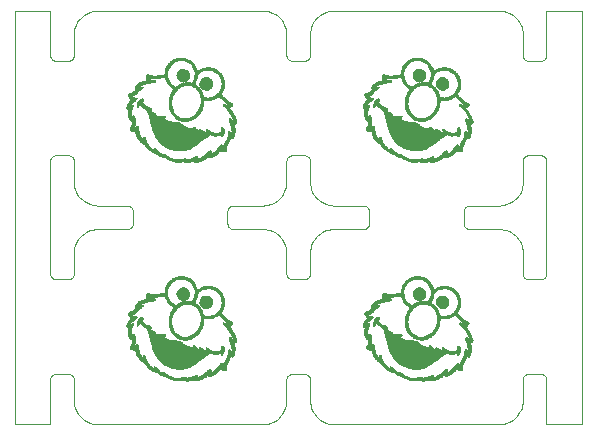
<source format=gbr>
G04 #@! TF.GenerationSoftware,KiCad,Pcbnew,5.1.5+dfsg1-2build2*
G04 #@! TF.CreationDate,2021-03-05T15:17:46+01:00*
G04 #@! TF.ProjectId,sDB_panel,7344425f-7061-46e6-956c-2e6b69636164,rev?*
G04 #@! TF.SameCoordinates,Original*
G04 #@! TF.FileFunction,Legend,Bot*
G04 #@! TF.FilePolarity,Positive*
%FSLAX46Y46*%
G04 Gerber Fmt 4.6, Leading zero omitted, Abs format (unit mm)*
G04 Created by KiCad (PCBNEW 5.1.5+dfsg1-2build2) date 2021-03-05 15:17:46*
%MOMM*%
%LPD*%
G04 APERTURE LIST*
G04 #@! TA.AperFunction,Profile*
%ADD10C,0.100000*%
G04 #@! TD*
%ADD11C,0.010000*%
G04 APERTURE END LIST*
D10*
X47999000Y-72258800D02*
X47999000Y-62741200D01*
X48001400Y-72307000D02*
X47999000Y-72258800D01*
X48008400Y-72354600D02*
X48001400Y-72307000D01*
X48020100Y-72401200D02*
X48008400Y-72354600D01*
X48036300Y-72446500D02*
X48020100Y-72401200D01*
X48056900Y-72490000D02*
X48036300Y-72446500D01*
X48081600Y-72531200D02*
X48056900Y-72490000D01*
X48110200Y-72569900D02*
X48081600Y-72531200D01*
X48142500Y-72605500D02*
X48110200Y-72569900D01*
X48178200Y-72637800D02*
X48142500Y-72605500D01*
X48216800Y-72666400D02*
X48178200Y-72637800D01*
X48258000Y-72691100D02*
X48216800Y-72666400D01*
X48301500Y-72711700D02*
X48258000Y-72691100D01*
X48346800Y-72727900D02*
X48301500Y-72711700D01*
X48393400Y-72739600D02*
X48346800Y-72727900D01*
X48441000Y-72746600D02*
X48393400Y-72739600D01*
X48489200Y-72749000D02*
X48441000Y-72746600D01*
X49508800Y-72749000D02*
X48489200Y-72749000D01*
X49557000Y-72746600D02*
X49508800Y-72749000D01*
X49604600Y-72739600D02*
X49557000Y-72746600D01*
X49651200Y-72727900D02*
X49604600Y-72739600D01*
X49696500Y-72711700D02*
X49651200Y-72727900D01*
X49740000Y-72691100D02*
X49696500Y-72711700D01*
X49781200Y-72666400D02*
X49740000Y-72691100D01*
X49819800Y-72637800D02*
X49781200Y-72666400D01*
X49855500Y-72605500D02*
X49819800Y-72637800D01*
X49887800Y-72569900D02*
X49855500Y-72605500D01*
X49916400Y-72531200D02*
X49887800Y-72569900D01*
X49941100Y-72490000D02*
X49916400Y-72531200D01*
X49961700Y-72446500D02*
X49941100Y-72490000D01*
X49977900Y-72401200D02*
X49961700Y-72446500D01*
X49989600Y-72354600D02*
X49977900Y-72401200D01*
X49996600Y-72307000D02*
X49989600Y-72354600D01*
X49999000Y-72258800D02*
X49996600Y-72307000D01*
X49999000Y-70499800D02*
X49999000Y-72258800D01*
X50010100Y-70291100D02*
X49999000Y-70499800D01*
X50041700Y-70090500D02*
X50010100Y-70291100D01*
X50097000Y-69881900D02*
X50041700Y-70090500D01*
X50175000Y-69680300D02*
X50097000Y-69881900D01*
X50267100Y-69499800D02*
X50175000Y-69680300D01*
X50377500Y-69329400D02*
X50267100Y-69499800D01*
X50513300Y-69161000D02*
X50377500Y-69329400D01*
X50661000Y-69013300D02*
X50513300Y-69161000D01*
X50818700Y-68885300D02*
X50661000Y-69013300D01*
X50999800Y-68767100D02*
X50818700Y-68885300D01*
X51186000Y-68672300D02*
X50999800Y-68767100D01*
X51375500Y-68599300D02*
X51186000Y-68672300D01*
X51590500Y-68541700D02*
X51375500Y-68599300D01*
X51791100Y-68510100D02*
X51590500Y-68541700D01*
X52000100Y-68499000D02*
X51791100Y-68510100D01*
X54508800Y-68499000D02*
X52000100Y-68499000D01*
X54557000Y-68496600D02*
X54508800Y-68499000D01*
X54604600Y-68489600D02*
X54557000Y-68496600D01*
X54651200Y-68477900D02*
X54604600Y-68489600D01*
X54696500Y-68461700D02*
X54651200Y-68477900D01*
X54740000Y-68441100D02*
X54696500Y-68461700D01*
X54781200Y-68416400D02*
X54740000Y-68441100D01*
X54819800Y-68387800D02*
X54781200Y-68416400D01*
X54855500Y-68355500D02*
X54819800Y-68387800D01*
X54887800Y-68319800D02*
X54855500Y-68355500D01*
X54916400Y-68281200D02*
X54887800Y-68319800D01*
X54941100Y-68240000D02*
X54916400Y-68281200D01*
X54961700Y-68196500D02*
X54941100Y-68240000D01*
X54977900Y-68151200D02*
X54961700Y-68196500D01*
X54989600Y-68104600D02*
X54977900Y-68151200D01*
X54996600Y-68057000D02*
X54989600Y-68104600D01*
X54999000Y-68008800D02*
X54996600Y-68057000D01*
X54999000Y-66991200D02*
X54999000Y-68008800D01*
X54996600Y-66943000D02*
X54999000Y-66991200D01*
X54989600Y-66895400D02*
X54996600Y-66943000D01*
X54977900Y-66848800D02*
X54989600Y-66895400D01*
X54961700Y-66803500D02*
X54977900Y-66848800D01*
X54941100Y-66760000D02*
X54961700Y-66803500D01*
X54916400Y-66718800D02*
X54941100Y-66760000D01*
X54887800Y-66680200D02*
X54916400Y-66718800D01*
X54855500Y-66644500D02*
X54887800Y-66680200D01*
X54819800Y-66612200D02*
X54855500Y-66644500D01*
X54781200Y-66583600D02*
X54819800Y-66612200D01*
X54740000Y-66558900D02*
X54781200Y-66583600D01*
X54696500Y-66538300D02*
X54740000Y-66558900D01*
X54651200Y-66522100D02*
X54696500Y-66538300D01*
X54604600Y-66510400D02*
X54651200Y-66522100D01*
X54557000Y-66503400D02*
X54604600Y-66510400D01*
X54508800Y-66501000D02*
X54557000Y-66503400D01*
X52003200Y-66501000D02*
X54508800Y-66501000D01*
X51797200Y-66490400D02*
X52003200Y-66501000D01*
X51584200Y-66457200D02*
X51797200Y-66490400D01*
X51381900Y-66403000D02*
X51584200Y-66457200D01*
X51186400Y-66327900D02*
X51381900Y-66403000D01*
X50999300Y-66232600D02*
X51186400Y-66327900D01*
X50824100Y-66118800D02*
X50999300Y-66232600D01*
X50661400Y-65987100D02*
X50824100Y-66118800D01*
X50513300Y-65839000D02*
X50661400Y-65987100D01*
X50385300Y-65681300D02*
X50513300Y-65839000D01*
X50264100Y-65494600D02*
X50385300Y-65681300D01*
X50172000Y-65313500D02*
X50264100Y-65494600D01*
X50095300Y-65112200D02*
X50172000Y-65313500D01*
X50042900Y-64916200D02*
X50095300Y-65112200D01*
X50011000Y-64715700D02*
X50042900Y-64916200D01*
X49999200Y-64503200D02*
X50011000Y-64715700D01*
X49999000Y-62741200D02*
X49999200Y-64503200D01*
X49996600Y-62693000D02*
X49999000Y-62741200D01*
X49989600Y-62645400D02*
X49996600Y-62693000D01*
X49977900Y-62598800D02*
X49989600Y-62645400D01*
X49961700Y-62553500D02*
X49977900Y-62598800D01*
X49941100Y-62510000D02*
X49961700Y-62553500D01*
X49916400Y-62468800D02*
X49941100Y-62510000D01*
X49887800Y-62430200D02*
X49916400Y-62468800D01*
X49855500Y-62394500D02*
X49887800Y-62430200D01*
X49819800Y-62362200D02*
X49855500Y-62394500D01*
X49781200Y-62333600D02*
X49819800Y-62362200D01*
X49740000Y-62308900D02*
X49781200Y-62333600D01*
X49696500Y-62288300D02*
X49740000Y-62308900D01*
X49651200Y-62272100D02*
X49696500Y-62288300D01*
X49604600Y-62260400D02*
X49651200Y-62272100D01*
X49557000Y-62253400D02*
X49604600Y-62260400D01*
X49508800Y-62251000D02*
X49557000Y-62253400D01*
X48489200Y-62251000D02*
X49508800Y-62251000D01*
X48441000Y-62253400D02*
X48489200Y-62251000D01*
X48393400Y-62260400D02*
X48441000Y-62253400D01*
X48346800Y-62272100D02*
X48393400Y-62260400D01*
X48301500Y-62288300D02*
X48346800Y-62272100D01*
X48258000Y-62308900D02*
X48301500Y-62288300D01*
X48216800Y-62333600D02*
X48258000Y-62308900D01*
X48178200Y-62362200D02*
X48216800Y-62333600D01*
X48142500Y-62394500D02*
X48178200Y-62362200D01*
X48110200Y-62430200D02*
X48142500Y-62394500D01*
X48081600Y-62468800D02*
X48110200Y-62430200D01*
X48056900Y-62510000D02*
X48081600Y-62468800D01*
X48036300Y-62553500D02*
X48056900Y-62510000D01*
X48020100Y-62598800D02*
X48036300Y-62553500D01*
X48008400Y-62645400D02*
X48020100Y-62598800D01*
X48001400Y-62693000D02*
X48008400Y-62645400D01*
X47999000Y-62741200D02*
X48001400Y-62693000D01*
X65996700Y-68499000D02*
X63491200Y-68499000D01*
X66208900Y-68510100D02*
X65996700Y-68499000D01*
X66416300Y-68543000D02*
X66208900Y-68510100D01*
X66624500Y-68599300D02*
X66416300Y-68543000D01*
X66813600Y-68672100D02*
X66624500Y-68599300D01*
X66994600Y-68764100D02*
X66813600Y-68672100D01*
X67175900Y-68881200D02*
X66994600Y-68764100D01*
X67338600Y-69013000D02*
X67175900Y-68881200D01*
X67482400Y-69156400D02*
X67338600Y-69013000D01*
X67622400Y-69329400D02*
X67482400Y-69156400D01*
X67732900Y-69499800D02*
X67622400Y-69329400D01*
X67827700Y-69686000D02*
X67732900Y-69499800D01*
X67902800Y-69881500D02*
X67827700Y-69686000D01*
X67955600Y-70077800D02*
X67902800Y-69881500D01*
X67989800Y-70290600D02*
X67955600Y-70077800D01*
X68001000Y-70500100D02*
X67989800Y-70290600D01*
X68001000Y-72258800D02*
X68001000Y-70500100D01*
X68003400Y-72307000D02*
X68001000Y-72258800D01*
X68010400Y-72354600D02*
X68003400Y-72307000D01*
X68022100Y-72401200D02*
X68010400Y-72354600D01*
X68038300Y-72446500D02*
X68022100Y-72401200D01*
X68058900Y-72490000D02*
X68038300Y-72446500D01*
X68083600Y-72531200D02*
X68058900Y-72490000D01*
X68112200Y-72569900D02*
X68083600Y-72531200D01*
X68144500Y-72605500D02*
X68112200Y-72569900D01*
X68180200Y-72637800D02*
X68144500Y-72605500D01*
X68218800Y-72666400D02*
X68180200Y-72637800D01*
X68260000Y-72691100D02*
X68218800Y-72666400D01*
X68303500Y-72711700D02*
X68260000Y-72691100D01*
X68348800Y-72727900D02*
X68303500Y-72711700D01*
X68395400Y-72739600D02*
X68348800Y-72727900D01*
X68443000Y-72746600D02*
X68395400Y-72739600D01*
X68491200Y-72749000D02*
X68443000Y-72746600D01*
X69508800Y-72749000D02*
X68491200Y-72749000D01*
X69557000Y-72746600D02*
X69508800Y-72749000D01*
X69604600Y-72739600D02*
X69557000Y-72746600D01*
X69651200Y-72727900D02*
X69604600Y-72739600D01*
X69696500Y-72711700D02*
X69651200Y-72727900D01*
X69740000Y-72691100D02*
X69696500Y-72711700D01*
X69781200Y-72666400D02*
X69740000Y-72691100D01*
X69819900Y-72637800D02*
X69781200Y-72666400D01*
X69855500Y-72605500D02*
X69819900Y-72637800D01*
X69887800Y-72569900D02*
X69855500Y-72605500D01*
X69916400Y-72531200D02*
X69887800Y-72569900D01*
X69941100Y-72490000D02*
X69916400Y-72531200D01*
X69961700Y-72446500D02*
X69941100Y-72490000D01*
X69977900Y-72401200D02*
X69961700Y-72446500D01*
X69989600Y-72354600D02*
X69977900Y-72401200D01*
X69996600Y-72307000D02*
X69989600Y-72354600D01*
X69999000Y-72258800D02*
X69996600Y-72307000D01*
X69999100Y-70499800D02*
X69999000Y-72258800D01*
X70010100Y-70291100D02*
X69999100Y-70499800D01*
X70041700Y-70090500D02*
X70010100Y-70291100D01*
X70097000Y-69881900D02*
X70041700Y-70090500D01*
X70175000Y-69680300D02*
X70097000Y-69881900D01*
X70267100Y-69499800D02*
X70175000Y-69680300D01*
X70377600Y-69329400D02*
X70267100Y-69499800D01*
X70513300Y-69161000D02*
X70377600Y-69329400D01*
X70661000Y-69013300D02*
X70513300Y-69161000D01*
X70818700Y-68885300D02*
X70661000Y-69013300D01*
X70999800Y-68767100D02*
X70818700Y-68885300D01*
X71186000Y-68672300D02*
X70999800Y-68767100D01*
X71375500Y-68599300D02*
X71186000Y-68672300D01*
X71590500Y-68541700D02*
X71375500Y-68599300D01*
X71791200Y-68510100D02*
X71590500Y-68541700D01*
X72000100Y-68499000D02*
X71791200Y-68510100D01*
X74508800Y-68499000D02*
X72000100Y-68499000D01*
X74557000Y-68496600D02*
X74508800Y-68499000D01*
X74604600Y-68489600D02*
X74557000Y-68496600D01*
X74651200Y-68477900D02*
X74604600Y-68489600D01*
X74696500Y-68461700D02*
X74651200Y-68477900D01*
X74740000Y-68441100D02*
X74696500Y-68461700D01*
X74781200Y-68416400D02*
X74740000Y-68441100D01*
X74819900Y-68387800D02*
X74781200Y-68416400D01*
X74855500Y-68355500D02*
X74819900Y-68387800D01*
X74887800Y-68319800D02*
X74855500Y-68355500D01*
X74916400Y-68281200D02*
X74887800Y-68319800D01*
X74941100Y-68240000D02*
X74916400Y-68281200D01*
X74961700Y-68196500D02*
X74941100Y-68240000D01*
X74977900Y-68151200D02*
X74961700Y-68196500D01*
X74989600Y-68104600D02*
X74977900Y-68151200D01*
X74996600Y-68057000D02*
X74989600Y-68104600D01*
X74999000Y-68008800D02*
X74996600Y-68057000D01*
X74999000Y-66991200D02*
X74999000Y-68008800D01*
X74996600Y-66943000D02*
X74999000Y-66991200D01*
X74989600Y-66895400D02*
X74996600Y-66943000D01*
X74977900Y-66848800D02*
X74989600Y-66895400D01*
X74961700Y-66803500D02*
X74977900Y-66848800D01*
X74941100Y-66760000D02*
X74961700Y-66803500D01*
X74916400Y-66718800D02*
X74941100Y-66760000D01*
X74887800Y-66680200D02*
X74916400Y-66718800D01*
X74855500Y-66644500D02*
X74887800Y-66680200D01*
X74819900Y-66612200D02*
X74855500Y-66644500D01*
X74781200Y-66583600D02*
X74819900Y-66612200D01*
X74740000Y-66558900D02*
X74781200Y-66583600D01*
X74696500Y-66538300D02*
X74740000Y-66558900D01*
X74651200Y-66522100D02*
X74696500Y-66538300D01*
X74604600Y-66510400D02*
X74651200Y-66522100D01*
X74557000Y-66503400D02*
X74604600Y-66510400D01*
X74508800Y-66501000D02*
X74557000Y-66503400D01*
X72003200Y-66501000D02*
X74508800Y-66501000D01*
X71791100Y-66489900D02*
X72003200Y-66501000D01*
X71583700Y-66457000D02*
X71791100Y-66489900D01*
X71375500Y-66400700D02*
X71583700Y-66457000D01*
X71186400Y-66327900D02*
X71375500Y-66400700D01*
X71005400Y-66235900D02*
X71186400Y-66327900D01*
X70824100Y-66118800D02*
X71005400Y-66235900D01*
X70661400Y-65987100D02*
X70824100Y-66118800D01*
X70517700Y-65843600D02*
X70661400Y-65987100D01*
X70377600Y-65670600D02*
X70517700Y-65843600D01*
X70267100Y-65500200D02*
X70377600Y-65670600D01*
X70172300Y-65314000D02*
X70267100Y-65500200D01*
X70097200Y-65118500D02*
X70172300Y-65314000D01*
X70044400Y-64922200D02*
X70097200Y-65118500D01*
X70010200Y-64709400D02*
X70044400Y-64922200D01*
X69999000Y-64499900D02*
X70010200Y-64709400D01*
X69999000Y-62741200D02*
X69999000Y-64499900D01*
X69996600Y-62693000D02*
X69999000Y-62741200D01*
X69989600Y-62645400D02*
X69996600Y-62693000D01*
X69977900Y-62598800D02*
X69989600Y-62645400D01*
X69961700Y-62553500D02*
X69977900Y-62598800D01*
X69941100Y-62510000D02*
X69961700Y-62553500D01*
X69916400Y-62468800D02*
X69941100Y-62510000D01*
X69887800Y-62430200D02*
X69916400Y-62468800D01*
X69855500Y-62394500D02*
X69887800Y-62430200D01*
X69819800Y-62362200D02*
X69855500Y-62394500D01*
X69781200Y-62333600D02*
X69819800Y-62362200D01*
X69740000Y-62308900D02*
X69781200Y-62333600D01*
X69696500Y-62288300D02*
X69740000Y-62308900D01*
X69651200Y-62272100D02*
X69696500Y-62288300D01*
X69604600Y-62260400D02*
X69651200Y-62272100D01*
X69557000Y-62253400D02*
X69604600Y-62260400D01*
X69508800Y-62251000D02*
X69557000Y-62253400D01*
X68491200Y-62251000D02*
X69508800Y-62251000D01*
X68443000Y-62253400D02*
X68491200Y-62251000D01*
X68395400Y-62260400D02*
X68443000Y-62253400D01*
X68348800Y-62272100D02*
X68395400Y-62260400D01*
X68303500Y-62288300D02*
X68348800Y-62272100D01*
X68260000Y-62308900D02*
X68303500Y-62288300D01*
X68218800Y-62333600D02*
X68260000Y-62308900D01*
X68180200Y-62362200D02*
X68218800Y-62333600D01*
X68144500Y-62394500D02*
X68180200Y-62362200D01*
X68112200Y-62430200D02*
X68144500Y-62394500D01*
X68083600Y-62468800D02*
X68112200Y-62430200D01*
X68058900Y-62510000D02*
X68083600Y-62468800D01*
X68038300Y-62553500D02*
X68058900Y-62510000D01*
X68022100Y-62598800D02*
X68038300Y-62553500D01*
X68010400Y-62645400D02*
X68022100Y-62598800D01*
X68003400Y-62693000D02*
X68010400Y-62645400D01*
X68001000Y-62741200D02*
X68003400Y-62693000D01*
X68001000Y-64496800D02*
X68001000Y-62741200D01*
X67989800Y-64709400D02*
X68001000Y-64496800D01*
X67955600Y-64922400D02*
X67989800Y-64709400D01*
X67903000Y-65118100D02*
X67955600Y-64922400D01*
X67830400Y-65307700D02*
X67903000Y-65118100D01*
X67732900Y-65500200D02*
X67830400Y-65307700D01*
X67614700Y-65681300D02*
X67732900Y-65500200D01*
X67486700Y-65839000D02*
X67614700Y-65681300D01*
X67339000Y-65986700D02*
X67486700Y-65839000D01*
X67176200Y-66118600D02*
X67339000Y-65986700D01*
X67006100Y-66229300D02*
X67176200Y-66118600D01*
X66807700Y-66330400D02*
X67006100Y-66229300D01*
X66618000Y-66403000D02*
X66807700Y-66330400D01*
X66415700Y-66457200D02*
X66618000Y-66403000D01*
X66209400Y-66489800D02*
X66415700Y-66457200D01*
X65999900Y-66501000D02*
X66209400Y-66489800D01*
X63491200Y-66501000D02*
X65999900Y-66501000D01*
X63443000Y-66503400D02*
X63491200Y-66501000D01*
X63395400Y-66510400D02*
X63443000Y-66503400D01*
X63348800Y-66522100D02*
X63395400Y-66510400D01*
X63303500Y-66538300D02*
X63348800Y-66522100D01*
X63260000Y-66558900D02*
X63303500Y-66538300D01*
X63218800Y-66583600D02*
X63260000Y-66558900D01*
X63180200Y-66612200D02*
X63218800Y-66583600D01*
X63144500Y-66644500D02*
X63180200Y-66612200D01*
X63112200Y-66680200D02*
X63144500Y-66644500D01*
X63083600Y-66718800D02*
X63112200Y-66680200D01*
X63058900Y-66760000D02*
X63083600Y-66718800D01*
X63038300Y-66803500D02*
X63058900Y-66760000D01*
X63022100Y-66848800D02*
X63038300Y-66803500D01*
X63010400Y-66895400D02*
X63022100Y-66848800D01*
X63003400Y-66943000D02*
X63010400Y-66895400D01*
X63001000Y-66991200D02*
X63003400Y-66943000D01*
X63001000Y-68008800D02*
X63001000Y-66991200D01*
X63003400Y-68057000D02*
X63001000Y-68008800D01*
X63010400Y-68104600D02*
X63003400Y-68057000D01*
X63022100Y-68151200D02*
X63010400Y-68104600D01*
X63038300Y-68196500D02*
X63022100Y-68151200D01*
X63058900Y-68240000D02*
X63038300Y-68196500D01*
X63083600Y-68281200D02*
X63058900Y-68240000D01*
X63112200Y-68319900D02*
X63083600Y-68281200D01*
X63144500Y-68355500D02*
X63112200Y-68319900D01*
X63180200Y-68387800D02*
X63144500Y-68355500D01*
X63218800Y-68416400D02*
X63180200Y-68387800D01*
X63260000Y-68441100D02*
X63218800Y-68416400D01*
X63303500Y-68461700D02*
X63260000Y-68441100D01*
X63348800Y-68477900D02*
X63303500Y-68461700D01*
X63395400Y-68489600D02*
X63348800Y-68477900D01*
X63443000Y-68496600D02*
X63395400Y-68489600D01*
X63491200Y-68499000D02*
X63443000Y-68496600D01*
X90000000Y-62741200D02*
X90000000Y-72258800D01*
X89997600Y-62693000D02*
X90000000Y-62741200D01*
X89990600Y-62645400D02*
X89997600Y-62693000D01*
X89978900Y-62598800D02*
X89990600Y-62645400D01*
X89962700Y-62553500D02*
X89978900Y-62598800D01*
X89942100Y-62510000D02*
X89962700Y-62553500D01*
X89917400Y-62468800D02*
X89942100Y-62510000D01*
X89888800Y-62430200D02*
X89917400Y-62468800D01*
X89856500Y-62394500D02*
X89888800Y-62430200D01*
X89820900Y-62362200D02*
X89856500Y-62394500D01*
X89782200Y-62333600D02*
X89820900Y-62362200D01*
X89741000Y-62308900D02*
X89782200Y-62333600D01*
X89697500Y-62288300D02*
X89741000Y-62308900D01*
X89652300Y-62272100D02*
X89697500Y-62288300D01*
X89605600Y-62260400D02*
X89652300Y-62272100D01*
X89558000Y-62253400D02*
X89605600Y-62260400D01*
X89509800Y-62251000D02*
X89558000Y-62253400D01*
X88491300Y-62251000D02*
X89509800Y-62251000D01*
X88443000Y-62253400D02*
X88491300Y-62251000D01*
X88395400Y-62260400D02*
X88443000Y-62253400D01*
X88348800Y-62272100D02*
X88395400Y-62260400D01*
X88303500Y-62288300D02*
X88348800Y-62272100D01*
X88260000Y-62308900D02*
X88303500Y-62288300D01*
X88218800Y-62333600D02*
X88260000Y-62308900D01*
X88180200Y-62362200D02*
X88218800Y-62333600D01*
X88144500Y-62394500D02*
X88180200Y-62362200D01*
X88112200Y-62430200D02*
X88144500Y-62394500D01*
X88083600Y-62468800D02*
X88112200Y-62430200D01*
X88058900Y-62510000D02*
X88083600Y-62468800D01*
X88038300Y-62553500D02*
X88058900Y-62510000D01*
X88022100Y-62598800D02*
X88038300Y-62553500D01*
X88010400Y-62645400D02*
X88022100Y-62598800D01*
X88003400Y-62693000D02*
X88010400Y-62645400D01*
X88001000Y-62741200D02*
X88003400Y-62693000D01*
X88001000Y-64500200D02*
X88001000Y-62741200D01*
X87989900Y-64708900D02*
X88001000Y-64500200D01*
X87958300Y-64909500D02*
X87989900Y-64708900D01*
X87903000Y-65118100D02*
X87958300Y-64909500D01*
X87825000Y-65319800D02*
X87903000Y-65118100D01*
X87732900Y-65500200D02*
X87825000Y-65319800D01*
X87622500Y-65670600D02*
X87732900Y-65500200D01*
X87486700Y-65839000D02*
X87622500Y-65670600D01*
X87339000Y-65986700D02*
X87486700Y-65839000D01*
X87181300Y-66114700D02*
X87339000Y-65986700D01*
X87000200Y-66232900D02*
X87181300Y-66114700D01*
X86814000Y-66327700D02*
X87000200Y-66232900D01*
X86624500Y-66400700D02*
X86814000Y-66327700D01*
X86409500Y-66458300D02*
X86624500Y-66400700D01*
X86208900Y-66489900D02*
X86409500Y-66458300D01*
X85999900Y-66501000D02*
X86208900Y-66489900D01*
X83491300Y-66501000D02*
X85999900Y-66501000D01*
X83443000Y-66503400D02*
X83491300Y-66501000D01*
X83395400Y-66510400D02*
X83443000Y-66503400D01*
X83348800Y-66522100D02*
X83395400Y-66510400D01*
X83303500Y-66538300D02*
X83348800Y-66522100D01*
X83260000Y-66558900D02*
X83303500Y-66538300D01*
X83218800Y-66583600D02*
X83260000Y-66558900D01*
X83180200Y-66612200D02*
X83218800Y-66583600D01*
X83144500Y-66644500D02*
X83180200Y-66612200D01*
X83112200Y-66680200D02*
X83144500Y-66644500D01*
X83083600Y-66718800D02*
X83112200Y-66680200D01*
X83058900Y-66760000D02*
X83083600Y-66718800D01*
X83038300Y-66803500D02*
X83058900Y-66760000D01*
X83022100Y-66848800D02*
X83038300Y-66803500D01*
X83010400Y-66895400D02*
X83022100Y-66848800D01*
X83003400Y-66943000D02*
X83010400Y-66895400D01*
X83001000Y-66991200D02*
X83003400Y-66943000D01*
X83001000Y-68008800D02*
X83001000Y-66991200D01*
X83003400Y-68057000D02*
X83001000Y-68008800D01*
X83010400Y-68104600D02*
X83003400Y-68057000D01*
X83022100Y-68151200D02*
X83010400Y-68104600D01*
X83038300Y-68196500D02*
X83022100Y-68151200D01*
X83058900Y-68240000D02*
X83038300Y-68196500D01*
X83083600Y-68281200D02*
X83058900Y-68240000D01*
X83112200Y-68319900D02*
X83083600Y-68281200D01*
X83144500Y-68355500D02*
X83112200Y-68319900D01*
X83180200Y-68387800D02*
X83144500Y-68355500D01*
X83218800Y-68416400D02*
X83180200Y-68387800D01*
X83260000Y-68441100D02*
X83218800Y-68416400D01*
X83303500Y-68461700D02*
X83260000Y-68441100D01*
X83348800Y-68477900D02*
X83303500Y-68461700D01*
X83395400Y-68489600D02*
X83348800Y-68477900D01*
X83443000Y-68496600D02*
X83395400Y-68489600D01*
X83491300Y-68499000D02*
X83443000Y-68496600D01*
X85996900Y-68499000D02*
X83491300Y-68499000D01*
X86202800Y-68509600D02*
X85996900Y-68499000D01*
X86415800Y-68542900D02*
X86202800Y-68509600D01*
X86618100Y-68597000D02*
X86415800Y-68542900D01*
X86813600Y-68672100D02*
X86618100Y-68597000D01*
X87000700Y-68767400D02*
X86813600Y-68672100D01*
X87175900Y-68881200D02*
X87000700Y-68767400D01*
X87338600Y-69013000D02*
X87175900Y-68881200D01*
X87486800Y-69161000D02*
X87338600Y-69013000D01*
X87614700Y-69318700D02*
X87486800Y-69161000D01*
X87735900Y-69505400D02*
X87614700Y-69318700D01*
X87828000Y-69686500D02*
X87735900Y-69505400D01*
X87904700Y-69887800D02*
X87828000Y-69686500D01*
X87957100Y-70083800D02*
X87904700Y-69887800D01*
X87989000Y-70284300D02*
X87957100Y-70083800D01*
X88000800Y-70496800D02*
X87989000Y-70284300D01*
X88001000Y-72258800D02*
X88000800Y-70496800D01*
X88003400Y-72307000D02*
X88001000Y-72258800D01*
X88010400Y-72354600D02*
X88003400Y-72307000D01*
X88022100Y-72401200D02*
X88010400Y-72354600D01*
X88038300Y-72446500D02*
X88022100Y-72401200D01*
X88058900Y-72490000D02*
X88038300Y-72446500D01*
X88083600Y-72531200D02*
X88058900Y-72490000D01*
X88112200Y-72569900D02*
X88083600Y-72531200D01*
X88144500Y-72605500D02*
X88112200Y-72569900D01*
X88180200Y-72637800D02*
X88144500Y-72605500D01*
X88218800Y-72666400D02*
X88180200Y-72637800D01*
X88260000Y-72691100D02*
X88218800Y-72666400D01*
X88303500Y-72711700D02*
X88260000Y-72691100D01*
X88348800Y-72727900D02*
X88303500Y-72711700D01*
X88395400Y-72739600D02*
X88348800Y-72727900D01*
X88443000Y-72746600D02*
X88395400Y-72739600D01*
X88491200Y-72749000D02*
X88443000Y-72746600D01*
X89509800Y-72749000D02*
X88491200Y-72749000D01*
X89558000Y-72746600D02*
X89509800Y-72749000D01*
X89605600Y-72739600D02*
X89558000Y-72746600D01*
X89652300Y-72727900D02*
X89605600Y-72739600D01*
X89697500Y-72711700D02*
X89652300Y-72727900D01*
X89741000Y-72691100D02*
X89697500Y-72711700D01*
X89782200Y-72666400D02*
X89741000Y-72691100D01*
X89820900Y-72637800D02*
X89782200Y-72666400D01*
X89856500Y-72605500D02*
X89820900Y-72637800D01*
X89888800Y-72569900D02*
X89856500Y-72605500D01*
X89917400Y-72531200D02*
X89888800Y-72569900D01*
X89942100Y-72490000D02*
X89917400Y-72531200D01*
X89962700Y-72446500D02*
X89942100Y-72490000D01*
X89978900Y-72401200D02*
X89962700Y-72446500D01*
X89990600Y-72354600D02*
X89978900Y-72401200D01*
X89997600Y-72307000D02*
X89990600Y-72354600D01*
X90000000Y-72258800D02*
X89997600Y-72307000D01*
X47986700Y-49999000D02*
X45009600Y-49999100D01*
X47992300Y-49999700D02*
X47986700Y-49999000D01*
X47996900Y-50003100D02*
X47992300Y-49999700D01*
X47999000Y-50011300D02*
X47996900Y-50003100D01*
X47999000Y-53758800D02*
X47999000Y-50011300D01*
X48001400Y-53807000D02*
X47999000Y-53758800D01*
X48008400Y-53854600D02*
X48001400Y-53807000D01*
X48020100Y-53901200D02*
X48008400Y-53854600D01*
X48036300Y-53946500D02*
X48020100Y-53901200D01*
X48056900Y-53990000D02*
X48036300Y-53946500D01*
X48081600Y-54031200D02*
X48056900Y-53990000D01*
X48110200Y-54069800D02*
X48081600Y-54031200D01*
X48142500Y-54105500D02*
X48110200Y-54069800D01*
X48178200Y-54137800D02*
X48142500Y-54105500D01*
X48216800Y-54166400D02*
X48178200Y-54137800D01*
X48258000Y-54191100D02*
X48216800Y-54166400D01*
X48301500Y-54211700D02*
X48258000Y-54191100D01*
X48346800Y-54227900D02*
X48301500Y-54211700D01*
X48393400Y-54239600D02*
X48346800Y-54227900D01*
X48441000Y-54246600D02*
X48393400Y-54239600D01*
X48489200Y-54249000D02*
X48441000Y-54246600D01*
X49508800Y-54249000D02*
X48489200Y-54249000D01*
X49557000Y-54246600D02*
X49508800Y-54249000D01*
X49604600Y-54239600D02*
X49557000Y-54246600D01*
X49651200Y-54227900D02*
X49604600Y-54239600D01*
X49696500Y-54211700D02*
X49651200Y-54227900D01*
X49740000Y-54191100D02*
X49696500Y-54211700D01*
X49781200Y-54166400D02*
X49740000Y-54191100D01*
X49819800Y-54137800D02*
X49781200Y-54166400D01*
X49855500Y-54105500D02*
X49819800Y-54137800D01*
X49887800Y-54069800D02*
X49855500Y-54105500D01*
X49916400Y-54031200D02*
X49887800Y-54069800D01*
X49941100Y-53990000D02*
X49916400Y-54031200D01*
X49961700Y-53946500D02*
X49941100Y-53990000D01*
X49977900Y-53901200D02*
X49961700Y-53946500D01*
X49989600Y-53854600D02*
X49977900Y-53901200D01*
X49996600Y-53807000D02*
X49989600Y-53854600D01*
X49999000Y-53758800D02*
X49996600Y-53807000D01*
X49999000Y-52003200D02*
X49999000Y-53758800D01*
X50010100Y-51791100D02*
X49999000Y-52003200D01*
X50042900Y-51584200D02*
X50010100Y-51791100D01*
X50095200Y-51388100D02*
X50042900Y-51584200D01*
X50172300Y-51185900D02*
X50095200Y-51388100D01*
X50270700Y-50994000D02*
X50172300Y-51185900D01*
X50381200Y-50824100D02*
X50270700Y-50994000D01*
X50508800Y-50666200D02*
X50381200Y-50824100D01*
X50661000Y-50513300D02*
X50508800Y-50666200D01*
X50824200Y-50381100D02*
X50661000Y-50513300D01*
X51005400Y-50264100D02*
X50824200Y-50381100D01*
X51186000Y-50172300D02*
X51005400Y-50264100D01*
X51375500Y-50099300D02*
X51186000Y-50172300D01*
X51583800Y-50042900D02*
X51375500Y-50099300D01*
X51791100Y-50010100D02*
X51583800Y-50042900D01*
X52003300Y-49999000D02*
X51791100Y-50010100D01*
X65996700Y-49999000D02*
X52003300Y-49999000D01*
X66209400Y-50010200D02*
X65996700Y-49999000D01*
X66422200Y-50044400D02*
X66209400Y-50010200D01*
X66618600Y-50097200D02*
X66422200Y-50044400D01*
X66814100Y-50172300D02*
X66618600Y-50097200D01*
X67000700Y-50267400D02*
X66814100Y-50172300D01*
X67181300Y-50385300D02*
X67000700Y-50267400D01*
X67343600Y-50517600D02*
X67181300Y-50385300D01*
X67486700Y-50661000D02*
X67343600Y-50517600D01*
X67614700Y-50818700D02*
X67486700Y-50661000D01*
X67732600Y-50999400D02*
X67614700Y-50818700D01*
X67825100Y-51180500D02*
X67732600Y-50999400D01*
X67904800Y-51388000D02*
X67825100Y-51180500D01*
X67957200Y-51584300D02*
X67904800Y-51388000D01*
X67990400Y-51797200D02*
X67957200Y-51584300D01*
X68001000Y-52003100D02*
X67990400Y-51797200D01*
X68001000Y-53758800D02*
X68001000Y-52003100D01*
X68003400Y-53807000D02*
X68001000Y-53758800D01*
X68010400Y-53854600D02*
X68003400Y-53807000D01*
X68022100Y-53901200D02*
X68010400Y-53854600D01*
X68038300Y-53946500D02*
X68022100Y-53901200D01*
X68058900Y-53990000D02*
X68038300Y-53946500D01*
X68083600Y-54031200D02*
X68058900Y-53990000D01*
X68112200Y-54069800D02*
X68083600Y-54031200D01*
X68144500Y-54105500D02*
X68112200Y-54069800D01*
X68180200Y-54137800D02*
X68144500Y-54105500D01*
X68218800Y-54166400D02*
X68180200Y-54137800D01*
X68260000Y-54191100D02*
X68218800Y-54166400D01*
X68303500Y-54211700D02*
X68260000Y-54191100D01*
X68348800Y-54227900D02*
X68303500Y-54211700D01*
X68395400Y-54239600D02*
X68348800Y-54227900D01*
X68443000Y-54246600D02*
X68395400Y-54239600D01*
X68491200Y-54249000D02*
X68443000Y-54246600D01*
X69508800Y-54249000D02*
X68491200Y-54249000D01*
X69557000Y-54246600D02*
X69508800Y-54249000D01*
X69604600Y-54239600D02*
X69557000Y-54246600D01*
X69651200Y-54227900D02*
X69604600Y-54239600D01*
X69696500Y-54211700D02*
X69651200Y-54227900D01*
X69740000Y-54191100D02*
X69696500Y-54211700D01*
X69781200Y-54166400D02*
X69740000Y-54191100D01*
X69819900Y-54137800D02*
X69781200Y-54166400D01*
X69855500Y-54105500D02*
X69819900Y-54137800D01*
X69887800Y-54069800D02*
X69855500Y-54105500D01*
X69916400Y-54031200D02*
X69887800Y-54069800D01*
X69941100Y-53990000D02*
X69916400Y-54031200D01*
X69961700Y-53946500D02*
X69941100Y-53990000D01*
X69977900Y-53901200D02*
X69961700Y-53946500D01*
X69989600Y-53854600D02*
X69977900Y-53901200D01*
X69996600Y-53807000D02*
X69989600Y-53854600D01*
X69999000Y-53758800D02*
X69996600Y-53807000D01*
X69999000Y-52003300D02*
X69999000Y-53758800D01*
X70010100Y-51791100D02*
X69999000Y-52003300D01*
X70044400Y-51577600D02*
X70010100Y-51791100D01*
X70097200Y-51381400D02*
X70044400Y-51577600D01*
X70172100Y-51186400D02*
X70097200Y-51381400D01*
X70267100Y-50999800D02*
X70172100Y-51186400D01*
X70381500Y-50823700D02*
X70267100Y-50999800D01*
X70513300Y-50661000D02*
X70381500Y-50823700D01*
X70666200Y-50508800D02*
X70513300Y-50661000D01*
X70829400Y-50377600D02*
X70666200Y-50508800D01*
X70999400Y-50267400D02*
X70829400Y-50377600D01*
X71180200Y-50175000D02*
X70999400Y-50267400D01*
X71381500Y-50097200D02*
X71180200Y-50175000D01*
X71583800Y-50042900D02*
X71381500Y-50097200D01*
X71791200Y-50010100D02*
X71583800Y-50042900D01*
X72003300Y-49999000D02*
X71791200Y-50010100D01*
X85996700Y-49999000D02*
X72003300Y-49999000D01*
X86209400Y-50010200D02*
X85996700Y-49999000D01*
X86422400Y-50044400D02*
X86209400Y-50010200D01*
X86618100Y-50097000D02*
X86422400Y-50044400D01*
X86807700Y-50169600D02*
X86618100Y-50097000D01*
X87000200Y-50267100D02*
X86807700Y-50169600D01*
X87175900Y-50381200D02*
X87000200Y-50267100D01*
X87339000Y-50513300D02*
X87175900Y-50381200D01*
X87491200Y-50666200D02*
X87339000Y-50513300D01*
X87618600Y-50823800D02*
X87491200Y-50666200D01*
X87729300Y-50993900D02*
X87618600Y-50823800D01*
X87827800Y-51186000D02*
X87729300Y-50993900D01*
X87902800Y-51381500D02*
X87827800Y-51186000D01*
X87955600Y-51577600D02*
X87902800Y-51381500D01*
X87989900Y-51791100D02*
X87955600Y-51577600D01*
X88001000Y-52003100D02*
X87989900Y-51791100D01*
X88001000Y-53758800D02*
X88001000Y-52003100D01*
X88003400Y-53807000D02*
X88001000Y-53758800D01*
X88010400Y-53854600D02*
X88003400Y-53807000D01*
X88022100Y-53901200D02*
X88010400Y-53854600D01*
X88038300Y-53946500D02*
X88022100Y-53901200D01*
X88058900Y-53990000D02*
X88038300Y-53946500D01*
X88083600Y-54031200D02*
X88058900Y-53990000D01*
X88112200Y-54069800D02*
X88083600Y-54031200D01*
X88144500Y-54105500D02*
X88112200Y-54069800D01*
X88180200Y-54137800D02*
X88144500Y-54105500D01*
X88218800Y-54166400D02*
X88180200Y-54137800D01*
X88260000Y-54191100D02*
X88218800Y-54166400D01*
X88303500Y-54211700D02*
X88260000Y-54191100D01*
X88348800Y-54227900D02*
X88303500Y-54211700D01*
X88395400Y-54239600D02*
X88348800Y-54227900D01*
X88443000Y-54246600D02*
X88395400Y-54239600D01*
X88491200Y-54249000D02*
X88443000Y-54246600D01*
X89509800Y-54249000D02*
X88491200Y-54249000D01*
X89558000Y-54246600D02*
X89509800Y-54249000D01*
X89605600Y-54239600D02*
X89558000Y-54246600D01*
X89652300Y-54227900D02*
X89605600Y-54239600D01*
X89697500Y-54211700D02*
X89652300Y-54227900D01*
X89741000Y-54191100D02*
X89697500Y-54211700D01*
X89782200Y-54166400D02*
X89741000Y-54191100D01*
X89820900Y-54137800D02*
X89782200Y-54166400D01*
X89856500Y-54105500D02*
X89820900Y-54137800D01*
X89888800Y-54069800D02*
X89856500Y-54105500D01*
X89917400Y-54031200D02*
X89888800Y-54069800D01*
X89942100Y-53990000D02*
X89917400Y-54031200D01*
X89962700Y-53946500D02*
X89942100Y-53990000D01*
X89978900Y-53901200D02*
X89962700Y-53946500D01*
X89990600Y-53854600D02*
X89978900Y-53901200D01*
X89997600Y-53807000D02*
X89990600Y-53854600D01*
X90000000Y-53758800D02*
X89997600Y-53807000D01*
X90000000Y-50011300D02*
X90000000Y-53758800D01*
X90002700Y-50002400D02*
X90000000Y-50011300D01*
X90006800Y-49999700D02*
X90002700Y-50002400D01*
X90012300Y-49999000D02*
X90006800Y-49999700D01*
X92988700Y-49999000D02*
X90012300Y-49999000D01*
X92996900Y-50001100D02*
X92988700Y-49999000D01*
X93000300Y-50005700D02*
X92996900Y-50001100D01*
X93001000Y-50011300D02*
X93000300Y-50005700D01*
X93001000Y-84988700D02*
X93001000Y-50011300D01*
X92998900Y-84996900D02*
X93001000Y-84988700D01*
X92994300Y-85000300D02*
X92998900Y-84996900D01*
X92988700Y-85001000D02*
X92994300Y-85000300D01*
X90012300Y-85001000D02*
X92988700Y-85001000D01*
X90006800Y-85000300D02*
X90012300Y-85001000D01*
X90002700Y-84997600D02*
X90006800Y-85000300D01*
X90000000Y-84988700D02*
X90002700Y-84997600D01*
X90000000Y-81241300D02*
X90000000Y-84988700D01*
X89997600Y-81193000D02*
X90000000Y-81241300D01*
X89990600Y-81145400D02*
X89997600Y-81193000D01*
X89978900Y-81098800D02*
X89990600Y-81145400D01*
X89962700Y-81053500D02*
X89978900Y-81098800D01*
X89942100Y-81010000D02*
X89962700Y-81053500D01*
X89917400Y-80968800D02*
X89942100Y-81010000D01*
X89888800Y-80930200D02*
X89917400Y-80968800D01*
X89856500Y-80894500D02*
X89888800Y-80930200D01*
X89820900Y-80862200D02*
X89856500Y-80894500D01*
X89782200Y-80833600D02*
X89820900Y-80862200D01*
X89741000Y-80808900D02*
X89782200Y-80833600D01*
X89697500Y-80788300D02*
X89741000Y-80808900D01*
X89652300Y-80772100D02*
X89697500Y-80788300D01*
X89605600Y-80760400D02*
X89652300Y-80772100D01*
X89558000Y-80753400D02*
X89605600Y-80760400D01*
X89509800Y-80751000D02*
X89558000Y-80753400D01*
X88491300Y-80751000D02*
X89509800Y-80751000D01*
X88443000Y-80753400D02*
X88491300Y-80751000D01*
X88395400Y-80760400D02*
X88443000Y-80753400D01*
X88348800Y-80772100D02*
X88395400Y-80760400D01*
X88303500Y-80788300D02*
X88348800Y-80772100D01*
X88260000Y-80808900D02*
X88303500Y-80788300D01*
X88218800Y-80833600D02*
X88260000Y-80808900D01*
X88180200Y-80862200D02*
X88218800Y-80833600D01*
X88144500Y-80894500D02*
X88180200Y-80862200D01*
X88112200Y-80930200D02*
X88144500Y-80894500D01*
X88083600Y-80968800D02*
X88112200Y-80930200D01*
X88058900Y-81010000D02*
X88083600Y-80968800D01*
X88038300Y-81053500D02*
X88058900Y-81010000D01*
X88022100Y-81098800D02*
X88038300Y-81053500D01*
X88010400Y-81145400D02*
X88022100Y-81098800D01*
X88003400Y-81193000D02*
X88010400Y-81145400D01*
X88001000Y-81241300D02*
X88003400Y-81193000D01*
X88001000Y-82996900D02*
X88001000Y-81241300D01*
X87989900Y-83208900D02*
X88001000Y-82996900D01*
X87957200Y-83415800D02*
X87989900Y-83208900D01*
X87904800Y-83612000D02*
X87957200Y-83415800D01*
X87827700Y-83814100D02*
X87904800Y-83612000D01*
X87729300Y-84006000D02*
X87827700Y-83814100D01*
X87618800Y-84175900D02*
X87729300Y-84006000D01*
X87491200Y-84333800D02*
X87618800Y-84175900D01*
X87339000Y-84486800D02*
X87491200Y-84333800D01*
X87176300Y-84618600D02*
X87339000Y-84486800D01*
X87000200Y-84732900D02*
X87176300Y-84618600D01*
X86807700Y-84830400D02*
X87000200Y-84732900D01*
X86618500Y-84902800D02*
X86807700Y-84830400D01*
X86422400Y-84955600D02*
X86618500Y-84902800D01*
X86209400Y-84989800D02*
X86422400Y-84955600D01*
X85996700Y-85001000D02*
X86209400Y-84989800D01*
X72003300Y-85001000D02*
X85996700Y-85001000D01*
X71791100Y-84989900D02*
X72003300Y-85001000D01*
X71583700Y-84957100D02*
X71791100Y-84989900D01*
X71381400Y-84902800D02*
X71583700Y-84957100D01*
X71180300Y-84825000D02*
X71381400Y-84902800D01*
X70994000Y-84729300D02*
X71180300Y-84825000D01*
X70824100Y-84618800D02*
X70994000Y-84729300D01*
X70666200Y-84491200D02*
X70824100Y-84618800D01*
X70513300Y-84339000D02*
X70666200Y-84491200D01*
X70381400Y-84176300D02*
X70513300Y-84339000D01*
X70267400Y-84000600D02*
X70381400Y-84176300D01*
X70172000Y-83813600D02*
X70267400Y-84000600D01*
X70097200Y-83618500D02*
X70172000Y-83813600D01*
X70044400Y-83422400D02*
X70097200Y-83618500D01*
X70010100Y-83208900D02*
X70044400Y-83422400D01*
X69999000Y-82996700D02*
X70010100Y-83208900D01*
X69999000Y-81241300D02*
X69999000Y-82996700D01*
X69996600Y-81193000D02*
X69999000Y-81241300D01*
X69989600Y-81145400D02*
X69996600Y-81193000D01*
X69977900Y-81098800D02*
X69989600Y-81145400D01*
X69961700Y-81053500D02*
X69977900Y-81098800D01*
X69941100Y-81010000D02*
X69961700Y-81053500D01*
X69916400Y-80968800D02*
X69941100Y-81010000D01*
X69887800Y-80930200D02*
X69916400Y-80968800D01*
X69855500Y-80894500D02*
X69887800Y-80930200D01*
X69819800Y-80862200D02*
X69855500Y-80894500D01*
X69781200Y-80833600D02*
X69819800Y-80862200D01*
X69740000Y-80808900D02*
X69781200Y-80833600D01*
X69696500Y-80788300D02*
X69740000Y-80808900D01*
X69651200Y-80772100D02*
X69696500Y-80788300D01*
X69604600Y-80760400D02*
X69651200Y-80772100D01*
X69557000Y-80753400D02*
X69604600Y-80760400D01*
X69508800Y-80751000D02*
X69557000Y-80753400D01*
X68491200Y-80751000D02*
X69508800Y-80751000D01*
X68443000Y-80753400D02*
X68491200Y-80751000D01*
X68395400Y-80760400D02*
X68443000Y-80753400D01*
X68348800Y-80772100D02*
X68395400Y-80760400D01*
X68303500Y-80788300D02*
X68348800Y-80772100D01*
X68260000Y-80808900D02*
X68303500Y-80788300D01*
X68218800Y-80833600D02*
X68260000Y-80808900D01*
X68180200Y-80862200D02*
X68218800Y-80833600D01*
X68144500Y-80894500D02*
X68180200Y-80862200D01*
X68112200Y-80930200D02*
X68144500Y-80894500D01*
X68083600Y-80968800D02*
X68112200Y-80930200D01*
X68058900Y-81010000D02*
X68083600Y-80968800D01*
X68038300Y-81053500D02*
X68058900Y-81010000D01*
X68022100Y-81098800D02*
X68038300Y-81053500D01*
X68010400Y-81145400D02*
X68022100Y-81098800D01*
X68003400Y-81193000D02*
X68010400Y-81145400D01*
X68001000Y-81241300D02*
X68003400Y-81193000D01*
X68001000Y-82996900D02*
X68001000Y-81241300D01*
X67990400Y-83202800D02*
X68001000Y-82996900D01*
X67955600Y-83422400D02*
X67990400Y-83202800D01*
X67902800Y-83618600D02*
X67955600Y-83422400D01*
X67825100Y-83819500D02*
X67902800Y-83618600D01*
X67732600Y-84000700D02*
X67825100Y-83819500D01*
X67618500Y-84176300D02*
X67732600Y-84000700D01*
X67486700Y-84339000D02*
X67618500Y-84176300D01*
X67333800Y-84491200D02*
X67486700Y-84339000D01*
X67170600Y-84622400D02*
X67333800Y-84491200D01*
X67000600Y-84732700D02*
X67170600Y-84622400D01*
X66819800Y-84825000D02*
X67000600Y-84732700D01*
X66618500Y-84902800D02*
X66819800Y-84825000D01*
X66422200Y-84955600D02*
X66618500Y-84902800D01*
X66209400Y-84989800D02*
X66422200Y-84955600D01*
X65996700Y-85001000D02*
X66209400Y-84989800D01*
X52003300Y-85001000D02*
X65996700Y-85001000D01*
X51791100Y-84989900D02*
X52003300Y-85001000D01*
X51583700Y-84957100D02*
X51791100Y-84989900D01*
X51375500Y-84900700D02*
X51583700Y-84957100D01*
X51186400Y-84827900D02*
X51375500Y-84900700D01*
X51005400Y-84735900D02*
X51186400Y-84827900D01*
X50824100Y-84618800D02*
X51005400Y-84735900D01*
X50661000Y-84486700D02*
X50824100Y-84618800D01*
X50508800Y-84333800D02*
X50661000Y-84486700D01*
X50381400Y-84176300D02*
X50508800Y-84333800D01*
X50270700Y-84006100D02*
X50381400Y-84176300D01*
X50172300Y-83814000D02*
X50270700Y-84006100D01*
X50097200Y-83618500D02*
X50172300Y-83814000D01*
X50044400Y-83422400D02*
X50097200Y-83618500D01*
X50010100Y-83208900D02*
X50044400Y-83422400D01*
X49999000Y-82996900D02*
X50010100Y-83208900D01*
X49999000Y-81241300D02*
X49999000Y-82996900D01*
X49996600Y-81193000D02*
X49999000Y-81241300D01*
X49989600Y-81145400D02*
X49996600Y-81193000D01*
X49977900Y-81098800D02*
X49989600Y-81145400D01*
X49961700Y-81053500D02*
X49977900Y-81098800D01*
X49941100Y-81010000D02*
X49961700Y-81053500D01*
X49916400Y-80968800D02*
X49941100Y-81010000D01*
X49887800Y-80930200D02*
X49916400Y-80968800D01*
X49855500Y-80894500D02*
X49887800Y-80930200D01*
X49819800Y-80862200D02*
X49855500Y-80894500D01*
X49781200Y-80833600D02*
X49819800Y-80862200D01*
X49740000Y-80808900D02*
X49781200Y-80833600D01*
X49696500Y-80788300D02*
X49740000Y-80808900D01*
X49651200Y-80772100D02*
X49696500Y-80788300D01*
X49604600Y-80760400D02*
X49651200Y-80772100D01*
X49557000Y-80753400D02*
X49604600Y-80760400D01*
X49508800Y-80751000D02*
X49557000Y-80753400D01*
X48489200Y-80751000D02*
X49508800Y-80751000D01*
X48441000Y-80753400D02*
X48489200Y-80751000D01*
X48393400Y-80760400D02*
X48441000Y-80753400D01*
X48346800Y-80772100D02*
X48393400Y-80760400D01*
X48301500Y-80788300D02*
X48346800Y-80772100D01*
X48258000Y-80808900D02*
X48301500Y-80788300D01*
X48216800Y-80833600D02*
X48258000Y-80808900D01*
X48178200Y-80862200D02*
X48216800Y-80833600D01*
X48142500Y-80894500D02*
X48178200Y-80862200D01*
X48110200Y-80930200D02*
X48142500Y-80894500D01*
X48081600Y-80968800D02*
X48110200Y-80930200D01*
X48056900Y-81010000D02*
X48081600Y-80968800D01*
X48036300Y-81053500D02*
X48056900Y-81010000D01*
X48020100Y-81098800D02*
X48036300Y-81053500D01*
X48008400Y-81145400D02*
X48020100Y-81098800D01*
X48001400Y-81193000D02*
X48008400Y-81145400D01*
X47999000Y-81241300D02*
X48001400Y-81193000D01*
X47999000Y-84988700D02*
X47999000Y-81241300D01*
X47996900Y-84996900D02*
X47999000Y-84988700D01*
X47992300Y-85000300D02*
X47996900Y-84996900D01*
X47986700Y-85001000D02*
X47992300Y-85000300D01*
X45012300Y-85001000D02*
X47986700Y-85001000D01*
X45004100Y-84998900D02*
X45012300Y-85001000D01*
X45000700Y-84994300D02*
X45004100Y-84998900D01*
X45000000Y-84988700D02*
X45000700Y-84994300D01*
X45000000Y-50011300D02*
X45000000Y-84988700D01*
X45002100Y-50003100D02*
X45000000Y-50011300D01*
X45009600Y-49999100D02*
X45002100Y-50003100D01*
D11*
G04 #@! TO.C,G\002A\002A\002A*
G36*
X79123898Y-73439950D02*
G01*
X79034484Y-73468505D01*
X79005759Y-73481389D01*
X78891811Y-73553252D01*
X78800844Y-73649929D01*
X78733151Y-73771089D01*
X78721073Y-73801923D01*
X78698337Y-73867414D01*
X78686795Y-73914655D01*
X78685004Y-73956816D01*
X78691520Y-74007068D01*
X78695924Y-74031294D01*
X78736308Y-74170498D01*
X78800462Y-74287021D01*
X78887319Y-74379518D01*
X78995813Y-74446649D01*
X79039742Y-74464270D01*
X79134424Y-74488331D01*
X79237353Y-74499540D01*
X79335633Y-74497331D01*
X79416370Y-74481136D01*
X79417110Y-74480879D01*
X79492827Y-74442916D01*
X79571762Y-74384513D01*
X79644228Y-74314567D01*
X79700539Y-74241974D01*
X79722897Y-74200004D01*
X79743413Y-74128788D01*
X79756431Y-74039117D01*
X79761023Y-73944962D01*
X79756259Y-73860292D01*
X79748246Y-73818849D01*
X79705349Y-73720741D01*
X79636738Y-73627745D01*
X79549830Y-73546480D01*
X79452044Y-73483565D01*
X79350798Y-73445618D01*
X79324269Y-73440575D01*
X79215999Y-73431216D01*
X79123898Y-73439950D01*
G37*
X79123898Y-73439950D02*
X79034484Y-73468505D01*
X79005759Y-73481389D01*
X78891811Y-73553252D01*
X78800844Y-73649929D01*
X78733151Y-73771089D01*
X78721073Y-73801923D01*
X78698337Y-73867414D01*
X78686795Y-73914655D01*
X78685004Y-73956816D01*
X78691520Y-74007068D01*
X78695924Y-74031294D01*
X78736308Y-74170498D01*
X78800462Y-74287021D01*
X78887319Y-74379518D01*
X78995813Y-74446649D01*
X79039742Y-74464270D01*
X79134424Y-74488331D01*
X79237353Y-74499540D01*
X79335633Y-74497331D01*
X79416370Y-74481136D01*
X79417110Y-74480879D01*
X79492827Y-74442916D01*
X79571762Y-74384513D01*
X79644228Y-74314567D01*
X79700539Y-74241974D01*
X79722897Y-74200004D01*
X79743413Y-74128788D01*
X79756431Y-74039117D01*
X79761023Y-73944962D01*
X79756259Y-73860292D01*
X79748246Y-73818849D01*
X79705349Y-73720741D01*
X79636738Y-73627745D01*
X79549830Y-73546480D01*
X79452044Y-73483565D01*
X79350798Y-73445618D01*
X79324269Y-73440575D01*
X79215999Y-73431216D01*
X79123898Y-73439950D01*
G36*
X81110633Y-74121604D02*
G01*
X81001107Y-74149266D01*
X80894228Y-74200958D01*
X80805336Y-74267470D01*
X80734233Y-74348445D01*
X80682234Y-74446237D01*
X80646507Y-74566881D01*
X80634957Y-74630407D01*
X80635384Y-74733350D01*
X80664909Y-74838701D01*
X80719764Y-74940703D01*
X80796182Y-75033596D01*
X80890393Y-75111621D01*
X80983226Y-75162637D01*
X81032136Y-75175622D01*
X81101914Y-75184383D01*
X81180968Y-75188551D01*
X81257707Y-75187758D01*
X81320539Y-75181633D01*
X81349288Y-75174283D01*
X81387839Y-75155154D01*
X81437803Y-75125529D01*
X81491235Y-75090801D01*
X81540185Y-75056363D01*
X81576707Y-75027611D01*
X81592853Y-75009936D01*
X81593044Y-75008858D01*
X81601788Y-74988914D01*
X81623873Y-74952175D01*
X81636397Y-74933217D01*
X81685224Y-74831214D01*
X81706030Y-74710799D01*
X81698691Y-74572765D01*
X81695793Y-74554338D01*
X81679628Y-74476610D01*
X81657300Y-74415366D01*
X81622957Y-74360083D01*
X81570745Y-74300237D01*
X81533777Y-74263021D01*
X81443504Y-74196234D01*
X81329136Y-74147249D01*
X81213974Y-74121136D01*
X81110633Y-74121604D01*
G37*
X81110633Y-74121604D02*
X81001107Y-74149266D01*
X80894228Y-74200958D01*
X80805336Y-74267470D01*
X80734233Y-74348445D01*
X80682234Y-74446237D01*
X80646507Y-74566881D01*
X80634957Y-74630407D01*
X80635384Y-74733350D01*
X80664909Y-74838701D01*
X80719764Y-74940703D01*
X80796182Y-75033596D01*
X80890393Y-75111621D01*
X80983226Y-75162637D01*
X81032136Y-75175622D01*
X81101914Y-75184383D01*
X81180968Y-75188551D01*
X81257707Y-75187758D01*
X81320539Y-75181633D01*
X81349288Y-75174283D01*
X81387839Y-75155154D01*
X81437803Y-75125529D01*
X81491235Y-75090801D01*
X81540185Y-75056363D01*
X81576707Y-75027611D01*
X81592853Y-75009936D01*
X81593044Y-75008858D01*
X81601788Y-74988914D01*
X81623873Y-74952175D01*
X81636397Y-74933217D01*
X81685224Y-74831214D01*
X81706030Y-74710799D01*
X81698691Y-74572765D01*
X81695793Y-74554338D01*
X81679628Y-74476610D01*
X81657300Y-74415366D01*
X81622957Y-74360083D01*
X81570745Y-74300237D01*
X81533777Y-74263021D01*
X81443504Y-74196234D01*
X81329136Y-74147249D01*
X81213974Y-74121136D01*
X81110633Y-74121604D01*
G36*
X75662012Y-75939078D02*
G01*
X75597134Y-75978981D01*
X75535818Y-76046600D01*
X75439684Y-76185056D01*
X75371343Y-76308501D01*
X75329669Y-76419542D01*
X75313533Y-76520792D01*
X75314035Y-76560047D01*
X75326481Y-76626585D01*
X75351017Y-76662685D01*
X75384428Y-76668120D01*
X75423496Y-76642661D01*
X75465003Y-76586081D01*
X75473148Y-76571326D01*
X75505818Y-76514002D01*
X75540956Y-76458603D01*
X75548477Y-76447754D01*
X75587267Y-76393277D01*
X75622565Y-76442127D01*
X75705909Y-76543901D01*
X75807054Y-76640995D01*
X75908176Y-76722099D01*
X75965689Y-76764528D01*
X76013171Y-76798012D01*
X76044143Y-76818066D01*
X76052109Y-76821785D01*
X76083542Y-76837387D01*
X76121669Y-76875818D01*
X76160679Y-76928434D01*
X76194762Y-76986589D01*
X76218111Y-77041639D01*
X76225177Y-77079327D01*
X76235657Y-77112063D01*
X76240526Y-77118356D01*
X76252975Y-77143177D01*
X76271816Y-77195805D01*
X76295630Y-77271093D01*
X76322997Y-77363896D01*
X76352497Y-77469067D01*
X76382711Y-77581459D01*
X76412220Y-77695926D01*
X76439604Y-77807322D01*
X76463443Y-77910501D01*
X76478491Y-77981110D01*
X76491656Y-78039780D01*
X76504560Y-78087254D01*
X76512386Y-78108665D01*
X76524877Y-78142697D01*
X76537150Y-78190043D01*
X76537843Y-78193332D01*
X76553982Y-78263433D01*
X76575102Y-78344675D01*
X76598235Y-78426642D01*
X76620414Y-78498919D01*
X76638674Y-78551088D01*
X76642118Y-78559402D01*
X76658394Y-78605810D01*
X76665436Y-78644077D01*
X76665444Y-78644915D01*
X76672706Y-78680349D01*
X76680332Y-78693156D01*
X76694444Y-78718613D01*
X76711346Y-78762322D01*
X76716085Y-78776976D01*
X76745362Y-78855471D01*
X76789499Y-78953246D01*
X76843969Y-79061812D01*
X76904246Y-79172680D01*
X76965804Y-79277359D01*
X77024117Y-79367362D01*
X77050117Y-79403509D01*
X77207087Y-79593079D01*
X77374380Y-79756879D01*
X77556662Y-79898224D01*
X77758594Y-80020427D01*
X77984840Y-80126801D01*
X78164044Y-80194971D01*
X78339769Y-80249511D01*
X78518486Y-80292348D01*
X78693223Y-80322443D01*
X78857010Y-80338759D01*
X79002879Y-80340257D01*
X79086910Y-80332483D01*
X79124337Y-80327044D01*
X79183086Y-80318562D01*
X79250959Y-80308799D01*
X79256244Y-80308041D01*
X79363868Y-80288078D01*
X79482205Y-80258778D01*
X79598190Y-80223860D01*
X79698761Y-80187046D01*
X79731736Y-80172627D01*
X79888278Y-80097226D01*
X80018874Y-80029328D01*
X80077511Y-79996319D01*
X80135482Y-79960139D01*
X80214351Y-79907559D01*
X80308183Y-79842844D01*
X80411043Y-79770256D01*
X80516995Y-79694058D01*
X80620105Y-79618514D01*
X80714437Y-79547888D01*
X80794057Y-79486442D01*
X80846849Y-79443678D01*
X80886848Y-79411301D01*
X80940984Y-79369196D01*
X81003349Y-79321752D01*
X81068033Y-79273357D01*
X81129128Y-79228398D01*
X81180724Y-79191265D01*
X81216913Y-79166345D01*
X81231566Y-79157976D01*
X81251120Y-79148738D01*
X81285596Y-79125839D01*
X81295112Y-79118871D01*
X81337909Y-79090551D01*
X81397457Y-79055544D01*
X81453828Y-79025124D01*
X81560146Y-78970483D01*
X81682428Y-79015987D01*
X81757727Y-79040855D01*
X81835926Y-79061704D01*
X81897844Y-79073656D01*
X82013369Y-79076554D01*
X82139294Y-79059594D01*
X82260864Y-79025592D01*
X82344348Y-78988409D01*
X82442564Y-78934507D01*
X82431138Y-79025963D01*
X82426321Y-79083452D01*
X82430869Y-79117946D01*
X82446176Y-79139366D01*
X82447221Y-79140250D01*
X82484883Y-79152590D01*
X82527742Y-79134377D01*
X82573385Y-79088057D01*
X82619402Y-79016078D01*
X82663372Y-78920909D01*
X82681506Y-78852543D01*
X82691657Y-78766152D01*
X82693830Y-78672923D01*
X82688029Y-78584041D01*
X82674258Y-78510693D01*
X82663197Y-78480839D01*
X82623125Y-78425315D01*
X82572303Y-78392695D01*
X82518575Y-78387091D01*
X82497058Y-78393769D01*
X82475005Y-78407703D01*
X82462486Y-78429256D01*
X82458620Y-78465121D01*
X82462527Y-78521988D01*
X82471149Y-78590709D01*
X82476447Y-78642536D01*
X82472062Y-78673141D01*
X82454737Y-78694554D01*
X82440032Y-78705696D01*
X82364231Y-78751206D01*
X82274125Y-78793078D01*
X82185695Y-78824360D01*
X82144134Y-78834427D01*
X82078094Y-78840598D01*
X81999318Y-78839103D01*
X81920120Y-78831076D01*
X81852817Y-78817648D01*
X81816834Y-78804333D01*
X81773060Y-78788881D01*
X81746602Y-78785443D01*
X81705032Y-78776541D01*
X81642595Y-78752199D01*
X81566466Y-78715962D01*
X81483824Y-78671373D01*
X81401846Y-78621977D01*
X81361199Y-78595113D01*
X81302622Y-78557900D01*
X81251529Y-78530711D01*
X81216247Y-78517788D01*
X81208799Y-78517484D01*
X81179164Y-78536170D01*
X81173886Y-78573065D01*
X81192401Y-78623449D01*
X81227681Y-78674900D01*
X81260711Y-78716595D01*
X81282709Y-78747017D01*
X81288244Y-78757314D01*
X81273705Y-78768507D01*
X81239610Y-78776473D01*
X81200236Y-78779411D01*
X81169864Y-78775524D01*
X81164784Y-78772867D01*
X81139118Y-78759528D01*
X81091758Y-78739689D01*
X81034637Y-78718260D01*
X80968762Y-78689607D01*
X80890318Y-78647847D01*
X80813456Y-78600681D01*
X80792966Y-78586730D01*
X80716372Y-78536543D01*
X80662282Y-78509789D01*
X80628934Y-78506275D01*
X80614566Y-78525811D01*
X80617297Y-78567610D01*
X80636170Y-78613948D01*
X80669627Y-78662341D01*
X80678434Y-78671965D01*
X80707951Y-78704861D01*
X80722516Y-78726566D01*
X80722644Y-78730154D01*
X80704157Y-78727950D01*
X80667101Y-78713266D01*
X80621819Y-78691260D01*
X80578654Y-78667089D01*
X80547948Y-78645912D01*
X80541966Y-78640050D01*
X80517537Y-78619572D01*
X80506727Y-78616109D01*
X80487683Y-78605640D01*
X80449827Y-78577722D01*
X80399494Y-78537589D01*
X80343021Y-78490476D01*
X80286742Y-78441615D01*
X80236995Y-78396242D01*
X80215908Y-78375861D01*
X80179749Y-78342595D01*
X80152468Y-78330511D01*
X80119923Y-78335955D01*
X80095546Y-78344757D01*
X80062643Y-78366639D01*
X80052239Y-78405163D01*
X80052110Y-78412490D01*
X80052110Y-78463709D01*
X79937135Y-78463709D01*
X79806765Y-78453433D01*
X79678677Y-78424765D01*
X79566753Y-78380947D01*
X79554056Y-78374275D01*
X79500345Y-78342647D01*
X79427780Y-78296728D01*
X79344843Y-78242217D01*
X79260015Y-78184813D01*
X79181780Y-78130215D01*
X79118620Y-78084124D01*
X79095377Y-78066077D01*
X79007284Y-78011922D01*
X78894694Y-77968483D01*
X78765923Y-77938083D01*
X78629282Y-77923047D01*
X78579310Y-77921843D01*
X78483833Y-77918740D01*
X78380834Y-77910178D01*
X78276937Y-77897279D01*
X78178770Y-77881164D01*
X78092958Y-77862957D01*
X78026127Y-77843777D01*
X77984902Y-77824747D01*
X77979531Y-77820303D01*
X77949315Y-77805843D01*
X77929458Y-77803310D01*
X77893493Y-77795275D01*
X77837383Y-77773861D01*
X77770028Y-77743103D01*
X77700329Y-77707036D01*
X77643344Y-77673616D01*
X77600664Y-77641862D01*
X77580726Y-77616564D01*
X77586142Y-77602015D01*
X77598574Y-77600110D01*
X77628727Y-77588533D01*
X77668733Y-77559810D01*
X77708708Y-77522953D01*
X77738769Y-77486974D01*
X77749177Y-77462801D01*
X77743761Y-77441387D01*
X77725179Y-77424633D01*
X77689932Y-77411935D01*
X77634521Y-77402691D01*
X77555448Y-77396297D01*
X77449211Y-77392149D01*
X77325844Y-77389817D01*
X77202706Y-77387626D01*
X77107497Y-77384375D01*
X77034285Y-77379561D01*
X76977137Y-77372677D01*
X76930121Y-77363219D01*
X76894780Y-77353130D01*
X76841745Y-77335465D01*
X76817700Y-77324657D01*
X76819173Y-77317908D01*
X76842693Y-77312423D01*
X76843980Y-77312201D01*
X76882030Y-77298421D01*
X76897755Y-77267776D01*
X76899501Y-77256105D01*
X76899638Y-77219938D01*
X76887016Y-77191789D01*
X76856439Y-77167200D01*
X76802713Y-77141715D01*
X76737137Y-77116804D01*
X76648847Y-77083178D01*
X76583821Y-77053485D01*
X76532671Y-77022665D01*
X76486009Y-76985656D01*
X76474187Y-76975065D01*
X76426864Y-76931923D01*
X76482654Y-76913245D01*
X76525294Y-76890837D01*
X76542779Y-76856597D01*
X76543721Y-76850243D01*
X76538823Y-76792030D01*
X76506292Y-76749419D01*
X76451062Y-76721248D01*
X76274967Y-76651516D01*
X76118264Y-76575285D01*
X75984820Y-76494818D01*
X75878500Y-76412375D01*
X75820231Y-76352239D01*
X75774619Y-76288733D01*
X75756228Y-76238660D01*
X75763956Y-76196882D01*
X75781712Y-76172539D01*
X75816123Y-76124052D01*
X75842317Y-76066568D01*
X75852644Y-76017122D01*
X75839376Y-75994424D01*
X75806324Y-75966077D01*
X75794198Y-75958084D01*
X75727321Y-75932242D01*
X75662012Y-75939078D01*
G37*
X75662012Y-75939078D02*
X75597134Y-75978981D01*
X75535818Y-76046600D01*
X75439684Y-76185056D01*
X75371343Y-76308501D01*
X75329669Y-76419542D01*
X75313533Y-76520792D01*
X75314035Y-76560047D01*
X75326481Y-76626585D01*
X75351017Y-76662685D01*
X75384428Y-76668120D01*
X75423496Y-76642661D01*
X75465003Y-76586081D01*
X75473148Y-76571326D01*
X75505818Y-76514002D01*
X75540956Y-76458603D01*
X75548477Y-76447754D01*
X75587267Y-76393277D01*
X75622565Y-76442127D01*
X75705909Y-76543901D01*
X75807054Y-76640995D01*
X75908176Y-76722099D01*
X75965689Y-76764528D01*
X76013171Y-76798012D01*
X76044143Y-76818066D01*
X76052109Y-76821785D01*
X76083542Y-76837387D01*
X76121669Y-76875818D01*
X76160679Y-76928434D01*
X76194762Y-76986589D01*
X76218111Y-77041639D01*
X76225177Y-77079327D01*
X76235657Y-77112063D01*
X76240526Y-77118356D01*
X76252975Y-77143177D01*
X76271816Y-77195805D01*
X76295630Y-77271093D01*
X76322997Y-77363896D01*
X76352497Y-77469067D01*
X76382711Y-77581459D01*
X76412220Y-77695926D01*
X76439604Y-77807322D01*
X76463443Y-77910501D01*
X76478491Y-77981110D01*
X76491656Y-78039780D01*
X76504560Y-78087254D01*
X76512386Y-78108665D01*
X76524877Y-78142697D01*
X76537150Y-78190043D01*
X76537843Y-78193332D01*
X76553982Y-78263433D01*
X76575102Y-78344675D01*
X76598235Y-78426642D01*
X76620414Y-78498919D01*
X76638674Y-78551088D01*
X76642118Y-78559402D01*
X76658394Y-78605810D01*
X76665436Y-78644077D01*
X76665444Y-78644915D01*
X76672706Y-78680349D01*
X76680332Y-78693156D01*
X76694444Y-78718613D01*
X76711346Y-78762322D01*
X76716085Y-78776976D01*
X76745362Y-78855471D01*
X76789499Y-78953246D01*
X76843969Y-79061812D01*
X76904246Y-79172680D01*
X76965804Y-79277359D01*
X77024117Y-79367362D01*
X77050117Y-79403509D01*
X77207087Y-79593079D01*
X77374380Y-79756879D01*
X77556662Y-79898224D01*
X77758594Y-80020427D01*
X77984840Y-80126801D01*
X78164044Y-80194971D01*
X78339769Y-80249511D01*
X78518486Y-80292348D01*
X78693223Y-80322443D01*
X78857010Y-80338759D01*
X79002879Y-80340257D01*
X79086910Y-80332483D01*
X79124337Y-80327044D01*
X79183086Y-80318562D01*
X79250959Y-80308799D01*
X79256244Y-80308041D01*
X79363868Y-80288078D01*
X79482205Y-80258778D01*
X79598190Y-80223860D01*
X79698761Y-80187046D01*
X79731736Y-80172627D01*
X79888278Y-80097226D01*
X80018874Y-80029328D01*
X80077511Y-79996319D01*
X80135482Y-79960139D01*
X80214351Y-79907559D01*
X80308183Y-79842844D01*
X80411043Y-79770256D01*
X80516995Y-79694058D01*
X80620105Y-79618514D01*
X80714437Y-79547888D01*
X80794057Y-79486442D01*
X80846849Y-79443678D01*
X80886848Y-79411301D01*
X80940984Y-79369196D01*
X81003349Y-79321752D01*
X81068033Y-79273357D01*
X81129128Y-79228398D01*
X81180724Y-79191265D01*
X81216913Y-79166345D01*
X81231566Y-79157976D01*
X81251120Y-79148738D01*
X81285596Y-79125839D01*
X81295112Y-79118871D01*
X81337909Y-79090551D01*
X81397457Y-79055544D01*
X81453828Y-79025124D01*
X81560146Y-78970483D01*
X81682428Y-79015987D01*
X81757727Y-79040855D01*
X81835926Y-79061704D01*
X81897844Y-79073656D01*
X82013369Y-79076554D01*
X82139294Y-79059594D01*
X82260864Y-79025592D01*
X82344348Y-78988409D01*
X82442564Y-78934507D01*
X82431138Y-79025963D01*
X82426321Y-79083452D01*
X82430869Y-79117946D01*
X82446176Y-79139366D01*
X82447221Y-79140250D01*
X82484883Y-79152590D01*
X82527742Y-79134377D01*
X82573385Y-79088057D01*
X82619402Y-79016078D01*
X82663372Y-78920909D01*
X82681506Y-78852543D01*
X82691657Y-78766152D01*
X82693830Y-78672923D01*
X82688029Y-78584041D01*
X82674258Y-78510693D01*
X82663197Y-78480839D01*
X82623125Y-78425315D01*
X82572303Y-78392695D01*
X82518575Y-78387091D01*
X82497058Y-78393769D01*
X82475005Y-78407703D01*
X82462486Y-78429256D01*
X82458620Y-78465121D01*
X82462527Y-78521988D01*
X82471149Y-78590709D01*
X82476447Y-78642536D01*
X82472062Y-78673141D01*
X82454737Y-78694554D01*
X82440032Y-78705696D01*
X82364231Y-78751206D01*
X82274125Y-78793078D01*
X82185695Y-78824360D01*
X82144134Y-78834427D01*
X82078094Y-78840598D01*
X81999318Y-78839103D01*
X81920120Y-78831076D01*
X81852817Y-78817648D01*
X81816834Y-78804333D01*
X81773060Y-78788881D01*
X81746602Y-78785443D01*
X81705032Y-78776541D01*
X81642595Y-78752199D01*
X81566466Y-78715962D01*
X81483824Y-78671373D01*
X81401846Y-78621977D01*
X81361199Y-78595113D01*
X81302622Y-78557900D01*
X81251529Y-78530711D01*
X81216247Y-78517788D01*
X81208799Y-78517484D01*
X81179164Y-78536170D01*
X81173886Y-78573065D01*
X81192401Y-78623449D01*
X81227681Y-78674900D01*
X81260711Y-78716595D01*
X81282709Y-78747017D01*
X81288244Y-78757314D01*
X81273705Y-78768507D01*
X81239610Y-78776473D01*
X81200236Y-78779411D01*
X81169864Y-78775524D01*
X81164784Y-78772867D01*
X81139118Y-78759528D01*
X81091758Y-78739689D01*
X81034637Y-78718260D01*
X80968762Y-78689607D01*
X80890318Y-78647847D01*
X80813456Y-78600681D01*
X80792966Y-78586730D01*
X80716372Y-78536543D01*
X80662282Y-78509789D01*
X80628934Y-78506275D01*
X80614566Y-78525811D01*
X80617297Y-78567610D01*
X80636170Y-78613948D01*
X80669627Y-78662341D01*
X80678434Y-78671965D01*
X80707951Y-78704861D01*
X80722516Y-78726566D01*
X80722644Y-78730154D01*
X80704157Y-78727950D01*
X80667101Y-78713266D01*
X80621819Y-78691260D01*
X80578654Y-78667089D01*
X80547948Y-78645912D01*
X80541966Y-78640050D01*
X80517537Y-78619572D01*
X80506727Y-78616109D01*
X80487683Y-78605640D01*
X80449827Y-78577722D01*
X80399494Y-78537589D01*
X80343021Y-78490476D01*
X80286742Y-78441615D01*
X80236995Y-78396242D01*
X80215908Y-78375861D01*
X80179749Y-78342595D01*
X80152468Y-78330511D01*
X80119923Y-78335955D01*
X80095546Y-78344757D01*
X80062643Y-78366639D01*
X80052239Y-78405163D01*
X80052110Y-78412490D01*
X80052110Y-78463709D01*
X79937135Y-78463709D01*
X79806765Y-78453433D01*
X79678677Y-78424765D01*
X79566753Y-78380947D01*
X79554056Y-78374275D01*
X79500345Y-78342647D01*
X79427780Y-78296728D01*
X79344843Y-78242217D01*
X79260015Y-78184813D01*
X79181780Y-78130215D01*
X79118620Y-78084124D01*
X79095377Y-78066077D01*
X79007284Y-78011922D01*
X78894694Y-77968483D01*
X78765923Y-77938083D01*
X78629282Y-77923047D01*
X78579310Y-77921843D01*
X78483833Y-77918740D01*
X78380834Y-77910178D01*
X78276937Y-77897279D01*
X78178770Y-77881164D01*
X78092958Y-77862957D01*
X78026127Y-77843777D01*
X77984902Y-77824747D01*
X77979531Y-77820303D01*
X77949315Y-77805843D01*
X77929458Y-77803310D01*
X77893493Y-77795275D01*
X77837383Y-77773861D01*
X77770028Y-77743103D01*
X77700329Y-77707036D01*
X77643344Y-77673616D01*
X77600664Y-77641862D01*
X77580726Y-77616564D01*
X77586142Y-77602015D01*
X77598574Y-77600110D01*
X77628727Y-77588533D01*
X77668733Y-77559810D01*
X77708708Y-77522953D01*
X77738769Y-77486974D01*
X77749177Y-77462801D01*
X77743761Y-77441387D01*
X77725179Y-77424633D01*
X77689932Y-77411935D01*
X77634521Y-77402691D01*
X77555448Y-77396297D01*
X77449211Y-77392149D01*
X77325844Y-77389817D01*
X77202706Y-77387626D01*
X77107497Y-77384375D01*
X77034285Y-77379561D01*
X76977137Y-77372677D01*
X76930121Y-77363219D01*
X76894780Y-77353130D01*
X76841745Y-77335465D01*
X76817700Y-77324657D01*
X76819173Y-77317908D01*
X76842693Y-77312423D01*
X76843980Y-77312201D01*
X76882030Y-77298421D01*
X76897755Y-77267776D01*
X76899501Y-77256105D01*
X76899638Y-77219938D01*
X76887016Y-77191789D01*
X76856439Y-77167200D01*
X76802713Y-77141715D01*
X76737137Y-77116804D01*
X76648847Y-77083178D01*
X76583821Y-77053485D01*
X76532671Y-77022665D01*
X76486009Y-76985656D01*
X76474187Y-76975065D01*
X76426864Y-76931923D01*
X76482654Y-76913245D01*
X76525294Y-76890837D01*
X76542779Y-76856597D01*
X76543721Y-76850243D01*
X76538823Y-76792030D01*
X76506292Y-76749419D01*
X76451062Y-76721248D01*
X76274967Y-76651516D01*
X76118264Y-76575285D01*
X75984820Y-76494818D01*
X75878500Y-76412375D01*
X75820231Y-76352239D01*
X75774619Y-76288733D01*
X75756228Y-76238660D01*
X75763956Y-76196882D01*
X75781712Y-76172539D01*
X75816123Y-76124052D01*
X75842317Y-76066568D01*
X75852644Y-76017122D01*
X75839376Y-75994424D01*
X75806324Y-75966077D01*
X75794198Y-75958084D01*
X75727321Y-75932242D01*
X75662012Y-75939078D01*
G36*
X78839240Y-72493009D02*
G01*
X78722200Y-72519105D01*
X78718292Y-72520377D01*
X78648620Y-72544528D01*
X78581156Y-72569793D01*
X78536577Y-72588102D01*
X78483391Y-72610290D01*
X78435728Y-72627878D01*
X78426510Y-72630801D01*
X78392075Y-72644834D01*
X78350567Y-72670064D01*
X78296018Y-72710555D01*
X78226649Y-72766884D01*
X78180846Y-72803781D01*
X78139794Y-72834944D01*
X78128235Y-72843084D01*
X78099026Y-72869094D01*
X78056545Y-72914378D01*
X78007583Y-72970926D01*
X77958930Y-73030728D01*
X77917378Y-73085773D01*
X77896938Y-73115929D01*
X77811502Y-73277219D01*
X77744956Y-73455246D01*
X77701494Y-73637397D01*
X77688210Y-73743810D01*
X77682842Y-73813851D01*
X77675510Y-73859488D01*
X77659854Y-73886681D01*
X77629513Y-73901393D01*
X77578126Y-73909586D01*
X77503644Y-73916798D01*
X77415229Y-73926616D01*
X77313002Y-73939804D01*
X77206591Y-73954938D01*
X77105626Y-73970592D01*
X77019736Y-73985341D01*
X76961777Y-73997007D01*
X76826942Y-74013062D01*
X76677213Y-74004022D01*
X76535635Y-73974692D01*
X76464139Y-73955384D01*
X76397465Y-73937984D01*
X76348567Y-73925863D01*
X76343711Y-73924741D01*
X76292603Y-73912279D01*
X76250314Y-73900619D01*
X76248942Y-73900195D01*
X76216347Y-73900664D01*
X76178530Y-73925098D01*
X76160042Y-73942517D01*
X76123689Y-73986838D01*
X76107302Y-74034132D01*
X76103680Y-74075045D01*
X76103163Y-74178369D01*
X76111134Y-74254836D01*
X76128527Y-74310605D01*
X76143234Y-74335802D01*
X76164140Y-74367303D01*
X76171697Y-74383171D01*
X76171297Y-74383585D01*
X76153702Y-74388104D01*
X76110944Y-74399562D01*
X76050521Y-74415940D01*
X76013511Y-74426032D01*
X75930763Y-74448556D01*
X75846146Y-74471452D01*
X75774830Y-74490618D01*
X75759510Y-74494704D01*
X75701232Y-74512410D01*
X75654097Y-74530654D01*
X75632510Y-74542601D01*
X75599791Y-74562570D01*
X75553528Y-74583693D01*
X75547844Y-74585894D01*
X75468244Y-74625607D01*
X75389043Y-74681896D01*
X75315003Y-74749283D01*
X75250883Y-74822289D01*
X75201446Y-74895434D01*
X75171452Y-74963239D01*
X75165662Y-75020225D01*
X75166515Y-75024746D01*
X75182304Y-75067714D01*
X75201799Y-75094880D01*
X75222459Y-75118794D01*
X75226111Y-75129319D01*
X75214668Y-75146267D01*
X75183694Y-75181089D01*
X75138218Y-75228342D01*
X75094877Y-75271339D01*
X75033407Y-75329826D01*
X74985667Y-75370001D01*
X74941925Y-75397978D01*
X74892453Y-75419872D01*
X74827520Y-75441797D01*
X74819710Y-75444255D01*
X74740896Y-75472475D01*
X74677805Y-75501862D01*
X74638916Y-75528437D01*
X74637677Y-75529707D01*
X74606834Y-75585435D01*
X74600952Y-75654855D01*
X74620571Y-75728194D01*
X74626090Y-75739596D01*
X74658805Y-75793906D01*
X74703202Y-75856496D01*
X74750753Y-75916256D01*
X74792926Y-75962079D01*
X74805644Y-75973426D01*
X74822277Y-75988395D01*
X74827241Y-76002681D01*
X74817492Y-76022468D01*
X74789983Y-76053937D01*
X74741700Y-76103243D01*
X74646005Y-76213489D01*
X74565059Y-76333737D01*
X74502992Y-76456396D01*
X74463931Y-76573875D01*
X74453855Y-76632513D01*
X74454922Y-76712002D01*
X74478516Y-76767715D01*
X74526241Y-76802505D01*
X74554553Y-76811737D01*
X74595913Y-76825108D01*
X74610986Y-76841500D01*
X74608746Y-76862537D01*
X74580649Y-76965759D01*
X74562535Y-77047945D01*
X74552570Y-77119798D01*
X74548919Y-77192019D01*
X74548777Y-77212256D01*
X74556742Y-77327509D01*
X74578947Y-77436248D01*
X74612858Y-77528064D01*
X74635178Y-77566994D01*
X74658248Y-77606270D01*
X74686897Y-77662488D01*
X74707109Y-77706068D01*
X74734690Y-77762367D01*
X74762249Y-77795355D01*
X74800655Y-77812917D01*
X74860778Y-77822937D01*
X74869633Y-77823969D01*
X74891086Y-77828682D01*
X74904059Y-77841724D01*
X74911315Y-77870579D01*
X74915620Y-77922729D01*
X74917177Y-77952630D01*
X74914998Y-78048564D01*
X74900709Y-78141361D01*
X74876565Y-78220937D01*
X74844816Y-78277210D01*
X74844619Y-78277443D01*
X74810020Y-78326670D01*
X74776787Y-78387644D01*
X74750456Y-78448583D01*
X74736564Y-78497707D01*
X74735653Y-78509302D01*
X74752198Y-78568261D01*
X74795816Y-78620541D01*
X74859826Y-78662213D01*
X74937546Y-78689353D01*
X75022296Y-78698034D01*
X75053181Y-78695892D01*
X75106277Y-78689080D01*
X75147304Y-78682898D01*
X75158067Y-78680847D01*
X75174591Y-78688824D01*
X75188943Y-78723576D01*
X75200694Y-78776976D01*
X75212176Y-78835584D01*
X75222799Y-78882839D01*
X75228767Y-78903976D01*
X75239718Y-78935811D01*
X75255157Y-78983421D01*
X75259473Y-78997109D01*
X75300171Y-79102714D01*
X75357623Y-79219631D01*
X75424772Y-79335092D01*
X75494560Y-79436326D01*
X75519355Y-79467285D01*
X75570893Y-79522259D01*
X75633468Y-79579943D01*
X75699042Y-79633823D01*
X75759581Y-79677384D01*
X75807047Y-79704114D01*
X75815400Y-79707238D01*
X75843164Y-79726636D01*
X75879747Y-79765734D01*
X75910431Y-79806460D01*
X75989547Y-79910146D01*
X76086151Y-80016736D01*
X76195964Y-80123086D01*
X76314705Y-80226056D01*
X76438096Y-80322502D01*
X76561858Y-80409283D01*
X76681710Y-80483256D01*
X76793373Y-80541279D01*
X76892568Y-80580211D01*
X76975016Y-80596908D01*
X76987519Y-80597310D01*
X77032046Y-80608982D01*
X77073768Y-80636606D01*
X77155792Y-80706950D01*
X77248513Y-80771024D01*
X77345062Y-80825408D01*
X77438571Y-80866679D01*
X77522173Y-80891418D01*
X77589000Y-80896203D01*
X77593679Y-80895581D01*
X77645277Y-80894410D01*
X77698860Y-80909303D01*
X77762349Y-80943283D01*
X77819179Y-80981645D01*
X77863999Y-81012146D01*
X77897735Y-81032461D01*
X77910097Y-81037576D01*
X77930023Y-81045662D01*
X77969924Y-81066796D01*
X78017895Y-81094481D01*
X78097810Y-81135150D01*
X78202144Y-81177842D01*
X78321848Y-81219404D01*
X78447875Y-81256683D01*
X78565746Y-81285374D01*
X78669215Y-81300081D01*
X78789986Y-81305607D01*
X78916050Y-81302340D01*
X79035396Y-81290669D01*
X79136015Y-81270984D01*
X79151986Y-81266382D01*
X79205307Y-81251201D01*
X79241606Y-81247471D01*
X79276060Y-81256135D01*
X79321320Y-81276909D01*
X79401311Y-81303131D01*
X79503596Y-81317573D01*
X79618533Y-81319722D01*
X79736479Y-81309065D01*
X79781177Y-81301334D01*
X79861487Y-81283700D01*
X79948779Y-81262076D01*
X79997357Y-81248789D01*
X80055603Y-81232947D01*
X80090457Y-81227327D01*
X80110717Y-81231635D01*
X80124357Y-81244520D01*
X80172745Y-81279703D01*
X80245372Y-81298183D01*
X80337594Y-81300946D01*
X80444772Y-81288979D01*
X80562262Y-81263269D01*
X80685424Y-81224802D01*
X80809615Y-81174565D01*
X80930195Y-81113544D01*
X81028828Y-81052262D01*
X81072810Y-81024275D01*
X81106500Y-81006730D01*
X81116887Y-81003710D01*
X81140598Y-80991245D01*
X81147702Y-80982543D01*
X81170639Y-80955973D01*
X81207013Y-80922936D01*
X81249403Y-80888991D01*
X81290389Y-80859698D01*
X81322548Y-80840616D01*
X81338460Y-80837303D01*
X81339044Y-80839210D01*
X81354577Y-80877829D01*
X81397876Y-80905052D01*
X81463985Y-80918226D01*
X81488157Y-80919043D01*
X81573318Y-80908798D01*
X81674695Y-80880568D01*
X81782538Y-80838108D01*
X81887098Y-80785175D01*
X81965577Y-80735135D01*
X82003378Y-80704422D01*
X82054003Y-80658424D01*
X82112520Y-80602203D01*
X82173993Y-80540823D01*
X82233490Y-80479346D01*
X82286075Y-80422836D01*
X82326814Y-80376357D01*
X82350775Y-80344970D01*
X82355044Y-80335485D01*
X82364676Y-80326666D01*
X82396174Y-80332303D01*
X82453442Y-80353129D01*
X82457097Y-80354601D01*
X82565583Y-80386918D01*
X82691441Y-80405131D01*
X82698700Y-80405670D01*
X82771764Y-80409661D01*
X82823160Y-80406422D01*
X82856699Y-80391163D01*
X82876188Y-80359095D01*
X82885437Y-80305430D01*
X82888255Y-80225377D01*
X82888444Y-80167103D01*
X82889138Y-80082036D01*
X82892278Y-80021509D01*
X82899448Y-79976207D01*
X82912234Y-79936814D01*
X82932220Y-79894016D01*
X82936253Y-79886109D01*
X82966733Y-79826397D01*
X82994824Y-79770807D01*
X83009100Y-79742176D01*
X83031315Y-79698794D01*
X83049489Y-79665976D01*
X83073802Y-79621585D01*
X83103425Y-79561759D01*
X83133459Y-79497132D01*
X83159002Y-79438336D01*
X83175156Y-79396004D01*
X83177308Y-79388631D01*
X83194464Y-79347999D01*
X83211839Y-79325931D01*
X83232386Y-79297698D01*
X83235577Y-79283902D01*
X83246810Y-79255495D01*
X83276104Y-79251850D01*
X83307049Y-79267062D01*
X83361652Y-79289941D01*
X83417014Y-79288663D01*
X83460605Y-79263523D01*
X83460655Y-79263468D01*
X83478105Y-79234682D01*
X83502098Y-79182714D01*
X83528636Y-79116568D01*
X83541216Y-79082105D01*
X83564097Y-79013578D01*
X83580008Y-78953776D01*
X83590599Y-78892600D01*
X83597518Y-78819950D01*
X83602416Y-78725724D01*
X83603373Y-78701447D01*
X83606004Y-78570207D01*
X83602412Y-78460792D01*
X83592039Y-78361637D01*
X83584704Y-78315535D01*
X83572690Y-78244413D01*
X83563356Y-78184541D01*
X83558042Y-78144743D01*
X83557310Y-78135109D01*
X83572034Y-78116044D01*
X83609235Y-78095829D01*
X83629277Y-78088550D01*
X83696772Y-78051328D01*
X83740042Y-77992156D01*
X83756726Y-77914952D01*
X83755387Y-77879510D01*
X83740570Y-77808556D01*
X83500982Y-77808556D01*
X83500086Y-77815379D01*
X83473934Y-77819450D01*
X83433649Y-77799616D01*
X83384709Y-77759580D01*
X83332589Y-77703050D01*
X83330757Y-77700796D01*
X83277515Y-77640805D01*
X83235891Y-77608985D01*
X83201705Y-77603553D01*
X83170777Y-77622725D01*
X83164276Y-77629743D01*
X83134936Y-77681957D01*
X83126511Y-77749399D01*
X83139197Y-77835433D01*
X83173193Y-77943426D01*
X83184410Y-77972643D01*
X83248149Y-78145839D01*
X83294469Y-78300981D01*
X83325614Y-78447588D01*
X83343830Y-78595179D01*
X83348617Y-78668702D01*
X83351611Y-78754971D01*
X83352127Y-78833037D01*
X83350251Y-78894435D01*
X83346069Y-78930698D01*
X83345947Y-78931169D01*
X83332886Y-78980176D01*
X83310395Y-78929376D01*
X83294076Y-78882529D01*
X83287141Y-78843887D01*
X83275476Y-78813180D01*
X83246189Y-78770390D01*
X83218015Y-78738054D01*
X83165587Y-78689324D01*
X83126400Y-78668075D01*
X83098741Y-78675580D01*
X83080899Y-78713113D01*
X83071159Y-78781947D01*
X83068246Y-78849428D01*
X83059313Y-78959851D01*
X83035934Y-79074502D01*
X82996518Y-79197695D01*
X82939476Y-79333741D01*
X82863218Y-79486952D01*
X82773418Y-79649043D01*
X82712395Y-79758982D01*
X82668384Y-79848616D01*
X82638614Y-79925129D01*
X82620315Y-79995706D01*
X82610717Y-80067531D01*
X82610374Y-80071828D01*
X82600577Y-80198280D01*
X82570393Y-80152016D01*
X82551144Y-80109881D01*
X82547546Y-80058789D01*
X82550937Y-80024882D01*
X82552791Y-79944885D01*
X82537249Y-79880094D01*
X82506772Y-79836096D01*
X82463822Y-79818479D01*
X82459938Y-79818376D01*
X82430556Y-79822998D01*
X82402866Y-79840704D01*
X82370050Y-79877254D01*
X82336307Y-79922836D01*
X82213006Y-80087086D01*
X82089700Y-80234367D01*
X81970116Y-80360616D01*
X81857981Y-80461768D01*
X81804710Y-80502491D01*
X81745735Y-80542413D01*
X81685735Y-80579728D01*
X81632735Y-80609785D01*
X81594763Y-80627936D01*
X81582613Y-80631176D01*
X81581311Y-80615830D01*
X81583077Y-80575791D01*
X81587046Y-80525343D01*
X81591241Y-80465925D01*
X81588463Y-80428905D01*
X81576033Y-80403084D01*
X81551690Y-80377657D01*
X81506673Y-80335805D01*
X81427162Y-80377657D01*
X81371802Y-80412947D01*
X81309425Y-80461729D01*
X81264413Y-80502915D01*
X81200364Y-80564248D01*
X81127469Y-80629523D01*
X81052226Y-80693389D01*
X80981131Y-80750494D01*
X80920680Y-80795484D01*
X80877370Y-80823008D01*
X80873616Y-80824890D01*
X80825669Y-80851663D01*
X80773119Y-80886212D01*
X80764254Y-80892658D01*
X80724889Y-80919443D01*
X80696126Y-80934660D01*
X80690613Y-80935976D01*
X80666091Y-80942685D01*
X80626646Y-80959060D01*
X80621936Y-80961264D01*
X80572967Y-80980789D01*
X80510516Y-81001068D01*
X80482325Y-81008897D01*
X80396072Y-81031242D01*
X80418720Y-80987842D01*
X80438421Y-80938696D01*
X80435320Y-80898596D01*
X80413704Y-80858378D01*
X80387598Y-80828977D01*
X80355222Y-80823542D01*
X80333719Y-80827284D01*
X80284375Y-80844272D01*
X80230352Y-80871266D01*
X80221893Y-80876412D01*
X80172547Y-80904190D01*
X80127010Y-80924632D01*
X80119844Y-80927053D01*
X80078200Y-80942031D01*
X80023948Y-80964241D01*
X80003674Y-80973135D01*
X79959002Y-80988365D01*
X79890192Y-81006353D01*
X79806649Y-81025203D01*
X79717780Y-81043019D01*
X79632992Y-81057905D01*
X79561691Y-81067967D01*
X79516452Y-81071331D01*
X79482146Y-81057170D01*
X79471471Y-81037576D01*
X79451938Y-81010025D01*
X79433277Y-81003710D01*
X79407009Y-81006349D01*
X79357205Y-81013409D01*
X79291542Y-81023602D01*
X79217696Y-81035643D01*
X79143343Y-81048244D01*
X79076160Y-81060118D01*
X79023821Y-81069979D01*
X78994004Y-81076539D01*
X78990025Y-81078017D01*
X78971504Y-81080013D01*
X78926474Y-81080494D01*
X78862247Y-81079688D01*
X78786135Y-81077822D01*
X78705451Y-81075124D01*
X78627507Y-81071819D01*
X78559615Y-81068135D01*
X78509088Y-81064299D01*
X78494244Y-81062622D01*
X78406700Y-81043390D01*
X78299728Y-81008606D01*
X78181563Y-80962057D01*
X78060443Y-80907528D01*
X77944604Y-80848802D01*
X77842282Y-80789665D01*
X77761715Y-80733903D01*
X77740711Y-80716357D01*
X77686069Y-80674102D01*
X77624741Y-80636373D01*
X77567246Y-80608889D01*
X77524102Y-80597370D01*
X77521755Y-80597310D01*
X77483584Y-80607504D01*
X77464559Y-80624770D01*
X77452839Y-80637558D01*
X77433963Y-80636781D01*
X77400687Y-80620318D01*
X77357028Y-80593273D01*
X77308977Y-80557974D01*
X77245796Y-80505128D01*
X77175603Y-80441814D01*
X77106517Y-80375109D01*
X77104854Y-80373438D01*
X77002184Y-80274253D01*
X76916431Y-80200011D01*
X76848445Y-80151345D01*
X76799075Y-80128885D01*
X76775930Y-80129139D01*
X76757093Y-80152028D01*
X76750560Y-80191618D01*
X76757026Y-80232798D01*
X76770148Y-80254974D01*
X76782606Y-80276996D01*
X76780464Y-80284733D01*
X76759992Y-80282872D01*
X76720076Y-80262149D01*
X76666252Y-80226570D01*
X76604058Y-80180140D01*
X76539031Y-80126865D01*
X76476708Y-80070749D01*
X76453828Y-80048457D01*
X76394998Y-79987783D01*
X76337072Y-79924887D01*
X76284760Y-79865259D01*
X76242773Y-79814391D01*
X76215821Y-79777773D01*
X76208244Y-79762195D01*
X76199534Y-79744895D01*
X76176956Y-79708388D01*
X76152406Y-79671071D01*
X76111799Y-79597231D01*
X76072469Y-79502108D01*
X76038932Y-79398132D01*
X76015701Y-79297731D01*
X76014704Y-79291918D01*
X75995402Y-79238061D01*
X75962845Y-79191988D01*
X75961690Y-79190884D01*
X75926337Y-79166289D01*
X75895039Y-79166817D01*
X75863734Y-79194767D01*
X75828360Y-79252438D01*
X75818255Y-79272069D01*
X75775399Y-79357345D01*
X75733588Y-79320780D01*
X75651186Y-79229779D01*
X75582165Y-79112048D01*
X75526068Y-78966359D01*
X75482443Y-78791487D01*
X75450835Y-78586203D01*
X75446332Y-78545406D01*
X75436003Y-78462329D01*
X75423592Y-78386440D01*
X75410823Y-78327265D01*
X75401623Y-78298610D01*
X75369087Y-78254683D01*
X75326302Y-78242372D01*
X75275049Y-78261632D01*
X75226113Y-78302840D01*
X75178190Y-78348037D01*
X75127301Y-78389359D01*
X75080557Y-78421817D01*
X75045067Y-78440420D01*
X75028777Y-78441353D01*
X75029292Y-78421343D01*
X75044023Y-78391677D01*
X75063137Y-78356410D01*
X75088789Y-78301260D01*
X75115507Y-78238009D01*
X75116126Y-78236463D01*
X75132978Y-78193232D01*
X75144987Y-78156476D01*
X75152778Y-78119529D01*
X75156974Y-78075723D01*
X75158196Y-78018391D01*
X75157070Y-77940865D01*
X75154216Y-77836478D01*
X75154046Y-77830658D01*
X75147850Y-77687190D01*
X75137958Y-77574405D01*
X75123371Y-77489229D01*
X75103093Y-77428585D01*
X75076128Y-77389398D01*
X75041478Y-77368593D01*
X75002489Y-77363043D01*
X74966140Y-77369396D01*
X74941993Y-77394529D01*
X74928686Y-77422310D01*
X74909229Y-77460549D01*
X74892205Y-77480670D01*
X74889275Y-77481576D01*
X74879421Y-77465965D01*
X74868504Y-77424276D01*
X74857670Y-77364224D01*
X74848068Y-77293527D01*
X74840846Y-77219901D01*
X74837151Y-77151061D01*
X74836904Y-77129518D01*
X74845993Y-77024644D01*
X74870770Y-76903447D01*
X74908244Y-76777853D01*
X74953765Y-76663393D01*
X74986581Y-76586045D01*
X75002160Y-76532107D01*
X75001034Y-76496160D01*
X74983738Y-76472785D01*
X74973224Y-76466172D01*
X74943581Y-76453201D01*
X74917891Y-76453090D01*
X74888474Y-76469162D01*
X74847650Y-76504741D01*
X74818081Y-76533310D01*
X74760646Y-76584685D01*
X74717680Y-76612914D01*
X74691520Y-76616825D01*
X74684244Y-76600357D01*
X74696350Y-76568218D01*
X74729689Y-76518793D01*
X74779786Y-76456847D01*
X74842170Y-76387145D01*
X74912367Y-76314451D01*
X74985907Y-76243532D01*
X75058315Y-76179151D01*
X75125120Y-76126074D01*
X75138286Y-76116623D01*
X75218512Y-76057149D01*
X75271763Y-76009514D01*
X75301306Y-75970311D01*
X75310401Y-75937005D01*
X75301676Y-75910108D01*
X75271764Y-75890471D01*
X75216271Y-75876246D01*
X75143493Y-75866808D01*
X75051935Y-75849238D01*
X74975117Y-75818121D01*
X74920606Y-75777008D01*
X74904484Y-75754576D01*
X74899197Y-75733874D01*
X74913044Y-75715849D01*
X74951771Y-75694086D01*
X74963781Y-75688357D01*
X75010390Y-75667655D01*
X75044223Y-75654825D01*
X75053144Y-75652776D01*
X75083754Y-75642049D01*
X75130515Y-75613964D01*
X75185197Y-75574667D01*
X75239567Y-75530305D01*
X75285394Y-75487024D01*
X75304751Y-75464919D01*
X75363583Y-75394582D01*
X75431106Y-75321620D01*
X75500828Y-75252322D01*
X75566256Y-75192974D01*
X75620899Y-75149865D01*
X75646216Y-75134201D01*
X75725180Y-75088471D01*
X75784854Y-75042634D01*
X75822630Y-74999960D01*
X75835902Y-74963719D01*
X75822062Y-74937182D01*
X75808879Y-74930217D01*
X75775522Y-74928231D01*
X75717760Y-74935567D01*
X75643292Y-74950770D01*
X75559820Y-74972384D01*
X75515339Y-74985698D01*
X75469840Y-74998440D01*
X75440003Y-75003880D01*
X75434458Y-75003168D01*
X75442456Y-74989579D01*
X75469455Y-74961011D01*
X75495874Y-74936181D01*
X75563362Y-74885746D01*
X75653590Y-74833005D01*
X75756242Y-74783023D01*
X75861002Y-74740865D01*
X75949079Y-74713667D01*
X76011854Y-74696660D01*
X76064694Y-74680175D01*
X76095563Y-74668046D01*
X76111924Y-74661065D01*
X76137843Y-74653257D01*
X76176959Y-74643884D01*
X76232910Y-74632206D01*
X76309336Y-74617483D01*
X76409875Y-74598977D01*
X76538167Y-74575946D01*
X76621693Y-74561115D01*
X76707717Y-74545022D01*
X76781940Y-74529518D01*
X76837875Y-74516081D01*
X76869034Y-74506188D01*
X76872783Y-74503943D01*
X76882360Y-74477120D01*
X76882668Y-74441277D01*
X76865834Y-74402864D01*
X76824119Y-74375554D01*
X76755075Y-74358478D01*
X76656256Y-74350768D01*
X76626231Y-74350198D01*
X76558738Y-74347506D01*
X76501615Y-74341574D01*
X76465726Y-74333596D01*
X76462644Y-74332190D01*
X76437766Y-74310327D01*
X76406985Y-74273035D01*
X76378928Y-74232179D01*
X76362221Y-74199622D01*
X76360644Y-74191935D01*
X76375045Y-74191439D01*
X76411884Y-74200064D01*
X76441077Y-74208875D01*
X76511134Y-74223889D01*
X76604202Y-74233335D01*
X76709885Y-74237205D01*
X76817786Y-74235490D01*
X76917510Y-74228182D01*
X76998659Y-74215272D01*
X77021044Y-74209338D01*
X77125069Y-74183783D01*
X77257505Y-74161888D01*
X77413024Y-74144411D01*
X77550211Y-74134134D01*
X77715311Y-74124248D01*
X77715311Y-74168503D01*
X77725500Y-74233170D01*
X77753658Y-74317171D01*
X77796171Y-74413745D01*
X77849422Y-74516129D01*
X77909797Y-74617560D01*
X77973681Y-74711275D01*
X78037460Y-74790511D01*
X78061346Y-74815850D01*
X78132894Y-74882857D01*
X78212232Y-74949477D01*
X78289913Y-75008271D01*
X78356488Y-75051799D01*
X78371477Y-75060043D01*
X78413564Y-75084098D01*
X78439479Y-75103169D01*
X78443444Y-75109026D01*
X78433352Y-75127811D01*
X78407858Y-75161787D01*
X78393332Y-75179282D01*
X78363097Y-75216903D01*
X78344871Y-75243905D01*
X78342532Y-75249858D01*
X78333361Y-75269950D01*
X78311010Y-75306784D01*
X78298625Y-75325492D01*
X78232574Y-75439111D01*
X78169870Y-75577497D01*
X78113762Y-75731549D01*
X78067498Y-75892169D01*
X78034326Y-76050254D01*
X78029905Y-76078348D01*
X78013447Y-76292471D01*
X78025355Y-76511011D01*
X78064159Y-76727569D01*
X78128385Y-76935746D01*
X78216561Y-77129143D01*
X78304062Y-77269910D01*
X78366925Y-77350329D01*
X78441255Y-77433003D01*
X78521318Y-77512688D01*
X78601377Y-77584139D01*
X78675701Y-77642114D01*
X78738553Y-77681368D01*
X78767160Y-77693390D01*
X78809798Y-77712264D01*
X78832998Y-77727985D01*
X78869493Y-77748284D01*
X78931527Y-77771038D01*
X79011072Y-77794211D01*
X79100100Y-77815765D01*
X79190583Y-77833664D01*
X79274493Y-77845871D01*
X79310467Y-77849136D01*
X79467927Y-77849395D01*
X79632336Y-77831674D01*
X79786009Y-77798012D01*
X79806577Y-77791859D01*
X79894727Y-77758999D01*
X79997444Y-77712389D01*
X80102069Y-77658421D01*
X80195941Y-77603485D01*
X80244583Y-77570733D01*
X80359024Y-77476976D01*
X80473069Y-77364626D01*
X80578730Y-77242714D01*
X80668017Y-77120273D01*
X80718830Y-77034673D01*
X80749887Y-76976510D01*
X80776153Y-76929132D01*
X80792693Y-76901403D01*
X80794239Y-76899206D01*
X80808491Y-76871174D01*
X80829488Y-76818852D01*
X80854370Y-76750424D01*
X80880273Y-76674075D01*
X80904336Y-76597990D01*
X80923696Y-76530355D01*
X80925141Y-76524843D01*
X80936908Y-76465211D01*
X80948034Y-76383686D01*
X80957068Y-76292232D01*
X80961599Y-76224276D01*
X80967901Y-76130469D01*
X80975719Y-76065371D01*
X80978179Y-76056016D01*
X80743039Y-76056016D01*
X80740897Y-76184006D01*
X80731006Y-76309221D01*
X80713690Y-76419827D01*
X80705983Y-76452713D01*
X80681315Y-76539468D01*
X80653686Y-76624388D01*
X80625976Y-76699620D01*
X80601067Y-76757316D01*
X80582698Y-76788643D01*
X80563848Y-76820900D01*
X80560111Y-76837444D01*
X80550644Y-76867710D01*
X80525816Y-76915464D01*
X80490982Y-76971404D01*
X80451498Y-77026229D01*
X80451148Y-77026677D01*
X80418418Y-77068343D01*
X80378531Y-77118981D01*
X80365377Y-77135650D01*
X80235460Y-77276295D01*
X80086281Y-77396098D01*
X79922950Y-77492432D01*
X79750574Y-77562666D01*
X79574263Y-77604172D01*
X79434044Y-77614926D01*
X79346364Y-77612466D01*
X79253793Y-77605657D01*
X79174166Y-77595875D01*
X79163110Y-77593999D01*
X79015228Y-77552276D01*
X78866497Y-77482203D01*
X78724026Y-77388350D01*
X78594921Y-77275287D01*
X78502173Y-77169035D01*
X78430543Y-77056384D01*
X78365071Y-76916608D01*
X78308475Y-76756275D01*
X78268485Y-76604777D01*
X78254472Y-76513493D01*
X78247375Y-76402440D01*
X78246892Y-76281669D01*
X78252724Y-76161235D01*
X78264570Y-76051191D01*
X78282130Y-75961590D01*
X78288321Y-75940643D01*
X78306874Y-75879370D01*
X78319993Y-75826920D01*
X78324692Y-75796244D01*
X78334428Y-75756007D01*
X78350849Y-75724879D01*
X78373324Y-75684715D01*
X78396358Y-75631820D01*
X78400981Y-75619275D01*
X78450437Y-75513074D01*
X78523960Y-75399689D01*
X78615907Y-75284755D01*
X78720633Y-75173908D01*
X78832494Y-75072784D01*
X78945844Y-74987019D01*
X79055041Y-74922248D01*
X79130411Y-74890968D01*
X79188708Y-74869931D01*
X79253868Y-74843233D01*
X79273177Y-74834622D01*
X79336799Y-74815644D01*
X79423792Y-74803635D01*
X79525876Y-74798311D01*
X79634766Y-74799386D01*
X79742182Y-74806576D01*
X79839841Y-74819597D01*
X79919461Y-74838162D01*
X79967444Y-74858499D01*
X80005115Y-74878489D01*
X80018244Y-74884272D01*
X80124908Y-74933233D01*
X80217641Y-74990918D01*
X80308172Y-75065317D01*
X80366598Y-75121589D01*
X80425471Y-75183447D01*
X80478150Y-75243623D01*
X80518047Y-75294315D01*
X80536056Y-75322254D01*
X80565286Y-75378268D01*
X80594065Y-75432546D01*
X80597304Y-75438574D01*
X80624917Y-75500879D01*
X80655536Y-75588610D01*
X80686657Y-75693774D01*
X80715776Y-75808381D01*
X80722778Y-75839043D01*
X80737107Y-75937084D01*
X80743039Y-76056016D01*
X80978179Y-76056016D01*
X80984762Y-76030993D01*
X80990262Y-76025910D01*
X81014517Y-76028595D01*
X81063396Y-76035251D01*
X81128057Y-76044654D01*
X81156953Y-76048999D01*
X81359982Y-76062990D01*
X81563700Y-76044506D01*
X81762203Y-75994288D01*
X81847044Y-75962049D01*
X81989926Y-75894873D01*
X82107533Y-75825103D01*
X82162134Y-75784568D01*
X82238847Y-75721626D01*
X82351979Y-75815884D01*
X82400225Y-75858475D01*
X82465811Y-75919773D01*
X82542712Y-75993968D01*
X82624903Y-76075251D01*
X82703881Y-76155264D01*
X82786179Y-76239270D01*
X82849168Y-76301951D01*
X82896821Y-76346576D01*
X82933111Y-76376414D01*
X82962011Y-76394733D01*
X82987495Y-76404804D01*
X83013327Y-76409867D01*
X83067251Y-76420674D01*
X83090040Y-76433470D01*
X83080816Y-76446653D01*
X83040020Y-76458381D01*
X82976255Y-76461392D01*
X82890708Y-76452654D01*
X82792835Y-76433490D01*
X82717469Y-76413205D01*
X82652635Y-76400274D01*
X82612267Y-76409079D01*
X82594187Y-76440449D01*
X82592718Y-76460811D01*
X82602579Y-76498935D01*
X82634366Y-76540936D01*
X82671363Y-76575643D01*
X82883396Y-76781213D01*
X83077611Y-77013600D01*
X83251402Y-77269362D01*
X83395961Y-77532376D01*
X83424838Y-77594910D01*
X83452619Y-77661514D01*
X83476463Y-77724469D01*
X83493531Y-77776056D01*
X83500982Y-77808556D01*
X83740570Y-77808556D01*
X83740509Y-77808264D01*
X83709487Y-77714433D01*
X83664809Y-77603713D01*
X83608965Y-77481798D01*
X83544443Y-77354383D01*
X83473732Y-77227162D01*
X83460256Y-77204246D01*
X83423110Y-77140492D01*
X83393536Y-77087526D01*
X83375210Y-77052067D01*
X83371044Y-77041219D01*
X83359552Y-77021072D01*
X83345644Y-77007443D01*
X83324114Y-76978373D01*
X83320244Y-76962585D01*
X83310015Y-76939416D01*
X83282728Y-76898109D01*
X83243483Y-76846139D01*
X83226503Y-76825160D01*
X83132763Y-76711514D01*
X83179937Y-76696143D01*
X83259104Y-76658870D01*
X83328248Y-76605128D01*
X83381563Y-76541634D01*
X83413242Y-76475106D01*
X83418679Y-76419962D01*
X83410320Y-76395193D01*
X83388552Y-76369757D01*
X83349257Y-76340759D01*
X83288314Y-76305307D01*
X83201604Y-76260506D01*
X83167844Y-76243773D01*
X83105221Y-76209157D01*
X83040757Y-76165003D01*
X82969668Y-76107389D01*
X82887173Y-76032390D01*
X82788490Y-75936086D01*
X82769274Y-75916824D01*
X82697824Y-75846016D01*
X82625006Y-75775632D01*
X82558837Y-75713313D01*
X82507333Y-75666704D01*
X82502574Y-75662577D01*
X82456040Y-75620356D01*
X82421759Y-75585189D01*
X82406173Y-75563768D01*
X82405844Y-75562067D01*
X82416049Y-75540925D01*
X82442585Y-75503232D01*
X82473577Y-75464561D01*
X82509401Y-75418373D01*
X82533952Y-75379636D01*
X82541311Y-75359922D01*
X82550921Y-75329461D01*
X82571715Y-75295226D01*
X82595249Y-75252944D01*
X82622844Y-75186556D01*
X82651481Y-75105075D01*
X82678144Y-75017513D01*
X82699815Y-74932883D01*
X82710116Y-74881863D01*
X82720649Y-74773918D01*
X82720232Y-74646853D01*
X82718918Y-74630520D01*
X82505381Y-74630520D01*
X82503327Y-74728693D01*
X82498421Y-74822769D01*
X82491485Y-74893387D01*
X82480622Y-74950954D01*
X82463941Y-75005879D01*
X82443017Y-75060110D01*
X82365413Y-75229481D01*
X82280818Y-75371263D01*
X82184680Y-75491647D01*
X82072446Y-75596822D01*
X82016377Y-75640180D01*
X81863363Y-75732251D01*
X81692578Y-75799712D01*
X81511104Y-75840957D01*
X81326026Y-75854379D01*
X81144425Y-75838372D01*
X81143187Y-75838153D01*
X81053133Y-75820638D01*
X80991925Y-75804315D01*
X80954704Y-75787061D01*
X80936613Y-75766753D01*
X80932644Y-75746123D01*
X80926885Y-75708990D01*
X80911571Y-75649447D01*
X80889648Y-75576563D01*
X80864060Y-75499405D01*
X80837753Y-75427038D01*
X80813673Y-75368530D01*
X80802638Y-75345900D01*
X80770040Y-75290364D01*
X80734333Y-75236145D01*
X80733677Y-75235225D01*
X80709134Y-75197886D01*
X80696179Y-75172373D01*
X80695577Y-75169306D01*
X80684786Y-75148209D01*
X80655938Y-75108965D01*
X80614323Y-75057963D01*
X80565227Y-75001591D01*
X80513941Y-74946239D01*
X80494105Y-74925923D01*
X80421975Y-74859439D01*
X80344283Y-74797812D01*
X80270703Y-74748224D01*
X80217211Y-74720322D01*
X80179691Y-74699692D01*
X80173997Y-74678608D01*
X80196044Y-74653710D01*
X80217362Y-74628693D01*
X80221444Y-74616640D01*
X80230771Y-74593836D01*
X80253927Y-74557159D01*
X80261442Y-74546746D01*
X80295921Y-74487418D01*
X80331973Y-74403565D01*
X80366595Y-74304222D01*
X80396783Y-74198421D01*
X80419532Y-74095193D01*
X80426942Y-74049101D01*
X80438810Y-73972872D01*
X80451570Y-73920830D01*
X80468608Y-73883388D01*
X80478329Y-73870623D01*
X80233875Y-73870623D01*
X80212346Y-74063178D01*
X80158974Y-74257090D01*
X80073731Y-74450247D01*
X80020526Y-74543643D01*
X79988842Y-74580835D01*
X79952898Y-74590180D01*
X79948777Y-74589808D01*
X79863850Y-74582313D01*
X79764638Y-74577008D01*
X79659291Y-74573960D01*
X79555958Y-74573237D01*
X79462790Y-74574903D01*
X79387935Y-74579027D01*
X79343095Y-74584865D01*
X79224763Y-74614379D01*
X79109487Y-74650913D01*
X79008549Y-74690609D01*
X78951444Y-74718780D01*
X78900024Y-74747367D01*
X78855946Y-74771556D01*
X78841139Y-74779533D01*
X78788532Y-74811294D01*
X78729721Y-74852252D01*
X78678678Y-74892361D01*
X78658684Y-74910717D01*
X78631506Y-74932241D01*
X78601679Y-74938692D01*
X78562454Y-74928771D01*
X78507084Y-74901179D01*
X78457241Y-74871948D01*
X78297715Y-74756735D01*
X78161634Y-74619599D01*
X78050852Y-74464008D01*
X77967221Y-74293425D01*
X77912596Y-74111317D01*
X77888827Y-73921149D01*
X77889787Y-73810646D01*
X77899497Y-73691882D01*
X77915627Y-73593711D01*
X77941647Y-73502990D01*
X77981026Y-73406575D01*
X78015472Y-73334542D01*
X78117038Y-73166580D01*
X78243542Y-73019227D01*
X78391661Y-72895405D01*
X78558073Y-72798037D01*
X78683428Y-72747263D01*
X78744623Y-72727755D01*
X78797783Y-72714377D01*
X78852059Y-72705956D01*
X78916604Y-72701321D01*
X79000569Y-72699302D01*
X79061510Y-72698868D01*
X79157056Y-72698845D01*
X79227594Y-72700534D01*
X79281978Y-72705221D01*
X79329066Y-72714196D01*
X79377712Y-72728746D01*
X79436773Y-72750160D01*
X79450977Y-72755517D01*
X79526523Y-72786119D01*
X79597946Y-72818584D01*
X79653681Y-72847527D01*
X79669298Y-72857117D01*
X79715739Y-72887671D01*
X79754393Y-72912366D01*
X79764247Y-72918399D01*
X79827230Y-72965395D01*
X79899422Y-73034919D01*
X79973688Y-73119838D01*
X80002130Y-73156192D01*
X80107690Y-73322209D01*
X80181519Y-73498027D01*
X80223590Y-73681535D01*
X80233875Y-73870623D01*
X80478329Y-73870623D01*
X80493306Y-73850958D01*
X80499125Y-73844593D01*
X80545372Y-73802155D01*
X80611477Y-73750393D01*
X80687578Y-73696220D01*
X80763814Y-73646552D01*
X80830324Y-73608306D01*
X80849504Y-73598886D01*
X80969137Y-73555947D01*
X81107200Y-73526149D01*
X81255184Y-73509744D01*
X81404580Y-73506985D01*
X81546876Y-73518122D01*
X81673564Y-73543408D01*
X81753910Y-73572124D01*
X81948110Y-73676000D01*
X82113464Y-73797609D01*
X82249993Y-73936970D01*
X82357714Y-74094098D01*
X82388979Y-74154053D01*
X82443017Y-74277333D01*
X82478874Y-74390017D01*
X82498884Y-74503836D01*
X82505381Y-74630520D01*
X82718918Y-74630520D01*
X82709493Y-74513376D01*
X82689059Y-74386194D01*
X82684605Y-74365843D01*
X82663612Y-74288508D01*
X82635261Y-74203424D01*
X82603123Y-74119607D01*
X82570768Y-74046075D01*
X82541766Y-73991843D01*
X82529858Y-73975043D01*
X82511383Y-73947094D01*
X82507444Y-73934730D01*
X82495584Y-73910349D01*
X82463405Y-73868685D01*
X82416012Y-73814831D01*
X82358506Y-73753879D01*
X82295991Y-73690922D01*
X82233569Y-73631055D01*
X82176344Y-73579370D01*
X82129418Y-73540959D01*
X82097895Y-73520917D01*
X82091084Y-73519176D01*
X82070806Y-73509884D01*
X82035928Y-73486856D01*
X82026442Y-73479889D01*
X81985509Y-73456098D01*
X81922206Y-73427076D01*
X81845338Y-73396036D01*
X81763712Y-73366192D01*
X81686133Y-73340760D01*
X81621407Y-73322952D01*
X81578342Y-73315984D01*
X81577368Y-73315976D01*
X81526411Y-73310141D01*
X81477418Y-73297519D01*
X81426357Y-73288925D01*
X81350867Y-73287664D01*
X81259366Y-73292827D01*
X81160274Y-73303503D01*
X81062008Y-73318783D01*
X80972987Y-73337759D01*
X80901631Y-73359519D01*
X80900878Y-73359808D01*
X80765366Y-73415851D01*
X80653484Y-73471314D01*
X80555460Y-73531193D01*
X80527077Y-73550920D01*
X80435101Y-73616612D01*
X80382012Y-73452992D01*
X80298960Y-73247637D01*
X80190095Y-73064113D01*
X80055296Y-72902291D01*
X79894439Y-72762042D01*
X79707402Y-72643238D01*
X79535644Y-72562235D01*
X79414136Y-72523432D01*
X79273962Y-72496607D01*
X79124901Y-72482261D01*
X78976734Y-72480895D01*
X78839240Y-72493009D01*
G37*
X78839240Y-72493009D02*
X78722200Y-72519105D01*
X78718292Y-72520377D01*
X78648620Y-72544528D01*
X78581156Y-72569793D01*
X78536577Y-72588102D01*
X78483391Y-72610290D01*
X78435728Y-72627878D01*
X78426510Y-72630801D01*
X78392075Y-72644834D01*
X78350567Y-72670064D01*
X78296018Y-72710555D01*
X78226649Y-72766884D01*
X78180846Y-72803781D01*
X78139794Y-72834944D01*
X78128235Y-72843084D01*
X78099026Y-72869094D01*
X78056545Y-72914378D01*
X78007583Y-72970926D01*
X77958930Y-73030728D01*
X77917378Y-73085773D01*
X77896938Y-73115929D01*
X77811502Y-73277219D01*
X77744956Y-73455246D01*
X77701494Y-73637397D01*
X77688210Y-73743810D01*
X77682842Y-73813851D01*
X77675510Y-73859488D01*
X77659854Y-73886681D01*
X77629513Y-73901393D01*
X77578126Y-73909586D01*
X77503644Y-73916798D01*
X77415229Y-73926616D01*
X77313002Y-73939804D01*
X77206591Y-73954938D01*
X77105626Y-73970592D01*
X77019736Y-73985341D01*
X76961777Y-73997007D01*
X76826942Y-74013062D01*
X76677213Y-74004022D01*
X76535635Y-73974692D01*
X76464139Y-73955384D01*
X76397465Y-73937984D01*
X76348567Y-73925863D01*
X76343711Y-73924741D01*
X76292603Y-73912279D01*
X76250314Y-73900619D01*
X76248942Y-73900195D01*
X76216347Y-73900664D01*
X76178530Y-73925098D01*
X76160042Y-73942517D01*
X76123689Y-73986838D01*
X76107302Y-74034132D01*
X76103680Y-74075045D01*
X76103163Y-74178369D01*
X76111134Y-74254836D01*
X76128527Y-74310605D01*
X76143234Y-74335802D01*
X76164140Y-74367303D01*
X76171697Y-74383171D01*
X76171297Y-74383585D01*
X76153702Y-74388104D01*
X76110944Y-74399562D01*
X76050521Y-74415940D01*
X76013511Y-74426032D01*
X75930763Y-74448556D01*
X75846146Y-74471452D01*
X75774830Y-74490618D01*
X75759510Y-74494704D01*
X75701232Y-74512410D01*
X75654097Y-74530654D01*
X75632510Y-74542601D01*
X75599791Y-74562570D01*
X75553528Y-74583693D01*
X75547844Y-74585894D01*
X75468244Y-74625607D01*
X75389043Y-74681896D01*
X75315003Y-74749283D01*
X75250883Y-74822289D01*
X75201446Y-74895434D01*
X75171452Y-74963239D01*
X75165662Y-75020225D01*
X75166515Y-75024746D01*
X75182304Y-75067714D01*
X75201799Y-75094880D01*
X75222459Y-75118794D01*
X75226111Y-75129319D01*
X75214668Y-75146267D01*
X75183694Y-75181089D01*
X75138218Y-75228342D01*
X75094877Y-75271339D01*
X75033407Y-75329826D01*
X74985667Y-75370001D01*
X74941925Y-75397978D01*
X74892453Y-75419872D01*
X74827520Y-75441797D01*
X74819710Y-75444255D01*
X74740896Y-75472475D01*
X74677805Y-75501862D01*
X74638916Y-75528437D01*
X74637677Y-75529707D01*
X74606834Y-75585435D01*
X74600952Y-75654855D01*
X74620571Y-75728194D01*
X74626090Y-75739596D01*
X74658805Y-75793906D01*
X74703202Y-75856496D01*
X74750753Y-75916256D01*
X74792926Y-75962079D01*
X74805644Y-75973426D01*
X74822277Y-75988395D01*
X74827241Y-76002681D01*
X74817492Y-76022468D01*
X74789983Y-76053937D01*
X74741700Y-76103243D01*
X74646005Y-76213489D01*
X74565059Y-76333737D01*
X74502992Y-76456396D01*
X74463931Y-76573875D01*
X74453855Y-76632513D01*
X74454922Y-76712002D01*
X74478516Y-76767715D01*
X74526241Y-76802505D01*
X74554553Y-76811737D01*
X74595913Y-76825108D01*
X74610986Y-76841500D01*
X74608746Y-76862537D01*
X74580649Y-76965759D01*
X74562535Y-77047945D01*
X74552570Y-77119798D01*
X74548919Y-77192019D01*
X74548777Y-77212256D01*
X74556742Y-77327509D01*
X74578947Y-77436248D01*
X74612858Y-77528064D01*
X74635178Y-77566994D01*
X74658248Y-77606270D01*
X74686897Y-77662488D01*
X74707109Y-77706068D01*
X74734690Y-77762367D01*
X74762249Y-77795355D01*
X74800655Y-77812917D01*
X74860778Y-77822937D01*
X74869633Y-77823969D01*
X74891086Y-77828682D01*
X74904059Y-77841724D01*
X74911315Y-77870579D01*
X74915620Y-77922729D01*
X74917177Y-77952630D01*
X74914998Y-78048564D01*
X74900709Y-78141361D01*
X74876565Y-78220937D01*
X74844816Y-78277210D01*
X74844619Y-78277443D01*
X74810020Y-78326670D01*
X74776787Y-78387644D01*
X74750456Y-78448583D01*
X74736564Y-78497707D01*
X74735653Y-78509302D01*
X74752198Y-78568261D01*
X74795816Y-78620541D01*
X74859826Y-78662213D01*
X74937546Y-78689353D01*
X75022296Y-78698034D01*
X75053181Y-78695892D01*
X75106277Y-78689080D01*
X75147304Y-78682898D01*
X75158067Y-78680847D01*
X75174591Y-78688824D01*
X75188943Y-78723576D01*
X75200694Y-78776976D01*
X75212176Y-78835584D01*
X75222799Y-78882839D01*
X75228767Y-78903976D01*
X75239718Y-78935811D01*
X75255157Y-78983421D01*
X75259473Y-78997109D01*
X75300171Y-79102714D01*
X75357623Y-79219631D01*
X75424772Y-79335092D01*
X75494560Y-79436326D01*
X75519355Y-79467285D01*
X75570893Y-79522259D01*
X75633468Y-79579943D01*
X75699042Y-79633823D01*
X75759581Y-79677384D01*
X75807047Y-79704114D01*
X75815400Y-79707238D01*
X75843164Y-79726636D01*
X75879747Y-79765734D01*
X75910431Y-79806460D01*
X75989547Y-79910146D01*
X76086151Y-80016736D01*
X76195964Y-80123086D01*
X76314705Y-80226056D01*
X76438096Y-80322502D01*
X76561858Y-80409283D01*
X76681710Y-80483256D01*
X76793373Y-80541279D01*
X76892568Y-80580211D01*
X76975016Y-80596908D01*
X76987519Y-80597310D01*
X77032046Y-80608982D01*
X77073768Y-80636606D01*
X77155792Y-80706950D01*
X77248513Y-80771024D01*
X77345062Y-80825408D01*
X77438571Y-80866679D01*
X77522173Y-80891418D01*
X77589000Y-80896203D01*
X77593679Y-80895581D01*
X77645277Y-80894410D01*
X77698860Y-80909303D01*
X77762349Y-80943283D01*
X77819179Y-80981645D01*
X77863999Y-81012146D01*
X77897735Y-81032461D01*
X77910097Y-81037576D01*
X77930023Y-81045662D01*
X77969924Y-81066796D01*
X78017895Y-81094481D01*
X78097810Y-81135150D01*
X78202144Y-81177842D01*
X78321848Y-81219404D01*
X78447875Y-81256683D01*
X78565746Y-81285374D01*
X78669215Y-81300081D01*
X78789986Y-81305607D01*
X78916050Y-81302340D01*
X79035396Y-81290669D01*
X79136015Y-81270984D01*
X79151986Y-81266382D01*
X79205307Y-81251201D01*
X79241606Y-81247471D01*
X79276060Y-81256135D01*
X79321320Y-81276909D01*
X79401311Y-81303131D01*
X79503596Y-81317573D01*
X79618533Y-81319722D01*
X79736479Y-81309065D01*
X79781177Y-81301334D01*
X79861487Y-81283700D01*
X79948779Y-81262076D01*
X79997357Y-81248789D01*
X80055603Y-81232947D01*
X80090457Y-81227327D01*
X80110717Y-81231635D01*
X80124357Y-81244520D01*
X80172745Y-81279703D01*
X80245372Y-81298183D01*
X80337594Y-81300946D01*
X80444772Y-81288979D01*
X80562262Y-81263269D01*
X80685424Y-81224802D01*
X80809615Y-81174565D01*
X80930195Y-81113544D01*
X81028828Y-81052262D01*
X81072810Y-81024275D01*
X81106500Y-81006730D01*
X81116887Y-81003710D01*
X81140598Y-80991245D01*
X81147702Y-80982543D01*
X81170639Y-80955973D01*
X81207013Y-80922936D01*
X81249403Y-80888991D01*
X81290389Y-80859698D01*
X81322548Y-80840616D01*
X81338460Y-80837303D01*
X81339044Y-80839210D01*
X81354577Y-80877829D01*
X81397876Y-80905052D01*
X81463985Y-80918226D01*
X81488157Y-80919043D01*
X81573318Y-80908798D01*
X81674695Y-80880568D01*
X81782538Y-80838108D01*
X81887098Y-80785175D01*
X81965577Y-80735135D01*
X82003378Y-80704422D01*
X82054003Y-80658424D01*
X82112520Y-80602203D01*
X82173993Y-80540823D01*
X82233490Y-80479346D01*
X82286075Y-80422836D01*
X82326814Y-80376357D01*
X82350775Y-80344970D01*
X82355044Y-80335485D01*
X82364676Y-80326666D01*
X82396174Y-80332303D01*
X82453442Y-80353129D01*
X82457097Y-80354601D01*
X82565583Y-80386918D01*
X82691441Y-80405131D01*
X82698700Y-80405670D01*
X82771764Y-80409661D01*
X82823160Y-80406422D01*
X82856699Y-80391163D01*
X82876188Y-80359095D01*
X82885437Y-80305430D01*
X82888255Y-80225377D01*
X82888444Y-80167103D01*
X82889138Y-80082036D01*
X82892278Y-80021509D01*
X82899448Y-79976207D01*
X82912234Y-79936814D01*
X82932220Y-79894016D01*
X82936253Y-79886109D01*
X82966733Y-79826397D01*
X82994824Y-79770807D01*
X83009100Y-79742176D01*
X83031315Y-79698794D01*
X83049489Y-79665976D01*
X83073802Y-79621585D01*
X83103425Y-79561759D01*
X83133459Y-79497132D01*
X83159002Y-79438336D01*
X83175156Y-79396004D01*
X83177308Y-79388631D01*
X83194464Y-79347999D01*
X83211839Y-79325931D01*
X83232386Y-79297698D01*
X83235577Y-79283902D01*
X83246810Y-79255495D01*
X83276104Y-79251850D01*
X83307049Y-79267062D01*
X83361652Y-79289941D01*
X83417014Y-79288663D01*
X83460605Y-79263523D01*
X83460655Y-79263468D01*
X83478105Y-79234682D01*
X83502098Y-79182714D01*
X83528636Y-79116568D01*
X83541216Y-79082105D01*
X83564097Y-79013578D01*
X83580008Y-78953776D01*
X83590599Y-78892600D01*
X83597518Y-78819950D01*
X83602416Y-78725724D01*
X83603373Y-78701447D01*
X83606004Y-78570207D01*
X83602412Y-78460792D01*
X83592039Y-78361637D01*
X83584704Y-78315535D01*
X83572690Y-78244413D01*
X83563356Y-78184541D01*
X83558042Y-78144743D01*
X83557310Y-78135109D01*
X83572034Y-78116044D01*
X83609235Y-78095829D01*
X83629277Y-78088550D01*
X83696772Y-78051328D01*
X83740042Y-77992156D01*
X83756726Y-77914952D01*
X83755387Y-77879510D01*
X83740570Y-77808556D01*
X83500982Y-77808556D01*
X83500086Y-77815379D01*
X83473934Y-77819450D01*
X83433649Y-77799616D01*
X83384709Y-77759580D01*
X83332589Y-77703050D01*
X83330757Y-77700796D01*
X83277515Y-77640805D01*
X83235891Y-77608985D01*
X83201705Y-77603553D01*
X83170777Y-77622725D01*
X83164276Y-77629743D01*
X83134936Y-77681957D01*
X83126511Y-77749399D01*
X83139197Y-77835433D01*
X83173193Y-77943426D01*
X83184410Y-77972643D01*
X83248149Y-78145839D01*
X83294469Y-78300981D01*
X83325614Y-78447588D01*
X83343830Y-78595179D01*
X83348617Y-78668702D01*
X83351611Y-78754971D01*
X83352127Y-78833037D01*
X83350251Y-78894435D01*
X83346069Y-78930698D01*
X83345947Y-78931169D01*
X83332886Y-78980176D01*
X83310395Y-78929376D01*
X83294076Y-78882529D01*
X83287141Y-78843887D01*
X83275476Y-78813180D01*
X83246189Y-78770390D01*
X83218015Y-78738054D01*
X83165587Y-78689324D01*
X83126400Y-78668075D01*
X83098741Y-78675580D01*
X83080899Y-78713113D01*
X83071159Y-78781947D01*
X83068246Y-78849428D01*
X83059313Y-78959851D01*
X83035934Y-79074502D01*
X82996518Y-79197695D01*
X82939476Y-79333741D01*
X82863218Y-79486952D01*
X82773418Y-79649043D01*
X82712395Y-79758982D01*
X82668384Y-79848616D01*
X82638614Y-79925129D01*
X82620315Y-79995706D01*
X82610717Y-80067531D01*
X82610374Y-80071828D01*
X82600577Y-80198280D01*
X82570393Y-80152016D01*
X82551144Y-80109881D01*
X82547546Y-80058789D01*
X82550937Y-80024882D01*
X82552791Y-79944885D01*
X82537249Y-79880094D01*
X82506772Y-79836096D01*
X82463822Y-79818479D01*
X82459938Y-79818376D01*
X82430556Y-79822998D01*
X82402866Y-79840704D01*
X82370050Y-79877254D01*
X82336307Y-79922836D01*
X82213006Y-80087086D01*
X82089700Y-80234367D01*
X81970116Y-80360616D01*
X81857981Y-80461768D01*
X81804710Y-80502491D01*
X81745735Y-80542413D01*
X81685735Y-80579728D01*
X81632735Y-80609785D01*
X81594763Y-80627936D01*
X81582613Y-80631176D01*
X81581311Y-80615830D01*
X81583077Y-80575791D01*
X81587046Y-80525343D01*
X81591241Y-80465925D01*
X81588463Y-80428905D01*
X81576033Y-80403084D01*
X81551690Y-80377657D01*
X81506673Y-80335805D01*
X81427162Y-80377657D01*
X81371802Y-80412947D01*
X81309425Y-80461729D01*
X81264413Y-80502915D01*
X81200364Y-80564248D01*
X81127469Y-80629523D01*
X81052226Y-80693389D01*
X80981131Y-80750494D01*
X80920680Y-80795484D01*
X80877370Y-80823008D01*
X80873616Y-80824890D01*
X80825669Y-80851663D01*
X80773119Y-80886212D01*
X80764254Y-80892658D01*
X80724889Y-80919443D01*
X80696126Y-80934660D01*
X80690613Y-80935976D01*
X80666091Y-80942685D01*
X80626646Y-80959060D01*
X80621936Y-80961264D01*
X80572967Y-80980789D01*
X80510516Y-81001068D01*
X80482325Y-81008897D01*
X80396072Y-81031242D01*
X80418720Y-80987842D01*
X80438421Y-80938696D01*
X80435320Y-80898596D01*
X80413704Y-80858378D01*
X80387598Y-80828977D01*
X80355222Y-80823542D01*
X80333719Y-80827284D01*
X80284375Y-80844272D01*
X80230352Y-80871266D01*
X80221893Y-80876412D01*
X80172547Y-80904190D01*
X80127010Y-80924632D01*
X80119844Y-80927053D01*
X80078200Y-80942031D01*
X80023948Y-80964241D01*
X80003674Y-80973135D01*
X79959002Y-80988365D01*
X79890192Y-81006353D01*
X79806649Y-81025203D01*
X79717780Y-81043019D01*
X79632992Y-81057905D01*
X79561691Y-81067967D01*
X79516452Y-81071331D01*
X79482146Y-81057170D01*
X79471471Y-81037576D01*
X79451938Y-81010025D01*
X79433277Y-81003710D01*
X79407009Y-81006349D01*
X79357205Y-81013409D01*
X79291542Y-81023602D01*
X79217696Y-81035643D01*
X79143343Y-81048244D01*
X79076160Y-81060118D01*
X79023821Y-81069979D01*
X78994004Y-81076539D01*
X78990025Y-81078017D01*
X78971504Y-81080013D01*
X78926474Y-81080494D01*
X78862247Y-81079688D01*
X78786135Y-81077822D01*
X78705451Y-81075124D01*
X78627507Y-81071819D01*
X78559615Y-81068135D01*
X78509088Y-81064299D01*
X78494244Y-81062622D01*
X78406700Y-81043390D01*
X78299728Y-81008606D01*
X78181563Y-80962057D01*
X78060443Y-80907528D01*
X77944604Y-80848802D01*
X77842282Y-80789665D01*
X77761715Y-80733903D01*
X77740711Y-80716357D01*
X77686069Y-80674102D01*
X77624741Y-80636373D01*
X77567246Y-80608889D01*
X77524102Y-80597370D01*
X77521755Y-80597310D01*
X77483584Y-80607504D01*
X77464559Y-80624770D01*
X77452839Y-80637558D01*
X77433963Y-80636781D01*
X77400687Y-80620318D01*
X77357028Y-80593273D01*
X77308977Y-80557974D01*
X77245796Y-80505128D01*
X77175603Y-80441814D01*
X77106517Y-80375109D01*
X77104854Y-80373438D01*
X77002184Y-80274253D01*
X76916431Y-80200011D01*
X76848445Y-80151345D01*
X76799075Y-80128885D01*
X76775930Y-80129139D01*
X76757093Y-80152028D01*
X76750560Y-80191618D01*
X76757026Y-80232798D01*
X76770148Y-80254974D01*
X76782606Y-80276996D01*
X76780464Y-80284733D01*
X76759992Y-80282872D01*
X76720076Y-80262149D01*
X76666252Y-80226570D01*
X76604058Y-80180140D01*
X76539031Y-80126865D01*
X76476708Y-80070749D01*
X76453828Y-80048457D01*
X76394998Y-79987783D01*
X76337072Y-79924887D01*
X76284760Y-79865259D01*
X76242773Y-79814391D01*
X76215821Y-79777773D01*
X76208244Y-79762195D01*
X76199534Y-79744895D01*
X76176956Y-79708388D01*
X76152406Y-79671071D01*
X76111799Y-79597231D01*
X76072469Y-79502108D01*
X76038932Y-79398132D01*
X76015701Y-79297731D01*
X76014704Y-79291918D01*
X75995402Y-79238061D01*
X75962845Y-79191988D01*
X75961690Y-79190884D01*
X75926337Y-79166289D01*
X75895039Y-79166817D01*
X75863734Y-79194767D01*
X75828360Y-79252438D01*
X75818255Y-79272069D01*
X75775399Y-79357345D01*
X75733588Y-79320780D01*
X75651186Y-79229779D01*
X75582165Y-79112048D01*
X75526068Y-78966359D01*
X75482443Y-78791487D01*
X75450835Y-78586203D01*
X75446332Y-78545406D01*
X75436003Y-78462329D01*
X75423592Y-78386440D01*
X75410823Y-78327265D01*
X75401623Y-78298610D01*
X75369087Y-78254683D01*
X75326302Y-78242372D01*
X75275049Y-78261632D01*
X75226113Y-78302840D01*
X75178190Y-78348037D01*
X75127301Y-78389359D01*
X75080557Y-78421817D01*
X75045067Y-78440420D01*
X75028777Y-78441353D01*
X75029292Y-78421343D01*
X75044023Y-78391677D01*
X75063137Y-78356410D01*
X75088789Y-78301260D01*
X75115507Y-78238009D01*
X75116126Y-78236463D01*
X75132978Y-78193232D01*
X75144987Y-78156476D01*
X75152778Y-78119529D01*
X75156974Y-78075723D01*
X75158196Y-78018391D01*
X75157070Y-77940865D01*
X75154216Y-77836478D01*
X75154046Y-77830658D01*
X75147850Y-77687190D01*
X75137958Y-77574405D01*
X75123371Y-77489229D01*
X75103093Y-77428585D01*
X75076128Y-77389398D01*
X75041478Y-77368593D01*
X75002489Y-77363043D01*
X74966140Y-77369396D01*
X74941993Y-77394529D01*
X74928686Y-77422310D01*
X74909229Y-77460549D01*
X74892205Y-77480670D01*
X74889275Y-77481576D01*
X74879421Y-77465965D01*
X74868504Y-77424276D01*
X74857670Y-77364224D01*
X74848068Y-77293527D01*
X74840846Y-77219901D01*
X74837151Y-77151061D01*
X74836904Y-77129518D01*
X74845993Y-77024644D01*
X74870770Y-76903447D01*
X74908244Y-76777853D01*
X74953765Y-76663393D01*
X74986581Y-76586045D01*
X75002160Y-76532107D01*
X75001034Y-76496160D01*
X74983738Y-76472785D01*
X74973224Y-76466172D01*
X74943581Y-76453201D01*
X74917891Y-76453090D01*
X74888474Y-76469162D01*
X74847650Y-76504741D01*
X74818081Y-76533310D01*
X74760646Y-76584685D01*
X74717680Y-76612914D01*
X74691520Y-76616825D01*
X74684244Y-76600357D01*
X74696350Y-76568218D01*
X74729689Y-76518793D01*
X74779786Y-76456847D01*
X74842170Y-76387145D01*
X74912367Y-76314451D01*
X74985907Y-76243532D01*
X75058315Y-76179151D01*
X75125120Y-76126074D01*
X75138286Y-76116623D01*
X75218512Y-76057149D01*
X75271763Y-76009514D01*
X75301306Y-75970311D01*
X75310401Y-75937005D01*
X75301676Y-75910108D01*
X75271764Y-75890471D01*
X75216271Y-75876246D01*
X75143493Y-75866808D01*
X75051935Y-75849238D01*
X74975117Y-75818121D01*
X74920606Y-75777008D01*
X74904484Y-75754576D01*
X74899197Y-75733874D01*
X74913044Y-75715849D01*
X74951771Y-75694086D01*
X74963781Y-75688357D01*
X75010390Y-75667655D01*
X75044223Y-75654825D01*
X75053144Y-75652776D01*
X75083754Y-75642049D01*
X75130515Y-75613964D01*
X75185197Y-75574667D01*
X75239567Y-75530305D01*
X75285394Y-75487024D01*
X75304751Y-75464919D01*
X75363583Y-75394582D01*
X75431106Y-75321620D01*
X75500828Y-75252322D01*
X75566256Y-75192974D01*
X75620899Y-75149865D01*
X75646216Y-75134201D01*
X75725180Y-75088471D01*
X75784854Y-75042634D01*
X75822630Y-74999960D01*
X75835902Y-74963719D01*
X75822062Y-74937182D01*
X75808879Y-74930217D01*
X75775522Y-74928231D01*
X75717760Y-74935567D01*
X75643292Y-74950770D01*
X75559820Y-74972384D01*
X75515339Y-74985698D01*
X75469840Y-74998440D01*
X75440003Y-75003880D01*
X75434458Y-75003168D01*
X75442456Y-74989579D01*
X75469455Y-74961011D01*
X75495874Y-74936181D01*
X75563362Y-74885746D01*
X75653590Y-74833005D01*
X75756242Y-74783023D01*
X75861002Y-74740865D01*
X75949079Y-74713667D01*
X76011854Y-74696660D01*
X76064694Y-74680175D01*
X76095563Y-74668046D01*
X76111924Y-74661065D01*
X76137843Y-74653257D01*
X76176959Y-74643884D01*
X76232910Y-74632206D01*
X76309336Y-74617483D01*
X76409875Y-74598977D01*
X76538167Y-74575946D01*
X76621693Y-74561115D01*
X76707717Y-74545022D01*
X76781940Y-74529518D01*
X76837875Y-74516081D01*
X76869034Y-74506188D01*
X76872783Y-74503943D01*
X76882360Y-74477120D01*
X76882668Y-74441277D01*
X76865834Y-74402864D01*
X76824119Y-74375554D01*
X76755075Y-74358478D01*
X76656256Y-74350768D01*
X76626231Y-74350198D01*
X76558738Y-74347506D01*
X76501615Y-74341574D01*
X76465726Y-74333596D01*
X76462644Y-74332190D01*
X76437766Y-74310327D01*
X76406985Y-74273035D01*
X76378928Y-74232179D01*
X76362221Y-74199622D01*
X76360644Y-74191935D01*
X76375045Y-74191439D01*
X76411884Y-74200064D01*
X76441077Y-74208875D01*
X76511134Y-74223889D01*
X76604202Y-74233335D01*
X76709885Y-74237205D01*
X76817786Y-74235490D01*
X76917510Y-74228182D01*
X76998659Y-74215272D01*
X77021044Y-74209338D01*
X77125069Y-74183783D01*
X77257505Y-74161888D01*
X77413024Y-74144411D01*
X77550211Y-74134134D01*
X77715311Y-74124248D01*
X77715311Y-74168503D01*
X77725500Y-74233170D01*
X77753658Y-74317171D01*
X77796171Y-74413745D01*
X77849422Y-74516129D01*
X77909797Y-74617560D01*
X77973681Y-74711275D01*
X78037460Y-74790511D01*
X78061346Y-74815850D01*
X78132894Y-74882857D01*
X78212232Y-74949477D01*
X78289913Y-75008271D01*
X78356488Y-75051799D01*
X78371477Y-75060043D01*
X78413564Y-75084098D01*
X78439479Y-75103169D01*
X78443444Y-75109026D01*
X78433352Y-75127811D01*
X78407858Y-75161787D01*
X78393332Y-75179282D01*
X78363097Y-75216903D01*
X78344871Y-75243905D01*
X78342532Y-75249858D01*
X78333361Y-75269950D01*
X78311010Y-75306784D01*
X78298625Y-75325492D01*
X78232574Y-75439111D01*
X78169870Y-75577497D01*
X78113762Y-75731549D01*
X78067498Y-75892169D01*
X78034326Y-76050254D01*
X78029905Y-76078348D01*
X78013447Y-76292471D01*
X78025355Y-76511011D01*
X78064159Y-76727569D01*
X78128385Y-76935746D01*
X78216561Y-77129143D01*
X78304062Y-77269910D01*
X78366925Y-77350329D01*
X78441255Y-77433003D01*
X78521318Y-77512688D01*
X78601377Y-77584139D01*
X78675701Y-77642114D01*
X78738553Y-77681368D01*
X78767160Y-77693390D01*
X78809798Y-77712264D01*
X78832998Y-77727985D01*
X78869493Y-77748284D01*
X78931527Y-77771038D01*
X79011072Y-77794211D01*
X79100100Y-77815765D01*
X79190583Y-77833664D01*
X79274493Y-77845871D01*
X79310467Y-77849136D01*
X79467927Y-77849395D01*
X79632336Y-77831674D01*
X79786009Y-77798012D01*
X79806577Y-77791859D01*
X79894727Y-77758999D01*
X79997444Y-77712389D01*
X80102069Y-77658421D01*
X80195941Y-77603485D01*
X80244583Y-77570733D01*
X80359024Y-77476976D01*
X80473069Y-77364626D01*
X80578730Y-77242714D01*
X80668017Y-77120273D01*
X80718830Y-77034673D01*
X80749887Y-76976510D01*
X80776153Y-76929132D01*
X80792693Y-76901403D01*
X80794239Y-76899206D01*
X80808491Y-76871174D01*
X80829488Y-76818852D01*
X80854370Y-76750424D01*
X80880273Y-76674075D01*
X80904336Y-76597990D01*
X80923696Y-76530355D01*
X80925141Y-76524843D01*
X80936908Y-76465211D01*
X80948034Y-76383686D01*
X80957068Y-76292232D01*
X80961599Y-76224276D01*
X80967901Y-76130469D01*
X80975719Y-76065371D01*
X80978179Y-76056016D01*
X80743039Y-76056016D01*
X80740897Y-76184006D01*
X80731006Y-76309221D01*
X80713690Y-76419827D01*
X80705983Y-76452713D01*
X80681315Y-76539468D01*
X80653686Y-76624388D01*
X80625976Y-76699620D01*
X80601067Y-76757316D01*
X80582698Y-76788643D01*
X80563848Y-76820900D01*
X80560111Y-76837444D01*
X80550644Y-76867710D01*
X80525816Y-76915464D01*
X80490982Y-76971404D01*
X80451498Y-77026229D01*
X80451148Y-77026677D01*
X80418418Y-77068343D01*
X80378531Y-77118981D01*
X80365377Y-77135650D01*
X80235460Y-77276295D01*
X80086281Y-77396098D01*
X79922950Y-77492432D01*
X79750574Y-77562666D01*
X79574263Y-77604172D01*
X79434044Y-77614926D01*
X79346364Y-77612466D01*
X79253793Y-77605657D01*
X79174166Y-77595875D01*
X79163110Y-77593999D01*
X79015228Y-77552276D01*
X78866497Y-77482203D01*
X78724026Y-77388350D01*
X78594921Y-77275287D01*
X78502173Y-77169035D01*
X78430543Y-77056384D01*
X78365071Y-76916608D01*
X78308475Y-76756275D01*
X78268485Y-76604777D01*
X78254472Y-76513493D01*
X78247375Y-76402440D01*
X78246892Y-76281669D01*
X78252724Y-76161235D01*
X78264570Y-76051191D01*
X78282130Y-75961590D01*
X78288321Y-75940643D01*
X78306874Y-75879370D01*
X78319993Y-75826920D01*
X78324692Y-75796244D01*
X78334428Y-75756007D01*
X78350849Y-75724879D01*
X78373324Y-75684715D01*
X78396358Y-75631820D01*
X78400981Y-75619275D01*
X78450437Y-75513074D01*
X78523960Y-75399689D01*
X78615907Y-75284755D01*
X78720633Y-75173908D01*
X78832494Y-75072784D01*
X78945844Y-74987019D01*
X79055041Y-74922248D01*
X79130411Y-74890968D01*
X79188708Y-74869931D01*
X79253868Y-74843233D01*
X79273177Y-74834622D01*
X79336799Y-74815644D01*
X79423792Y-74803635D01*
X79525876Y-74798311D01*
X79634766Y-74799386D01*
X79742182Y-74806576D01*
X79839841Y-74819597D01*
X79919461Y-74838162D01*
X79967444Y-74858499D01*
X80005115Y-74878489D01*
X80018244Y-74884272D01*
X80124908Y-74933233D01*
X80217641Y-74990918D01*
X80308172Y-75065317D01*
X80366598Y-75121589D01*
X80425471Y-75183447D01*
X80478150Y-75243623D01*
X80518047Y-75294315D01*
X80536056Y-75322254D01*
X80565286Y-75378268D01*
X80594065Y-75432546D01*
X80597304Y-75438574D01*
X80624917Y-75500879D01*
X80655536Y-75588610D01*
X80686657Y-75693774D01*
X80715776Y-75808381D01*
X80722778Y-75839043D01*
X80737107Y-75937084D01*
X80743039Y-76056016D01*
X80978179Y-76056016D01*
X80984762Y-76030993D01*
X80990262Y-76025910D01*
X81014517Y-76028595D01*
X81063396Y-76035251D01*
X81128057Y-76044654D01*
X81156953Y-76048999D01*
X81359982Y-76062990D01*
X81563700Y-76044506D01*
X81762203Y-75994288D01*
X81847044Y-75962049D01*
X81989926Y-75894873D01*
X82107533Y-75825103D01*
X82162134Y-75784568D01*
X82238847Y-75721626D01*
X82351979Y-75815884D01*
X82400225Y-75858475D01*
X82465811Y-75919773D01*
X82542712Y-75993968D01*
X82624903Y-76075251D01*
X82703881Y-76155264D01*
X82786179Y-76239270D01*
X82849168Y-76301951D01*
X82896821Y-76346576D01*
X82933111Y-76376414D01*
X82962011Y-76394733D01*
X82987495Y-76404804D01*
X83013327Y-76409867D01*
X83067251Y-76420674D01*
X83090040Y-76433470D01*
X83080816Y-76446653D01*
X83040020Y-76458381D01*
X82976255Y-76461392D01*
X82890708Y-76452654D01*
X82792835Y-76433490D01*
X82717469Y-76413205D01*
X82652635Y-76400274D01*
X82612267Y-76409079D01*
X82594187Y-76440449D01*
X82592718Y-76460811D01*
X82602579Y-76498935D01*
X82634366Y-76540936D01*
X82671363Y-76575643D01*
X82883396Y-76781213D01*
X83077611Y-77013600D01*
X83251402Y-77269362D01*
X83395961Y-77532376D01*
X83424838Y-77594910D01*
X83452619Y-77661514D01*
X83476463Y-77724469D01*
X83493531Y-77776056D01*
X83500982Y-77808556D01*
X83740570Y-77808556D01*
X83740509Y-77808264D01*
X83709487Y-77714433D01*
X83664809Y-77603713D01*
X83608965Y-77481798D01*
X83544443Y-77354383D01*
X83473732Y-77227162D01*
X83460256Y-77204246D01*
X83423110Y-77140492D01*
X83393536Y-77087526D01*
X83375210Y-77052067D01*
X83371044Y-77041219D01*
X83359552Y-77021072D01*
X83345644Y-77007443D01*
X83324114Y-76978373D01*
X83320244Y-76962585D01*
X83310015Y-76939416D01*
X83282728Y-76898109D01*
X83243483Y-76846139D01*
X83226503Y-76825160D01*
X83132763Y-76711514D01*
X83179937Y-76696143D01*
X83259104Y-76658870D01*
X83328248Y-76605128D01*
X83381563Y-76541634D01*
X83413242Y-76475106D01*
X83418679Y-76419962D01*
X83410320Y-76395193D01*
X83388552Y-76369757D01*
X83349257Y-76340759D01*
X83288314Y-76305307D01*
X83201604Y-76260506D01*
X83167844Y-76243773D01*
X83105221Y-76209157D01*
X83040757Y-76165003D01*
X82969668Y-76107389D01*
X82887173Y-76032390D01*
X82788490Y-75936086D01*
X82769274Y-75916824D01*
X82697824Y-75846016D01*
X82625006Y-75775632D01*
X82558837Y-75713313D01*
X82507333Y-75666704D01*
X82502574Y-75662577D01*
X82456040Y-75620356D01*
X82421759Y-75585189D01*
X82406173Y-75563768D01*
X82405844Y-75562067D01*
X82416049Y-75540925D01*
X82442585Y-75503232D01*
X82473577Y-75464561D01*
X82509401Y-75418373D01*
X82533952Y-75379636D01*
X82541311Y-75359922D01*
X82550921Y-75329461D01*
X82571715Y-75295226D01*
X82595249Y-75252944D01*
X82622844Y-75186556D01*
X82651481Y-75105075D01*
X82678144Y-75017513D01*
X82699815Y-74932883D01*
X82710116Y-74881863D01*
X82720649Y-74773918D01*
X82720232Y-74646853D01*
X82718918Y-74630520D01*
X82505381Y-74630520D01*
X82503327Y-74728693D01*
X82498421Y-74822769D01*
X82491485Y-74893387D01*
X82480622Y-74950954D01*
X82463941Y-75005879D01*
X82443017Y-75060110D01*
X82365413Y-75229481D01*
X82280818Y-75371263D01*
X82184680Y-75491647D01*
X82072446Y-75596822D01*
X82016377Y-75640180D01*
X81863363Y-75732251D01*
X81692578Y-75799712D01*
X81511104Y-75840957D01*
X81326026Y-75854379D01*
X81144425Y-75838372D01*
X81143187Y-75838153D01*
X81053133Y-75820638D01*
X80991925Y-75804315D01*
X80954704Y-75787061D01*
X80936613Y-75766753D01*
X80932644Y-75746123D01*
X80926885Y-75708990D01*
X80911571Y-75649447D01*
X80889648Y-75576563D01*
X80864060Y-75499405D01*
X80837753Y-75427038D01*
X80813673Y-75368530D01*
X80802638Y-75345900D01*
X80770040Y-75290364D01*
X80734333Y-75236145D01*
X80733677Y-75235225D01*
X80709134Y-75197886D01*
X80696179Y-75172373D01*
X80695577Y-75169306D01*
X80684786Y-75148209D01*
X80655938Y-75108965D01*
X80614323Y-75057963D01*
X80565227Y-75001591D01*
X80513941Y-74946239D01*
X80494105Y-74925923D01*
X80421975Y-74859439D01*
X80344283Y-74797812D01*
X80270703Y-74748224D01*
X80217211Y-74720322D01*
X80179691Y-74699692D01*
X80173997Y-74678608D01*
X80196044Y-74653710D01*
X80217362Y-74628693D01*
X80221444Y-74616640D01*
X80230771Y-74593836D01*
X80253927Y-74557159D01*
X80261442Y-74546746D01*
X80295921Y-74487418D01*
X80331973Y-74403565D01*
X80366595Y-74304222D01*
X80396783Y-74198421D01*
X80419532Y-74095193D01*
X80426942Y-74049101D01*
X80438810Y-73972872D01*
X80451570Y-73920830D01*
X80468608Y-73883388D01*
X80478329Y-73870623D01*
X80233875Y-73870623D01*
X80212346Y-74063178D01*
X80158974Y-74257090D01*
X80073731Y-74450247D01*
X80020526Y-74543643D01*
X79988842Y-74580835D01*
X79952898Y-74590180D01*
X79948777Y-74589808D01*
X79863850Y-74582313D01*
X79764638Y-74577008D01*
X79659291Y-74573960D01*
X79555958Y-74573237D01*
X79462790Y-74574903D01*
X79387935Y-74579027D01*
X79343095Y-74584865D01*
X79224763Y-74614379D01*
X79109487Y-74650913D01*
X79008549Y-74690609D01*
X78951444Y-74718780D01*
X78900024Y-74747367D01*
X78855946Y-74771556D01*
X78841139Y-74779533D01*
X78788532Y-74811294D01*
X78729721Y-74852252D01*
X78678678Y-74892361D01*
X78658684Y-74910717D01*
X78631506Y-74932241D01*
X78601679Y-74938692D01*
X78562454Y-74928771D01*
X78507084Y-74901179D01*
X78457241Y-74871948D01*
X78297715Y-74756735D01*
X78161634Y-74619599D01*
X78050852Y-74464008D01*
X77967221Y-74293425D01*
X77912596Y-74111317D01*
X77888827Y-73921149D01*
X77889787Y-73810646D01*
X77899497Y-73691882D01*
X77915627Y-73593711D01*
X77941647Y-73502990D01*
X77981026Y-73406575D01*
X78015472Y-73334542D01*
X78117038Y-73166580D01*
X78243542Y-73019227D01*
X78391661Y-72895405D01*
X78558073Y-72798037D01*
X78683428Y-72747263D01*
X78744623Y-72727755D01*
X78797783Y-72714377D01*
X78852059Y-72705956D01*
X78916604Y-72701321D01*
X79000569Y-72699302D01*
X79061510Y-72698868D01*
X79157056Y-72698845D01*
X79227594Y-72700534D01*
X79281978Y-72705221D01*
X79329066Y-72714196D01*
X79377712Y-72728746D01*
X79436773Y-72750160D01*
X79450977Y-72755517D01*
X79526523Y-72786119D01*
X79597946Y-72818584D01*
X79653681Y-72847527D01*
X79669298Y-72857117D01*
X79715739Y-72887671D01*
X79754393Y-72912366D01*
X79764247Y-72918399D01*
X79827230Y-72965395D01*
X79899422Y-73034919D01*
X79973688Y-73119838D01*
X80002130Y-73156192D01*
X80107690Y-73322209D01*
X80181519Y-73498027D01*
X80223590Y-73681535D01*
X80233875Y-73870623D01*
X80478329Y-73870623D01*
X80493306Y-73850958D01*
X80499125Y-73844593D01*
X80545372Y-73802155D01*
X80611477Y-73750393D01*
X80687578Y-73696220D01*
X80763814Y-73646552D01*
X80830324Y-73608306D01*
X80849504Y-73598886D01*
X80969137Y-73555947D01*
X81107200Y-73526149D01*
X81255184Y-73509744D01*
X81404580Y-73506985D01*
X81546876Y-73518122D01*
X81673564Y-73543408D01*
X81753910Y-73572124D01*
X81948110Y-73676000D01*
X82113464Y-73797609D01*
X82249993Y-73936970D01*
X82357714Y-74094098D01*
X82388979Y-74154053D01*
X82443017Y-74277333D01*
X82478874Y-74390017D01*
X82498884Y-74503836D01*
X82505381Y-74630520D01*
X82718918Y-74630520D01*
X82709493Y-74513376D01*
X82689059Y-74386194D01*
X82684605Y-74365843D01*
X82663612Y-74288508D01*
X82635261Y-74203424D01*
X82603123Y-74119607D01*
X82570768Y-74046075D01*
X82541766Y-73991843D01*
X82529858Y-73975043D01*
X82511383Y-73947094D01*
X82507444Y-73934730D01*
X82495584Y-73910349D01*
X82463405Y-73868685D01*
X82416012Y-73814831D01*
X82358506Y-73753879D01*
X82295991Y-73690922D01*
X82233569Y-73631055D01*
X82176344Y-73579370D01*
X82129418Y-73540959D01*
X82097895Y-73520917D01*
X82091084Y-73519176D01*
X82070806Y-73509884D01*
X82035928Y-73486856D01*
X82026442Y-73479889D01*
X81985509Y-73456098D01*
X81922206Y-73427076D01*
X81845338Y-73396036D01*
X81763712Y-73366192D01*
X81686133Y-73340760D01*
X81621407Y-73322952D01*
X81578342Y-73315984D01*
X81577368Y-73315976D01*
X81526411Y-73310141D01*
X81477418Y-73297519D01*
X81426357Y-73288925D01*
X81350867Y-73287664D01*
X81259366Y-73292827D01*
X81160274Y-73303503D01*
X81062008Y-73318783D01*
X80972987Y-73337759D01*
X80901631Y-73359519D01*
X80900878Y-73359808D01*
X80765366Y-73415851D01*
X80653484Y-73471314D01*
X80555460Y-73531193D01*
X80527077Y-73550920D01*
X80435101Y-73616612D01*
X80382012Y-73452992D01*
X80298960Y-73247637D01*
X80190095Y-73064113D01*
X80055296Y-72902291D01*
X79894439Y-72762042D01*
X79707402Y-72643238D01*
X79535644Y-72562235D01*
X79414136Y-72523432D01*
X79273962Y-72496607D01*
X79124901Y-72482261D01*
X78976734Y-72480895D01*
X78839240Y-72493009D01*
G36*
X59123889Y-73439950D02*
G01*
X59034475Y-73468505D01*
X59005750Y-73481389D01*
X58891802Y-73553252D01*
X58800835Y-73649929D01*
X58733142Y-73771089D01*
X58721064Y-73801923D01*
X58698328Y-73867414D01*
X58686786Y-73914655D01*
X58684995Y-73956816D01*
X58691511Y-74007068D01*
X58695915Y-74031294D01*
X58736299Y-74170498D01*
X58800453Y-74287021D01*
X58887310Y-74379518D01*
X58995804Y-74446649D01*
X59039733Y-74464270D01*
X59134415Y-74488331D01*
X59237344Y-74499540D01*
X59335624Y-74497331D01*
X59416361Y-74481136D01*
X59417101Y-74480879D01*
X59492818Y-74442916D01*
X59571753Y-74384513D01*
X59644219Y-74314567D01*
X59700530Y-74241974D01*
X59722888Y-74200004D01*
X59743404Y-74128788D01*
X59756422Y-74039117D01*
X59761014Y-73944962D01*
X59756250Y-73860292D01*
X59748237Y-73818849D01*
X59705340Y-73720741D01*
X59636729Y-73627745D01*
X59549821Y-73546480D01*
X59452035Y-73483565D01*
X59350789Y-73445618D01*
X59324260Y-73440575D01*
X59215990Y-73431216D01*
X59123889Y-73439950D01*
G37*
X59123889Y-73439950D02*
X59034475Y-73468505D01*
X59005750Y-73481389D01*
X58891802Y-73553252D01*
X58800835Y-73649929D01*
X58733142Y-73771089D01*
X58721064Y-73801923D01*
X58698328Y-73867414D01*
X58686786Y-73914655D01*
X58684995Y-73956816D01*
X58691511Y-74007068D01*
X58695915Y-74031294D01*
X58736299Y-74170498D01*
X58800453Y-74287021D01*
X58887310Y-74379518D01*
X58995804Y-74446649D01*
X59039733Y-74464270D01*
X59134415Y-74488331D01*
X59237344Y-74499540D01*
X59335624Y-74497331D01*
X59416361Y-74481136D01*
X59417101Y-74480879D01*
X59492818Y-74442916D01*
X59571753Y-74384513D01*
X59644219Y-74314567D01*
X59700530Y-74241974D01*
X59722888Y-74200004D01*
X59743404Y-74128788D01*
X59756422Y-74039117D01*
X59761014Y-73944962D01*
X59756250Y-73860292D01*
X59748237Y-73818849D01*
X59705340Y-73720741D01*
X59636729Y-73627745D01*
X59549821Y-73546480D01*
X59452035Y-73483565D01*
X59350789Y-73445618D01*
X59324260Y-73440575D01*
X59215990Y-73431216D01*
X59123889Y-73439950D01*
G36*
X61110624Y-74121604D02*
G01*
X61001098Y-74149266D01*
X60894219Y-74200958D01*
X60805327Y-74267470D01*
X60734224Y-74348445D01*
X60682225Y-74446237D01*
X60646498Y-74566881D01*
X60634948Y-74630407D01*
X60635375Y-74733350D01*
X60664900Y-74838701D01*
X60719755Y-74940703D01*
X60796173Y-75033596D01*
X60890384Y-75111621D01*
X60983217Y-75162637D01*
X61032127Y-75175622D01*
X61101905Y-75184383D01*
X61180959Y-75188551D01*
X61257698Y-75187758D01*
X61320530Y-75181633D01*
X61349279Y-75174283D01*
X61387830Y-75155154D01*
X61437794Y-75125529D01*
X61491226Y-75090801D01*
X61540176Y-75056363D01*
X61576698Y-75027611D01*
X61592844Y-75009936D01*
X61593035Y-75008858D01*
X61601779Y-74988914D01*
X61623864Y-74952175D01*
X61636388Y-74933217D01*
X61685215Y-74831214D01*
X61706021Y-74710799D01*
X61698682Y-74572765D01*
X61695784Y-74554338D01*
X61679619Y-74476610D01*
X61657291Y-74415366D01*
X61622948Y-74360083D01*
X61570736Y-74300237D01*
X61533768Y-74263021D01*
X61443495Y-74196234D01*
X61329127Y-74147249D01*
X61213965Y-74121136D01*
X61110624Y-74121604D01*
G37*
X61110624Y-74121604D02*
X61001098Y-74149266D01*
X60894219Y-74200958D01*
X60805327Y-74267470D01*
X60734224Y-74348445D01*
X60682225Y-74446237D01*
X60646498Y-74566881D01*
X60634948Y-74630407D01*
X60635375Y-74733350D01*
X60664900Y-74838701D01*
X60719755Y-74940703D01*
X60796173Y-75033596D01*
X60890384Y-75111621D01*
X60983217Y-75162637D01*
X61032127Y-75175622D01*
X61101905Y-75184383D01*
X61180959Y-75188551D01*
X61257698Y-75187758D01*
X61320530Y-75181633D01*
X61349279Y-75174283D01*
X61387830Y-75155154D01*
X61437794Y-75125529D01*
X61491226Y-75090801D01*
X61540176Y-75056363D01*
X61576698Y-75027611D01*
X61592844Y-75009936D01*
X61593035Y-75008858D01*
X61601779Y-74988914D01*
X61623864Y-74952175D01*
X61636388Y-74933217D01*
X61685215Y-74831214D01*
X61706021Y-74710799D01*
X61698682Y-74572765D01*
X61695784Y-74554338D01*
X61679619Y-74476610D01*
X61657291Y-74415366D01*
X61622948Y-74360083D01*
X61570736Y-74300237D01*
X61533768Y-74263021D01*
X61443495Y-74196234D01*
X61329127Y-74147249D01*
X61213965Y-74121136D01*
X61110624Y-74121604D01*
G36*
X55662003Y-75939078D02*
G01*
X55597125Y-75978981D01*
X55535809Y-76046600D01*
X55439675Y-76185056D01*
X55371334Y-76308501D01*
X55329660Y-76419542D01*
X55313524Y-76520792D01*
X55314026Y-76560047D01*
X55326472Y-76626585D01*
X55351008Y-76662685D01*
X55384419Y-76668120D01*
X55423487Y-76642661D01*
X55464994Y-76586081D01*
X55473139Y-76571326D01*
X55505809Y-76514002D01*
X55540947Y-76458603D01*
X55548468Y-76447754D01*
X55587258Y-76393277D01*
X55622556Y-76442127D01*
X55705900Y-76543901D01*
X55807045Y-76640995D01*
X55908167Y-76722099D01*
X55965680Y-76764528D01*
X56013162Y-76798012D01*
X56044134Y-76818066D01*
X56052100Y-76821785D01*
X56083533Y-76837387D01*
X56121660Y-76875818D01*
X56160670Y-76928434D01*
X56194753Y-76986589D01*
X56218102Y-77041639D01*
X56225168Y-77079327D01*
X56235648Y-77112063D01*
X56240517Y-77118356D01*
X56252966Y-77143177D01*
X56271807Y-77195805D01*
X56295621Y-77271093D01*
X56322988Y-77363896D01*
X56352488Y-77469067D01*
X56382702Y-77581459D01*
X56412211Y-77695926D01*
X56439595Y-77807322D01*
X56463434Y-77910501D01*
X56478482Y-77981110D01*
X56491647Y-78039780D01*
X56504551Y-78087254D01*
X56512377Y-78108665D01*
X56524868Y-78142697D01*
X56537141Y-78190043D01*
X56537834Y-78193332D01*
X56553973Y-78263433D01*
X56575093Y-78344675D01*
X56598226Y-78426642D01*
X56620405Y-78498919D01*
X56638665Y-78551088D01*
X56642109Y-78559402D01*
X56658385Y-78605810D01*
X56665427Y-78644077D01*
X56665435Y-78644915D01*
X56672697Y-78680349D01*
X56680323Y-78693156D01*
X56694435Y-78718613D01*
X56711337Y-78762322D01*
X56716076Y-78776976D01*
X56745353Y-78855471D01*
X56789490Y-78953246D01*
X56843960Y-79061812D01*
X56904237Y-79172680D01*
X56965795Y-79277359D01*
X57024108Y-79367362D01*
X57050108Y-79403509D01*
X57207078Y-79593079D01*
X57374371Y-79756879D01*
X57556653Y-79898224D01*
X57758585Y-80020427D01*
X57984831Y-80126801D01*
X58164035Y-80194971D01*
X58339760Y-80249511D01*
X58518477Y-80292348D01*
X58693214Y-80322443D01*
X58857001Y-80338759D01*
X59002870Y-80340257D01*
X59086901Y-80332483D01*
X59124328Y-80327044D01*
X59183077Y-80318562D01*
X59250950Y-80308799D01*
X59256235Y-80308041D01*
X59363859Y-80288078D01*
X59482196Y-80258778D01*
X59598181Y-80223860D01*
X59698752Y-80187046D01*
X59731727Y-80172627D01*
X59888269Y-80097226D01*
X60018865Y-80029328D01*
X60077502Y-79996319D01*
X60135473Y-79960139D01*
X60214342Y-79907559D01*
X60308174Y-79842844D01*
X60411034Y-79770256D01*
X60516986Y-79694058D01*
X60620096Y-79618514D01*
X60714428Y-79547888D01*
X60794048Y-79486442D01*
X60846840Y-79443678D01*
X60886839Y-79411301D01*
X60940975Y-79369196D01*
X61003340Y-79321752D01*
X61068024Y-79273357D01*
X61129119Y-79228398D01*
X61180715Y-79191265D01*
X61216904Y-79166345D01*
X61231557Y-79157976D01*
X61251111Y-79148738D01*
X61285587Y-79125839D01*
X61295103Y-79118871D01*
X61337900Y-79090551D01*
X61397448Y-79055544D01*
X61453819Y-79025124D01*
X61560137Y-78970483D01*
X61682419Y-79015987D01*
X61757718Y-79040855D01*
X61835917Y-79061704D01*
X61897835Y-79073656D01*
X62013360Y-79076554D01*
X62139285Y-79059594D01*
X62260855Y-79025592D01*
X62344339Y-78988409D01*
X62442555Y-78934507D01*
X62431129Y-79025963D01*
X62426312Y-79083452D01*
X62430860Y-79117946D01*
X62446167Y-79139366D01*
X62447212Y-79140250D01*
X62484874Y-79152590D01*
X62527733Y-79134377D01*
X62573376Y-79088057D01*
X62619393Y-79016078D01*
X62663363Y-78920909D01*
X62681497Y-78852543D01*
X62691648Y-78766152D01*
X62693821Y-78672923D01*
X62688020Y-78584041D01*
X62674249Y-78510693D01*
X62663188Y-78480839D01*
X62623116Y-78425315D01*
X62572294Y-78392695D01*
X62518566Y-78387091D01*
X62497049Y-78393769D01*
X62474996Y-78407703D01*
X62462477Y-78429256D01*
X62458611Y-78465121D01*
X62462518Y-78521988D01*
X62471140Y-78590709D01*
X62476438Y-78642536D01*
X62472053Y-78673141D01*
X62454728Y-78694554D01*
X62440023Y-78705696D01*
X62364222Y-78751206D01*
X62274116Y-78793078D01*
X62185686Y-78824360D01*
X62144125Y-78834427D01*
X62078085Y-78840598D01*
X61999309Y-78839103D01*
X61920111Y-78831076D01*
X61852808Y-78817648D01*
X61816825Y-78804333D01*
X61773051Y-78788881D01*
X61746593Y-78785443D01*
X61705023Y-78776541D01*
X61642586Y-78752199D01*
X61566457Y-78715962D01*
X61483815Y-78671373D01*
X61401837Y-78621977D01*
X61361190Y-78595113D01*
X61302613Y-78557900D01*
X61251520Y-78530711D01*
X61216238Y-78517788D01*
X61208790Y-78517484D01*
X61179155Y-78536170D01*
X61173877Y-78573065D01*
X61192392Y-78623449D01*
X61227672Y-78674900D01*
X61260702Y-78716595D01*
X61282700Y-78747017D01*
X61288235Y-78757314D01*
X61273696Y-78768507D01*
X61239601Y-78776473D01*
X61200227Y-78779411D01*
X61169855Y-78775524D01*
X61164775Y-78772867D01*
X61139109Y-78759528D01*
X61091749Y-78739689D01*
X61034628Y-78718260D01*
X60968753Y-78689607D01*
X60890309Y-78647847D01*
X60813447Y-78600681D01*
X60792957Y-78586730D01*
X60716363Y-78536543D01*
X60662273Y-78509789D01*
X60628925Y-78506275D01*
X60614557Y-78525811D01*
X60617288Y-78567610D01*
X60636161Y-78613948D01*
X60669618Y-78662341D01*
X60678425Y-78671965D01*
X60707942Y-78704861D01*
X60722507Y-78726566D01*
X60722635Y-78730154D01*
X60704148Y-78727950D01*
X60667092Y-78713266D01*
X60621810Y-78691260D01*
X60578645Y-78667089D01*
X60547939Y-78645912D01*
X60541957Y-78640050D01*
X60517528Y-78619572D01*
X60506718Y-78616109D01*
X60487674Y-78605640D01*
X60449818Y-78577722D01*
X60399485Y-78537589D01*
X60343012Y-78490476D01*
X60286733Y-78441615D01*
X60236986Y-78396242D01*
X60215899Y-78375861D01*
X60179740Y-78342595D01*
X60152459Y-78330511D01*
X60119914Y-78335955D01*
X60095537Y-78344757D01*
X60062634Y-78366639D01*
X60052230Y-78405163D01*
X60052101Y-78412490D01*
X60052101Y-78463709D01*
X59937126Y-78463709D01*
X59806756Y-78453433D01*
X59678668Y-78424765D01*
X59566744Y-78380947D01*
X59554047Y-78374275D01*
X59500336Y-78342647D01*
X59427771Y-78296728D01*
X59344834Y-78242217D01*
X59260006Y-78184813D01*
X59181771Y-78130215D01*
X59118611Y-78084124D01*
X59095368Y-78066077D01*
X59007275Y-78011922D01*
X58894685Y-77968483D01*
X58765914Y-77938083D01*
X58629273Y-77923047D01*
X58579301Y-77921843D01*
X58483824Y-77918740D01*
X58380825Y-77910178D01*
X58276928Y-77897279D01*
X58178761Y-77881164D01*
X58092949Y-77862957D01*
X58026118Y-77843777D01*
X57984893Y-77824747D01*
X57979522Y-77820303D01*
X57949306Y-77805843D01*
X57929449Y-77803310D01*
X57893484Y-77795275D01*
X57837374Y-77773861D01*
X57770019Y-77743103D01*
X57700320Y-77707036D01*
X57643335Y-77673616D01*
X57600655Y-77641862D01*
X57580717Y-77616564D01*
X57586133Y-77602015D01*
X57598565Y-77600110D01*
X57628718Y-77588533D01*
X57668724Y-77559810D01*
X57708699Y-77522953D01*
X57738760Y-77486974D01*
X57749168Y-77462801D01*
X57743752Y-77441387D01*
X57725170Y-77424633D01*
X57689923Y-77411935D01*
X57634512Y-77402691D01*
X57555439Y-77396297D01*
X57449202Y-77392149D01*
X57325835Y-77389817D01*
X57202697Y-77387626D01*
X57107488Y-77384375D01*
X57034276Y-77379561D01*
X56977128Y-77372677D01*
X56930112Y-77363219D01*
X56894771Y-77353130D01*
X56841736Y-77335465D01*
X56817691Y-77324657D01*
X56819164Y-77317908D01*
X56842684Y-77312423D01*
X56843971Y-77312201D01*
X56882021Y-77298421D01*
X56897746Y-77267776D01*
X56899492Y-77256105D01*
X56899629Y-77219938D01*
X56887007Y-77191789D01*
X56856430Y-77167200D01*
X56802704Y-77141715D01*
X56737128Y-77116804D01*
X56648838Y-77083178D01*
X56583812Y-77053485D01*
X56532662Y-77022665D01*
X56486000Y-76985656D01*
X56474178Y-76975065D01*
X56426855Y-76931923D01*
X56482645Y-76913245D01*
X56525285Y-76890837D01*
X56542770Y-76856597D01*
X56543712Y-76850243D01*
X56538814Y-76792030D01*
X56506283Y-76749419D01*
X56451053Y-76721248D01*
X56274958Y-76651516D01*
X56118255Y-76575285D01*
X55984811Y-76494818D01*
X55878491Y-76412375D01*
X55820222Y-76352239D01*
X55774610Y-76288733D01*
X55756219Y-76238660D01*
X55763947Y-76196882D01*
X55781703Y-76172539D01*
X55816114Y-76124052D01*
X55842308Y-76066568D01*
X55852635Y-76017122D01*
X55839367Y-75994424D01*
X55806315Y-75966077D01*
X55794189Y-75958084D01*
X55727312Y-75932242D01*
X55662003Y-75939078D01*
G37*
X55662003Y-75939078D02*
X55597125Y-75978981D01*
X55535809Y-76046600D01*
X55439675Y-76185056D01*
X55371334Y-76308501D01*
X55329660Y-76419542D01*
X55313524Y-76520792D01*
X55314026Y-76560047D01*
X55326472Y-76626585D01*
X55351008Y-76662685D01*
X55384419Y-76668120D01*
X55423487Y-76642661D01*
X55464994Y-76586081D01*
X55473139Y-76571326D01*
X55505809Y-76514002D01*
X55540947Y-76458603D01*
X55548468Y-76447754D01*
X55587258Y-76393277D01*
X55622556Y-76442127D01*
X55705900Y-76543901D01*
X55807045Y-76640995D01*
X55908167Y-76722099D01*
X55965680Y-76764528D01*
X56013162Y-76798012D01*
X56044134Y-76818066D01*
X56052100Y-76821785D01*
X56083533Y-76837387D01*
X56121660Y-76875818D01*
X56160670Y-76928434D01*
X56194753Y-76986589D01*
X56218102Y-77041639D01*
X56225168Y-77079327D01*
X56235648Y-77112063D01*
X56240517Y-77118356D01*
X56252966Y-77143177D01*
X56271807Y-77195805D01*
X56295621Y-77271093D01*
X56322988Y-77363896D01*
X56352488Y-77469067D01*
X56382702Y-77581459D01*
X56412211Y-77695926D01*
X56439595Y-77807322D01*
X56463434Y-77910501D01*
X56478482Y-77981110D01*
X56491647Y-78039780D01*
X56504551Y-78087254D01*
X56512377Y-78108665D01*
X56524868Y-78142697D01*
X56537141Y-78190043D01*
X56537834Y-78193332D01*
X56553973Y-78263433D01*
X56575093Y-78344675D01*
X56598226Y-78426642D01*
X56620405Y-78498919D01*
X56638665Y-78551088D01*
X56642109Y-78559402D01*
X56658385Y-78605810D01*
X56665427Y-78644077D01*
X56665435Y-78644915D01*
X56672697Y-78680349D01*
X56680323Y-78693156D01*
X56694435Y-78718613D01*
X56711337Y-78762322D01*
X56716076Y-78776976D01*
X56745353Y-78855471D01*
X56789490Y-78953246D01*
X56843960Y-79061812D01*
X56904237Y-79172680D01*
X56965795Y-79277359D01*
X57024108Y-79367362D01*
X57050108Y-79403509D01*
X57207078Y-79593079D01*
X57374371Y-79756879D01*
X57556653Y-79898224D01*
X57758585Y-80020427D01*
X57984831Y-80126801D01*
X58164035Y-80194971D01*
X58339760Y-80249511D01*
X58518477Y-80292348D01*
X58693214Y-80322443D01*
X58857001Y-80338759D01*
X59002870Y-80340257D01*
X59086901Y-80332483D01*
X59124328Y-80327044D01*
X59183077Y-80318562D01*
X59250950Y-80308799D01*
X59256235Y-80308041D01*
X59363859Y-80288078D01*
X59482196Y-80258778D01*
X59598181Y-80223860D01*
X59698752Y-80187046D01*
X59731727Y-80172627D01*
X59888269Y-80097226D01*
X60018865Y-80029328D01*
X60077502Y-79996319D01*
X60135473Y-79960139D01*
X60214342Y-79907559D01*
X60308174Y-79842844D01*
X60411034Y-79770256D01*
X60516986Y-79694058D01*
X60620096Y-79618514D01*
X60714428Y-79547888D01*
X60794048Y-79486442D01*
X60846840Y-79443678D01*
X60886839Y-79411301D01*
X60940975Y-79369196D01*
X61003340Y-79321752D01*
X61068024Y-79273357D01*
X61129119Y-79228398D01*
X61180715Y-79191265D01*
X61216904Y-79166345D01*
X61231557Y-79157976D01*
X61251111Y-79148738D01*
X61285587Y-79125839D01*
X61295103Y-79118871D01*
X61337900Y-79090551D01*
X61397448Y-79055544D01*
X61453819Y-79025124D01*
X61560137Y-78970483D01*
X61682419Y-79015987D01*
X61757718Y-79040855D01*
X61835917Y-79061704D01*
X61897835Y-79073656D01*
X62013360Y-79076554D01*
X62139285Y-79059594D01*
X62260855Y-79025592D01*
X62344339Y-78988409D01*
X62442555Y-78934507D01*
X62431129Y-79025963D01*
X62426312Y-79083452D01*
X62430860Y-79117946D01*
X62446167Y-79139366D01*
X62447212Y-79140250D01*
X62484874Y-79152590D01*
X62527733Y-79134377D01*
X62573376Y-79088057D01*
X62619393Y-79016078D01*
X62663363Y-78920909D01*
X62681497Y-78852543D01*
X62691648Y-78766152D01*
X62693821Y-78672923D01*
X62688020Y-78584041D01*
X62674249Y-78510693D01*
X62663188Y-78480839D01*
X62623116Y-78425315D01*
X62572294Y-78392695D01*
X62518566Y-78387091D01*
X62497049Y-78393769D01*
X62474996Y-78407703D01*
X62462477Y-78429256D01*
X62458611Y-78465121D01*
X62462518Y-78521988D01*
X62471140Y-78590709D01*
X62476438Y-78642536D01*
X62472053Y-78673141D01*
X62454728Y-78694554D01*
X62440023Y-78705696D01*
X62364222Y-78751206D01*
X62274116Y-78793078D01*
X62185686Y-78824360D01*
X62144125Y-78834427D01*
X62078085Y-78840598D01*
X61999309Y-78839103D01*
X61920111Y-78831076D01*
X61852808Y-78817648D01*
X61816825Y-78804333D01*
X61773051Y-78788881D01*
X61746593Y-78785443D01*
X61705023Y-78776541D01*
X61642586Y-78752199D01*
X61566457Y-78715962D01*
X61483815Y-78671373D01*
X61401837Y-78621977D01*
X61361190Y-78595113D01*
X61302613Y-78557900D01*
X61251520Y-78530711D01*
X61216238Y-78517788D01*
X61208790Y-78517484D01*
X61179155Y-78536170D01*
X61173877Y-78573065D01*
X61192392Y-78623449D01*
X61227672Y-78674900D01*
X61260702Y-78716595D01*
X61282700Y-78747017D01*
X61288235Y-78757314D01*
X61273696Y-78768507D01*
X61239601Y-78776473D01*
X61200227Y-78779411D01*
X61169855Y-78775524D01*
X61164775Y-78772867D01*
X61139109Y-78759528D01*
X61091749Y-78739689D01*
X61034628Y-78718260D01*
X60968753Y-78689607D01*
X60890309Y-78647847D01*
X60813447Y-78600681D01*
X60792957Y-78586730D01*
X60716363Y-78536543D01*
X60662273Y-78509789D01*
X60628925Y-78506275D01*
X60614557Y-78525811D01*
X60617288Y-78567610D01*
X60636161Y-78613948D01*
X60669618Y-78662341D01*
X60678425Y-78671965D01*
X60707942Y-78704861D01*
X60722507Y-78726566D01*
X60722635Y-78730154D01*
X60704148Y-78727950D01*
X60667092Y-78713266D01*
X60621810Y-78691260D01*
X60578645Y-78667089D01*
X60547939Y-78645912D01*
X60541957Y-78640050D01*
X60517528Y-78619572D01*
X60506718Y-78616109D01*
X60487674Y-78605640D01*
X60449818Y-78577722D01*
X60399485Y-78537589D01*
X60343012Y-78490476D01*
X60286733Y-78441615D01*
X60236986Y-78396242D01*
X60215899Y-78375861D01*
X60179740Y-78342595D01*
X60152459Y-78330511D01*
X60119914Y-78335955D01*
X60095537Y-78344757D01*
X60062634Y-78366639D01*
X60052230Y-78405163D01*
X60052101Y-78412490D01*
X60052101Y-78463709D01*
X59937126Y-78463709D01*
X59806756Y-78453433D01*
X59678668Y-78424765D01*
X59566744Y-78380947D01*
X59554047Y-78374275D01*
X59500336Y-78342647D01*
X59427771Y-78296728D01*
X59344834Y-78242217D01*
X59260006Y-78184813D01*
X59181771Y-78130215D01*
X59118611Y-78084124D01*
X59095368Y-78066077D01*
X59007275Y-78011922D01*
X58894685Y-77968483D01*
X58765914Y-77938083D01*
X58629273Y-77923047D01*
X58579301Y-77921843D01*
X58483824Y-77918740D01*
X58380825Y-77910178D01*
X58276928Y-77897279D01*
X58178761Y-77881164D01*
X58092949Y-77862957D01*
X58026118Y-77843777D01*
X57984893Y-77824747D01*
X57979522Y-77820303D01*
X57949306Y-77805843D01*
X57929449Y-77803310D01*
X57893484Y-77795275D01*
X57837374Y-77773861D01*
X57770019Y-77743103D01*
X57700320Y-77707036D01*
X57643335Y-77673616D01*
X57600655Y-77641862D01*
X57580717Y-77616564D01*
X57586133Y-77602015D01*
X57598565Y-77600110D01*
X57628718Y-77588533D01*
X57668724Y-77559810D01*
X57708699Y-77522953D01*
X57738760Y-77486974D01*
X57749168Y-77462801D01*
X57743752Y-77441387D01*
X57725170Y-77424633D01*
X57689923Y-77411935D01*
X57634512Y-77402691D01*
X57555439Y-77396297D01*
X57449202Y-77392149D01*
X57325835Y-77389817D01*
X57202697Y-77387626D01*
X57107488Y-77384375D01*
X57034276Y-77379561D01*
X56977128Y-77372677D01*
X56930112Y-77363219D01*
X56894771Y-77353130D01*
X56841736Y-77335465D01*
X56817691Y-77324657D01*
X56819164Y-77317908D01*
X56842684Y-77312423D01*
X56843971Y-77312201D01*
X56882021Y-77298421D01*
X56897746Y-77267776D01*
X56899492Y-77256105D01*
X56899629Y-77219938D01*
X56887007Y-77191789D01*
X56856430Y-77167200D01*
X56802704Y-77141715D01*
X56737128Y-77116804D01*
X56648838Y-77083178D01*
X56583812Y-77053485D01*
X56532662Y-77022665D01*
X56486000Y-76985656D01*
X56474178Y-76975065D01*
X56426855Y-76931923D01*
X56482645Y-76913245D01*
X56525285Y-76890837D01*
X56542770Y-76856597D01*
X56543712Y-76850243D01*
X56538814Y-76792030D01*
X56506283Y-76749419D01*
X56451053Y-76721248D01*
X56274958Y-76651516D01*
X56118255Y-76575285D01*
X55984811Y-76494818D01*
X55878491Y-76412375D01*
X55820222Y-76352239D01*
X55774610Y-76288733D01*
X55756219Y-76238660D01*
X55763947Y-76196882D01*
X55781703Y-76172539D01*
X55816114Y-76124052D01*
X55842308Y-76066568D01*
X55852635Y-76017122D01*
X55839367Y-75994424D01*
X55806315Y-75966077D01*
X55794189Y-75958084D01*
X55727312Y-75932242D01*
X55662003Y-75939078D01*
G36*
X58839231Y-72493009D02*
G01*
X58722191Y-72519105D01*
X58718283Y-72520377D01*
X58648611Y-72544528D01*
X58581147Y-72569793D01*
X58536568Y-72588102D01*
X58483382Y-72610290D01*
X58435719Y-72627878D01*
X58426501Y-72630801D01*
X58392066Y-72644834D01*
X58350558Y-72670064D01*
X58296009Y-72710555D01*
X58226640Y-72766884D01*
X58180837Y-72803781D01*
X58139785Y-72834944D01*
X58128226Y-72843084D01*
X58099017Y-72869094D01*
X58056536Y-72914378D01*
X58007574Y-72970926D01*
X57958921Y-73030728D01*
X57917369Y-73085773D01*
X57896929Y-73115929D01*
X57811493Y-73277219D01*
X57744947Y-73455246D01*
X57701485Y-73637397D01*
X57688201Y-73743810D01*
X57682833Y-73813851D01*
X57675501Y-73859488D01*
X57659845Y-73886681D01*
X57629504Y-73901393D01*
X57578117Y-73909586D01*
X57503635Y-73916798D01*
X57415220Y-73926616D01*
X57312993Y-73939804D01*
X57206582Y-73954938D01*
X57105617Y-73970592D01*
X57019727Y-73985341D01*
X56961768Y-73997007D01*
X56826933Y-74013062D01*
X56677204Y-74004022D01*
X56535626Y-73974692D01*
X56464130Y-73955384D01*
X56397456Y-73937984D01*
X56348558Y-73925863D01*
X56343702Y-73924741D01*
X56292594Y-73912279D01*
X56250305Y-73900619D01*
X56248933Y-73900195D01*
X56216338Y-73900664D01*
X56178521Y-73925098D01*
X56160033Y-73942517D01*
X56123680Y-73986838D01*
X56107293Y-74034132D01*
X56103671Y-74075045D01*
X56103154Y-74178369D01*
X56111125Y-74254836D01*
X56128518Y-74310605D01*
X56143225Y-74335802D01*
X56164131Y-74367303D01*
X56171688Y-74383171D01*
X56171288Y-74383585D01*
X56153693Y-74388104D01*
X56110935Y-74399562D01*
X56050512Y-74415940D01*
X56013502Y-74426032D01*
X55930754Y-74448556D01*
X55846137Y-74471452D01*
X55774821Y-74490618D01*
X55759501Y-74494704D01*
X55701223Y-74512410D01*
X55654088Y-74530654D01*
X55632501Y-74542601D01*
X55599782Y-74562570D01*
X55553519Y-74583693D01*
X55547835Y-74585894D01*
X55468235Y-74625607D01*
X55389034Y-74681896D01*
X55314994Y-74749283D01*
X55250874Y-74822289D01*
X55201437Y-74895434D01*
X55171443Y-74963239D01*
X55165653Y-75020225D01*
X55166506Y-75024746D01*
X55182295Y-75067714D01*
X55201790Y-75094880D01*
X55222450Y-75118794D01*
X55226102Y-75129319D01*
X55214659Y-75146267D01*
X55183685Y-75181089D01*
X55138209Y-75228342D01*
X55094868Y-75271339D01*
X55033398Y-75329826D01*
X54985658Y-75370001D01*
X54941916Y-75397978D01*
X54892444Y-75419872D01*
X54827511Y-75441797D01*
X54819701Y-75444255D01*
X54740887Y-75472475D01*
X54677796Y-75501862D01*
X54638907Y-75528437D01*
X54637668Y-75529707D01*
X54606825Y-75585435D01*
X54600943Y-75654855D01*
X54620562Y-75728194D01*
X54626081Y-75739596D01*
X54658796Y-75793906D01*
X54703193Y-75856496D01*
X54750744Y-75916256D01*
X54792917Y-75962079D01*
X54805635Y-75973426D01*
X54822268Y-75988395D01*
X54827232Y-76002681D01*
X54817483Y-76022468D01*
X54789974Y-76053937D01*
X54741691Y-76103243D01*
X54645996Y-76213489D01*
X54565050Y-76333737D01*
X54502983Y-76456396D01*
X54463922Y-76573875D01*
X54453846Y-76632513D01*
X54454913Y-76712002D01*
X54478507Y-76767715D01*
X54526232Y-76802505D01*
X54554544Y-76811737D01*
X54595904Y-76825108D01*
X54610977Y-76841500D01*
X54608737Y-76862537D01*
X54580640Y-76965759D01*
X54562526Y-77047945D01*
X54552561Y-77119798D01*
X54548910Y-77192019D01*
X54548768Y-77212256D01*
X54556733Y-77327509D01*
X54578938Y-77436248D01*
X54612849Y-77528064D01*
X54635169Y-77566994D01*
X54658239Y-77606270D01*
X54686888Y-77662488D01*
X54707100Y-77706068D01*
X54734681Y-77762367D01*
X54762240Y-77795355D01*
X54800646Y-77812917D01*
X54860769Y-77822937D01*
X54869624Y-77823969D01*
X54891077Y-77828682D01*
X54904050Y-77841724D01*
X54911306Y-77870579D01*
X54915611Y-77922729D01*
X54917168Y-77952630D01*
X54914989Y-78048564D01*
X54900700Y-78141361D01*
X54876556Y-78220937D01*
X54844807Y-78277210D01*
X54844610Y-78277443D01*
X54810011Y-78326670D01*
X54776778Y-78387644D01*
X54750447Y-78448583D01*
X54736555Y-78497707D01*
X54735644Y-78509302D01*
X54752189Y-78568261D01*
X54795807Y-78620541D01*
X54859817Y-78662213D01*
X54937537Y-78689353D01*
X55022287Y-78698034D01*
X55053172Y-78695892D01*
X55106268Y-78689080D01*
X55147295Y-78682898D01*
X55158058Y-78680847D01*
X55174582Y-78688824D01*
X55188934Y-78723576D01*
X55200685Y-78776976D01*
X55212167Y-78835584D01*
X55222790Y-78882839D01*
X55228758Y-78903976D01*
X55239709Y-78935811D01*
X55255148Y-78983421D01*
X55259464Y-78997109D01*
X55300162Y-79102714D01*
X55357614Y-79219631D01*
X55424763Y-79335092D01*
X55494551Y-79436326D01*
X55519346Y-79467285D01*
X55570884Y-79522259D01*
X55633459Y-79579943D01*
X55699033Y-79633823D01*
X55759572Y-79677384D01*
X55807038Y-79704114D01*
X55815391Y-79707238D01*
X55843155Y-79726636D01*
X55879738Y-79765734D01*
X55910422Y-79806460D01*
X55989538Y-79910146D01*
X56086142Y-80016736D01*
X56195955Y-80123086D01*
X56314696Y-80226056D01*
X56438087Y-80322502D01*
X56561849Y-80409283D01*
X56681701Y-80483256D01*
X56793364Y-80541279D01*
X56892559Y-80580211D01*
X56975007Y-80596908D01*
X56987510Y-80597310D01*
X57032037Y-80608982D01*
X57073759Y-80636606D01*
X57155783Y-80706950D01*
X57248504Y-80771024D01*
X57345053Y-80825408D01*
X57438562Y-80866679D01*
X57522164Y-80891418D01*
X57588991Y-80896203D01*
X57593670Y-80895581D01*
X57645268Y-80894410D01*
X57698851Y-80909303D01*
X57762340Y-80943283D01*
X57819170Y-80981645D01*
X57863990Y-81012146D01*
X57897726Y-81032461D01*
X57910088Y-81037576D01*
X57930014Y-81045662D01*
X57969915Y-81066796D01*
X58017886Y-81094481D01*
X58097801Y-81135150D01*
X58202135Y-81177842D01*
X58321839Y-81219404D01*
X58447866Y-81256683D01*
X58565737Y-81285374D01*
X58669206Y-81300081D01*
X58789977Y-81305607D01*
X58916041Y-81302340D01*
X59035387Y-81290669D01*
X59136006Y-81270984D01*
X59151977Y-81266382D01*
X59205298Y-81251201D01*
X59241597Y-81247471D01*
X59276051Y-81256135D01*
X59321311Y-81276909D01*
X59401302Y-81303131D01*
X59503587Y-81317573D01*
X59618524Y-81319722D01*
X59736470Y-81309065D01*
X59781168Y-81301334D01*
X59861478Y-81283700D01*
X59948770Y-81262076D01*
X59997348Y-81248789D01*
X60055594Y-81232947D01*
X60090448Y-81227327D01*
X60110708Y-81231635D01*
X60124348Y-81244520D01*
X60172736Y-81279703D01*
X60245363Y-81298183D01*
X60337585Y-81300946D01*
X60444763Y-81288979D01*
X60562253Y-81263269D01*
X60685415Y-81224802D01*
X60809606Y-81174565D01*
X60930186Y-81113544D01*
X61028819Y-81052262D01*
X61072801Y-81024275D01*
X61106491Y-81006730D01*
X61116878Y-81003710D01*
X61140589Y-80991245D01*
X61147693Y-80982543D01*
X61170630Y-80955973D01*
X61207004Y-80922936D01*
X61249394Y-80888991D01*
X61290380Y-80859698D01*
X61322539Y-80840616D01*
X61338451Y-80837303D01*
X61339035Y-80839210D01*
X61354568Y-80877829D01*
X61397867Y-80905052D01*
X61463976Y-80918226D01*
X61488148Y-80919043D01*
X61573309Y-80908798D01*
X61674686Y-80880568D01*
X61782529Y-80838108D01*
X61887089Y-80785175D01*
X61965568Y-80735135D01*
X62003369Y-80704422D01*
X62053994Y-80658424D01*
X62112511Y-80602203D01*
X62173984Y-80540823D01*
X62233481Y-80479346D01*
X62286066Y-80422836D01*
X62326805Y-80376357D01*
X62350766Y-80344970D01*
X62355035Y-80335485D01*
X62364667Y-80326666D01*
X62396165Y-80332303D01*
X62453433Y-80353129D01*
X62457088Y-80354601D01*
X62565574Y-80386918D01*
X62691432Y-80405131D01*
X62698691Y-80405670D01*
X62771755Y-80409661D01*
X62823151Y-80406422D01*
X62856690Y-80391163D01*
X62876179Y-80359095D01*
X62885428Y-80305430D01*
X62888246Y-80225377D01*
X62888435Y-80167103D01*
X62889129Y-80082036D01*
X62892269Y-80021509D01*
X62899439Y-79976207D01*
X62912225Y-79936814D01*
X62932211Y-79894016D01*
X62936244Y-79886109D01*
X62966724Y-79826397D01*
X62994815Y-79770807D01*
X63009091Y-79742176D01*
X63031306Y-79698794D01*
X63049480Y-79665976D01*
X63073793Y-79621585D01*
X63103416Y-79561759D01*
X63133450Y-79497132D01*
X63158993Y-79438336D01*
X63175147Y-79396004D01*
X63177299Y-79388631D01*
X63194455Y-79347999D01*
X63211830Y-79325931D01*
X63232377Y-79297698D01*
X63235568Y-79283902D01*
X63246801Y-79255495D01*
X63276095Y-79251850D01*
X63307040Y-79267062D01*
X63361643Y-79289941D01*
X63417005Y-79288663D01*
X63460596Y-79263523D01*
X63460646Y-79263468D01*
X63478096Y-79234682D01*
X63502089Y-79182714D01*
X63528627Y-79116568D01*
X63541207Y-79082105D01*
X63564088Y-79013578D01*
X63579999Y-78953776D01*
X63590590Y-78892600D01*
X63597509Y-78819950D01*
X63602407Y-78725724D01*
X63603364Y-78701447D01*
X63605995Y-78570207D01*
X63602403Y-78460792D01*
X63592030Y-78361637D01*
X63584695Y-78315535D01*
X63572681Y-78244413D01*
X63563347Y-78184541D01*
X63558033Y-78144743D01*
X63557301Y-78135109D01*
X63572025Y-78116044D01*
X63609226Y-78095829D01*
X63629268Y-78088550D01*
X63696763Y-78051328D01*
X63740033Y-77992156D01*
X63756717Y-77914952D01*
X63755378Y-77879510D01*
X63740561Y-77808556D01*
X63500973Y-77808556D01*
X63500077Y-77815379D01*
X63473925Y-77819450D01*
X63433640Y-77799616D01*
X63384700Y-77759580D01*
X63332580Y-77703050D01*
X63330748Y-77700796D01*
X63277506Y-77640805D01*
X63235882Y-77608985D01*
X63201696Y-77603553D01*
X63170768Y-77622725D01*
X63164267Y-77629743D01*
X63134927Y-77681957D01*
X63126502Y-77749399D01*
X63139188Y-77835433D01*
X63173184Y-77943426D01*
X63184401Y-77972643D01*
X63248140Y-78145839D01*
X63294460Y-78300981D01*
X63325605Y-78447588D01*
X63343821Y-78595179D01*
X63348608Y-78668702D01*
X63351602Y-78754971D01*
X63352118Y-78833037D01*
X63350242Y-78894435D01*
X63346060Y-78930698D01*
X63345938Y-78931169D01*
X63332877Y-78980176D01*
X63310386Y-78929376D01*
X63294067Y-78882529D01*
X63287132Y-78843887D01*
X63275467Y-78813180D01*
X63246180Y-78770390D01*
X63218006Y-78738054D01*
X63165578Y-78689324D01*
X63126391Y-78668075D01*
X63098732Y-78675580D01*
X63080890Y-78713113D01*
X63071150Y-78781947D01*
X63068237Y-78849428D01*
X63059304Y-78959851D01*
X63035925Y-79074502D01*
X62996509Y-79197695D01*
X62939467Y-79333741D01*
X62863209Y-79486952D01*
X62773409Y-79649043D01*
X62712386Y-79758982D01*
X62668375Y-79848616D01*
X62638605Y-79925129D01*
X62620306Y-79995706D01*
X62610708Y-80067531D01*
X62610365Y-80071828D01*
X62600568Y-80198280D01*
X62570384Y-80152016D01*
X62551135Y-80109881D01*
X62547537Y-80058789D01*
X62550928Y-80024882D01*
X62552782Y-79944885D01*
X62537240Y-79880094D01*
X62506763Y-79836096D01*
X62463813Y-79818479D01*
X62459929Y-79818376D01*
X62430547Y-79822998D01*
X62402857Y-79840704D01*
X62370041Y-79877254D01*
X62336298Y-79922836D01*
X62212997Y-80087086D01*
X62089691Y-80234367D01*
X61970107Y-80360616D01*
X61857972Y-80461768D01*
X61804701Y-80502491D01*
X61745726Y-80542413D01*
X61685726Y-80579728D01*
X61632726Y-80609785D01*
X61594754Y-80627936D01*
X61582604Y-80631176D01*
X61581302Y-80615830D01*
X61583068Y-80575791D01*
X61587037Y-80525343D01*
X61591232Y-80465925D01*
X61588454Y-80428905D01*
X61576024Y-80403084D01*
X61551681Y-80377657D01*
X61506664Y-80335805D01*
X61427153Y-80377657D01*
X61371793Y-80412947D01*
X61309416Y-80461729D01*
X61264404Y-80502915D01*
X61200355Y-80564248D01*
X61127460Y-80629523D01*
X61052217Y-80693389D01*
X60981122Y-80750494D01*
X60920671Y-80795484D01*
X60877361Y-80823008D01*
X60873607Y-80824890D01*
X60825660Y-80851663D01*
X60773110Y-80886212D01*
X60764245Y-80892658D01*
X60724880Y-80919443D01*
X60696117Y-80934660D01*
X60690604Y-80935976D01*
X60666082Y-80942685D01*
X60626637Y-80959060D01*
X60621927Y-80961264D01*
X60572958Y-80980789D01*
X60510507Y-81001068D01*
X60482316Y-81008897D01*
X60396063Y-81031242D01*
X60418711Y-80987842D01*
X60438412Y-80938696D01*
X60435311Y-80898596D01*
X60413695Y-80858378D01*
X60387589Y-80828977D01*
X60355213Y-80823542D01*
X60333710Y-80827284D01*
X60284366Y-80844272D01*
X60230343Y-80871266D01*
X60221884Y-80876412D01*
X60172538Y-80904190D01*
X60127001Y-80924632D01*
X60119835Y-80927053D01*
X60078191Y-80942031D01*
X60023939Y-80964241D01*
X60003665Y-80973135D01*
X59958993Y-80988365D01*
X59890183Y-81006353D01*
X59806640Y-81025203D01*
X59717771Y-81043019D01*
X59632983Y-81057905D01*
X59561682Y-81067967D01*
X59516443Y-81071331D01*
X59482137Y-81057170D01*
X59471462Y-81037576D01*
X59451929Y-81010025D01*
X59433268Y-81003710D01*
X59407000Y-81006349D01*
X59357196Y-81013409D01*
X59291533Y-81023602D01*
X59217687Y-81035643D01*
X59143334Y-81048244D01*
X59076151Y-81060118D01*
X59023812Y-81069979D01*
X58993995Y-81076539D01*
X58990016Y-81078017D01*
X58971495Y-81080013D01*
X58926465Y-81080494D01*
X58862238Y-81079688D01*
X58786126Y-81077822D01*
X58705442Y-81075124D01*
X58627498Y-81071819D01*
X58559606Y-81068135D01*
X58509079Y-81064299D01*
X58494235Y-81062622D01*
X58406691Y-81043390D01*
X58299719Y-81008606D01*
X58181554Y-80962057D01*
X58060434Y-80907528D01*
X57944595Y-80848802D01*
X57842273Y-80789665D01*
X57761706Y-80733903D01*
X57740702Y-80716357D01*
X57686060Y-80674102D01*
X57624732Y-80636373D01*
X57567237Y-80608889D01*
X57524093Y-80597370D01*
X57521746Y-80597310D01*
X57483575Y-80607504D01*
X57464550Y-80624770D01*
X57452830Y-80637558D01*
X57433954Y-80636781D01*
X57400678Y-80620318D01*
X57357019Y-80593273D01*
X57308968Y-80557974D01*
X57245787Y-80505128D01*
X57175594Y-80441814D01*
X57106508Y-80375109D01*
X57104845Y-80373438D01*
X57002175Y-80274253D01*
X56916422Y-80200011D01*
X56848436Y-80151345D01*
X56799066Y-80128885D01*
X56775921Y-80129139D01*
X56757084Y-80152028D01*
X56750551Y-80191618D01*
X56757017Y-80232798D01*
X56770139Y-80254974D01*
X56782597Y-80276996D01*
X56780455Y-80284733D01*
X56759983Y-80282872D01*
X56720067Y-80262149D01*
X56666243Y-80226570D01*
X56604049Y-80180140D01*
X56539022Y-80126865D01*
X56476699Y-80070749D01*
X56453819Y-80048457D01*
X56394989Y-79987783D01*
X56337063Y-79924887D01*
X56284751Y-79865259D01*
X56242764Y-79814391D01*
X56215812Y-79777773D01*
X56208235Y-79762195D01*
X56199525Y-79744895D01*
X56176947Y-79708388D01*
X56152397Y-79671071D01*
X56111790Y-79597231D01*
X56072460Y-79502108D01*
X56038923Y-79398132D01*
X56015692Y-79297731D01*
X56014695Y-79291918D01*
X55995393Y-79238061D01*
X55962836Y-79191988D01*
X55961681Y-79190884D01*
X55926328Y-79166289D01*
X55895030Y-79166817D01*
X55863725Y-79194767D01*
X55828351Y-79252438D01*
X55818246Y-79272069D01*
X55775390Y-79357345D01*
X55733579Y-79320780D01*
X55651177Y-79229779D01*
X55582156Y-79112048D01*
X55526059Y-78966359D01*
X55482434Y-78791487D01*
X55450826Y-78586203D01*
X55446323Y-78545406D01*
X55435994Y-78462329D01*
X55423583Y-78386440D01*
X55410814Y-78327265D01*
X55401614Y-78298610D01*
X55369078Y-78254683D01*
X55326293Y-78242372D01*
X55275040Y-78261632D01*
X55226104Y-78302840D01*
X55178181Y-78348037D01*
X55127292Y-78389359D01*
X55080548Y-78421817D01*
X55045058Y-78440420D01*
X55028768Y-78441353D01*
X55029283Y-78421343D01*
X55044014Y-78391677D01*
X55063128Y-78356410D01*
X55088780Y-78301260D01*
X55115498Y-78238009D01*
X55116117Y-78236463D01*
X55132969Y-78193232D01*
X55144978Y-78156476D01*
X55152769Y-78119529D01*
X55156965Y-78075723D01*
X55158187Y-78018391D01*
X55157061Y-77940865D01*
X55154207Y-77836478D01*
X55154037Y-77830658D01*
X55147841Y-77687190D01*
X55137949Y-77574405D01*
X55123362Y-77489229D01*
X55103084Y-77428585D01*
X55076119Y-77389398D01*
X55041469Y-77368593D01*
X55002480Y-77363043D01*
X54966131Y-77369396D01*
X54941984Y-77394529D01*
X54928677Y-77422310D01*
X54909220Y-77460549D01*
X54892196Y-77480670D01*
X54889266Y-77481576D01*
X54879412Y-77465965D01*
X54868495Y-77424276D01*
X54857661Y-77364224D01*
X54848059Y-77293527D01*
X54840837Y-77219901D01*
X54837142Y-77151061D01*
X54836895Y-77129518D01*
X54845984Y-77024644D01*
X54870761Y-76903447D01*
X54908235Y-76777853D01*
X54953756Y-76663393D01*
X54986572Y-76586045D01*
X55002151Y-76532107D01*
X55001025Y-76496160D01*
X54983729Y-76472785D01*
X54973215Y-76466172D01*
X54943572Y-76453201D01*
X54917882Y-76453090D01*
X54888465Y-76469162D01*
X54847641Y-76504741D01*
X54818072Y-76533310D01*
X54760637Y-76584685D01*
X54717671Y-76612914D01*
X54691511Y-76616825D01*
X54684235Y-76600357D01*
X54696341Y-76568218D01*
X54729680Y-76518793D01*
X54779777Y-76456847D01*
X54842161Y-76387145D01*
X54912358Y-76314451D01*
X54985898Y-76243532D01*
X55058306Y-76179151D01*
X55125111Y-76126074D01*
X55138277Y-76116623D01*
X55218503Y-76057149D01*
X55271754Y-76009514D01*
X55301297Y-75970311D01*
X55310392Y-75937005D01*
X55301667Y-75910108D01*
X55271755Y-75890471D01*
X55216262Y-75876246D01*
X55143484Y-75866808D01*
X55051926Y-75849238D01*
X54975108Y-75818121D01*
X54920597Y-75777008D01*
X54904475Y-75754576D01*
X54899188Y-75733874D01*
X54913035Y-75715849D01*
X54951762Y-75694086D01*
X54963772Y-75688357D01*
X55010381Y-75667655D01*
X55044214Y-75654825D01*
X55053135Y-75652776D01*
X55083745Y-75642049D01*
X55130506Y-75613964D01*
X55185188Y-75574667D01*
X55239558Y-75530305D01*
X55285385Y-75487024D01*
X55304742Y-75464919D01*
X55363574Y-75394582D01*
X55431097Y-75321620D01*
X55500819Y-75252322D01*
X55566247Y-75192974D01*
X55620890Y-75149865D01*
X55646207Y-75134201D01*
X55725171Y-75088471D01*
X55784845Y-75042634D01*
X55822621Y-74999960D01*
X55835893Y-74963719D01*
X55822053Y-74937182D01*
X55808870Y-74930217D01*
X55775513Y-74928231D01*
X55717751Y-74935567D01*
X55643283Y-74950770D01*
X55559811Y-74972384D01*
X55515330Y-74985698D01*
X55469831Y-74998440D01*
X55439994Y-75003880D01*
X55434449Y-75003168D01*
X55442447Y-74989579D01*
X55469446Y-74961011D01*
X55495865Y-74936181D01*
X55563353Y-74885746D01*
X55653581Y-74833005D01*
X55756233Y-74783023D01*
X55860993Y-74740865D01*
X55949070Y-74713667D01*
X56011845Y-74696660D01*
X56064685Y-74680175D01*
X56095554Y-74668046D01*
X56111915Y-74661065D01*
X56137834Y-74653257D01*
X56176950Y-74643884D01*
X56232901Y-74632206D01*
X56309327Y-74617483D01*
X56409866Y-74598977D01*
X56538158Y-74575946D01*
X56621684Y-74561115D01*
X56707708Y-74545022D01*
X56781931Y-74529518D01*
X56837866Y-74516081D01*
X56869025Y-74506188D01*
X56872774Y-74503943D01*
X56882351Y-74477120D01*
X56882659Y-74441277D01*
X56865825Y-74402864D01*
X56824110Y-74375554D01*
X56755066Y-74358478D01*
X56656247Y-74350768D01*
X56626222Y-74350198D01*
X56558729Y-74347506D01*
X56501606Y-74341574D01*
X56465717Y-74333596D01*
X56462635Y-74332190D01*
X56437757Y-74310327D01*
X56406976Y-74273035D01*
X56378919Y-74232179D01*
X56362212Y-74199622D01*
X56360635Y-74191935D01*
X56375036Y-74191439D01*
X56411875Y-74200064D01*
X56441068Y-74208875D01*
X56511125Y-74223889D01*
X56604193Y-74233335D01*
X56709876Y-74237205D01*
X56817777Y-74235490D01*
X56917501Y-74228182D01*
X56998650Y-74215272D01*
X57021035Y-74209338D01*
X57125060Y-74183783D01*
X57257496Y-74161888D01*
X57413015Y-74144411D01*
X57550202Y-74134134D01*
X57715302Y-74124248D01*
X57715302Y-74168503D01*
X57725491Y-74233170D01*
X57753649Y-74317171D01*
X57796162Y-74413745D01*
X57849413Y-74516129D01*
X57909788Y-74617560D01*
X57973672Y-74711275D01*
X58037451Y-74790511D01*
X58061337Y-74815850D01*
X58132885Y-74882857D01*
X58212223Y-74949477D01*
X58289904Y-75008271D01*
X58356479Y-75051799D01*
X58371468Y-75060043D01*
X58413555Y-75084098D01*
X58439470Y-75103169D01*
X58443435Y-75109026D01*
X58433343Y-75127811D01*
X58407849Y-75161787D01*
X58393323Y-75179282D01*
X58363088Y-75216903D01*
X58344862Y-75243905D01*
X58342523Y-75249858D01*
X58333352Y-75269950D01*
X58311001Y-75306784D01*
X58298616Y-75325492D01*
X58232565Y-75439111D01*
X58169861Y-75577497D01*
X58113753Y-75731549D01*
X58067489Y-75892169D01*
X58034317Y-76050254D01*
X58029896Y-76078348D01*
X58013438Y-76292471D01*
X58025346Y-76511011D01*
X58064150Y-76727569D01*
X58128376Y-76935746D01*
X58216552Y-77129143D01*
X58304053Y-77269910D01*
X58366916Y-77350329D01*
X58441246Y-77433003D01*
X58521309Y-77512688D01*
X58601368Y-77584139D01*
X58675692Y-77642114D01*
X58738544Y-77681368D01*
X58767151Y-77693390D01*
X58809789Y-77712264D01*
X58832989Y-77727985D01*
X58869484Y-77748284D01*
X58931518Y-77771038D01*
X59011063Y-77794211D01*
X59100091Y-77815765D01*
X59190574Y-77833664D01*
X59274484Y-77845871D01*
X59310458Y-77849136D01*
X59467918Y-77849395D01*
X59632327Y-77831674D01*
X59786000Y-77798012D01*
X59806568Y-77791859D01*
X59894718Y-77758999D01*
X59997435Y-77712389D01*
X60102060Y-77658421D01*
X60195932Y-77603485D01*
X60244574Y-77570733D01*
X60359015Y-77476976D01*
X60473060Y-77364626D01*
X60578721Y-77242714D01*
X60668008Y-77120273D01*
X60718821Y-77034673D01*
X60749878Y-76976510D01*
X60776144Y-76929132D01*
X60792684Y-76901403D01*
X60794230Y-76899206D01*
X60808482Y-76871174D01*
X60829479Y-76818852D01*
X60854361Y-76750424D01*
X60880264Y-76674075D01*
X60904327Y-76597990D01*
X60923687Y-76530355D01*
X60925132Y-76524843D01*
X60936899Y-76465211D01*
X60948025Y-76383686D01*
X60957059Y-76292232D01*
X60961590Y-76224276D01*
X60967892Y-76130469D01*
X60975710Y-76065371D01*
X60978170Y-76056016D01*
X60743030Y-76056016D01*
X60740888Y-76184006D01*
X60730997Y-76309221D01*
X60713681Y-76419827D01*
X60705974Y-76452713D01*
X60681306Y-76539468D01*
X60653677Y-76624388D01*
X60625967Y-76699620D01*
X60601058Y-76757316D01*
X60582689Y-76788643D01*
X60563839Y-76820900D01*
X60560102Y-76837444D01*
X60550635Y-76867710D01*
X60525807Y-76915464D01*
X60490973Y-76971404D01*
X60451489Y-77026229D01*
X60451139Y-77026677D01*
X60418409Y-77068343D01*
X60378522Y-77118981D01*
X60365368Y-77135650D01*
X60235451Y-77276295D01*
X60086272Y-77396098D01*
X59922941Y-77492432D01*
X59750565Y-77562666D01*
X59574254Y-77604172D01*
X59434035Y-77614926D01*
X59346355Y-77612466D01*
X59253784Y-77605657D01*
X59174157Y-77595875D01*
X59163101Y-77593999D01*
X59015219Y-77552276D01*
X58866488Y-77482203D01*
X58724017Y-77388350D01*
X58594912Y-77275287D01*
X58502164Y-77169035D01*
X58430534Y-77056384D01*
X58365062Y-76916608D01*
X58308466Y-76756275D01*
X58268476Y-76604777D01*
X58254463Y-76513493D01*
X58247366Y-76402440D01*
X58246883Y-76281669D01*
X58252715Y-76161235D01*
X58264561Y-76051191D01*
X58282121Y-75961590D01*
X58288312Y-75940643D01*
X58306865Y-75879370D01*
X58319984Y-75826920D01*
X58324683Y-75796244D01*
X58334419Y-75756007D01*
X58350840Y-75724879D01*
X58373315Y-75684715D01*
X58396349Y-75631820D01*
X58400972Y-75619275D01*
X58450428Y-75513074D01*
X58523951Y-75399689D01*
X58615898Y-75284755D01*
X58720624Y-75173908D01*
X58832485Y-75072784D01*
X58945835Y-74987019D01*
X59055032Y-74922248D01*
X59130402Y-74890968D01*
X59188699Y-74869931D01*
X59253859Y-74843233D01*
X59273168Y-74834622D01*
X59336790Y-74815644D01*
X59423783Y-74803635D01*
X59525867Y-74798311D01*
X59634757Y-74799386D01*
X59742173Y-74806576D01*
X59839832Y-74819597D01*
X59919452Y-74838162D01*
X59967435Y-74858499D01*
X60005106Y-74878489D01*
X60018235Y-74884272D01*
X60124899Y-74933233D01*
X60217632Y-74990918D01*
X60308163Y-75065317D01*
X60366589Y-75121589D01*
X60425462Y-75183447D01*
X60478141Y-75243623D01*
X60518038Y-75294315D01*
X60536047Y-75322254D01*
X60565277Y-75378268D01*
X60594056Y-75432546D01*
X60597295Y-75438574D01*
X60624908Y-75500879D01*
X60655527Y-75588610D01*
X60686648Y-75693774D01*
X60715767Y-75808381D01*
X60722769Y-75839043D01*
X60737098Y-75937084D01*
X60743030Y-76056016D01*
X60978170Y-76056016D01*
X60984753Y-76030993D01*
X60990253Y-76025910D01*
X61014508Y-76028595D01*
X61063387Y-76035251D01*
X61128048Y-76044654D01*
X61156944Y-76048999D01*
X61359973Y-76062990D01*
X61563691Y-76044506D01*
X61762194Y-75994288D01*
X61847035Y-75962049D01*
X61989917Y-75894873D01*
X62107524Y-75825103D01*
X62162125Y-75784568D01*
X62238838Y-75721626D01*
X62351970Y-75815884D01*
X62400216Y-75858475D01*
X62465802Y-75919773D01*
X62542703Y-75993968D01*
X62624894Y-76075251D01*
X62703872Y-76155264D01*
X62786170Y-76239270D01*
X62849159Y-76301951D01*
X62896812Y-76346576D01*
X62933102Y-76376414D01*
X62962002Y-76394733D01*
X62987486Y-76404804D01*
X63013318Y-76409867D01*
X63067242Y-76420674D01*
X63090031Y-76433470D01*
X63080807Y-76446653D01*
X63040011Y-76458381D01*
X62976246Y-76461392D01*
X62890699Y-76452654D01*
X62792826Y-76433490D01*
X62717460Y-76413205D01*
X62652626Y-76400274D01*
X62612258Y-76409079D01*
X62594178Y-76440449D01*
X62592709Y-76460811D01*
X62602570Y-76498935D01*
X62634357Y-76540936D01*
X62671354Y-76575643D01*
X62883387Y-76781213D01*
X63077602Y-77013600D01*
X63251393Y-77269362D01*
X63395952Y-77532376D01*
X63424829Y-77594910D01*
X63452610Y-77661514D01*
X63476454Y-77724469D01*
X63493522Y-77776056D01*
X63500973Y-77808556D01*
X63740561Y-77808556D01*
X63740500Y-77808264D01*
X63709478Y-77714433D01*
X63664800Y-77603713D01*
X63608956Y-77481798D01*
X63544434Y-77354383D01*
X63473723Y-77227162D01*
X63460247Y-77204246D01*
X63423101Y-77140492D01*
X63393527Y-77087526D01*
X63375201Y-77052067D01*
X63371035Y-77041219D01*
X63359543Y-77021072D01*
X63345635Y-77007443D01*
X63324105Y-76978373D01*
X63320235Y-76962585D01*
X63310006Y-76939416D01*
X63282719Y-76898109D01*
X63243474Y-76846139D01*
X63226494Y-76825160D01*
X63132754Y-76711514D01*
X63179928Y-76696143D01*
X63259095Y-76658870D01*
X63328239Y-76605128D01*
X63381554Y-76541634D01*
X63413233Y-76475106D01*
X63418670Y-76419962D01*
X63410311Y-76395193D01*
X63388543Y-76369757D01*
X63349248Y-76340759D01*
X63288305Y-76305307D01*
X63201595Y-76260506D01*
X63167835Y-76243773D01*
X63105212Y-76209157D01*
X63040748Y-76165003D01*
X62969659Y-76107389D01*
X62887164Y-76032390D01*
X62788481Y-75936086D01*
X62769265Y-75916824D01*
X62697815Y-75846016D01*
X62624997Y-75775632D01*
X62558828Y-75713313D01*
X62507324Y-75666704D01*
X62502565Y-75662577D01*
X62456031Y-75620356D01*
X62421750Y-75585189D01*
X62406164Y-75563768D01*
X62405835Y-75562067D01*
X62416040Y-75540925D01*
X62442576Y-75503232D01*
X62473568Y-75464561D01*
X62509392Y-75418373D01*
X62533943Y-75379636D01*
X62541302Y-75359922D01*
X62550912Y-75329461D01*
X62571706Y-75295226D01*
X62595240Y-75252944D01*
X62622835Y-75186556D01*
X62651472Y-75105075D01*
X62678135Y-75017513D01*
X62699806Y-74932883D01*
X62710107Y-74881863D01*
X62720640Y-74773918D01*
X62720223Y-74646853D01*
X62718909Y-74630520D01*
X62505372Y-74630520D01*
X62503318Y-74728693D01*
X62498412Y-74822769D01*
X62491476Y-74893387D01*
X62480613Y-74950954D01*
X62463932Y-75005879D01*
X62443008Y-75060110D01*
X62365404Y-75229481D01*
X62280809Y-75371263D01*
X62184671Y-75491647D01*
X62072437Y-75596822D01*
X62016368Y-75640180D01*
X61863354Y-75732251D01*
X61692569Y-75799712D01*
X61511095Y-75840957D01*
X61326017Y-75854379D01*
X61144416Y-75838372D01*
X61143178Y-75838153D01*
X61053124Y-75820638D01*
X60991916Y-75804315D01*
X60954695Y-75787061D01*
X60936604Y-75766753D01*
X60932635Y-75746123D01*
X60926876Y-75708990D01*
X60911562Y-75649447D01*
X60889639Y-75576563D01*
X60864051Y-75499405D01*
X60837744Y-75427038D01*
X60813664Y-75368530D01*
X60802629Y-75345900D01*
X60770031Y-75290364D01*
X60734324Y-75236145D01*
X60733668Y-75235225D01*
X60709125Y-75197886D01*
X60696170Y-75172373D01*
X60695568Y-75169306D01*
X60684777Y-75148209D01*
X60655929Y-75108965D01*
X60614314Y-75057963D01*
X60565218Y-75001591D01*
X60513932Y-74946239D01*
X60494096Y-74925923D01*
X60421966Y-74859439D01*
X60344274Y-74797812D01*
X60270694Y-74748224D01*
X60217202Y-74720322D01*
X60179682Y-74699692D01*
X60173988Y-74678608D01*
X60196035Y-74653710D01*
X60217353Y-74628693D01*
X60221435Y-74616640D01*
X60230762Y-74593836D01*
X60253918Y-74557159D01*
X60261433Y-74546746D01*
X60295912Y-74487418D01*
X60331964Y-74403565D01*
X60366586Y-74304222D01*
X60396774Y-74198421D01*
X60419523Y-74095193D01*
X60426933Y-74049101D01*
X60438801Y-73972872D01*
X60451561Y-73920830D01*
X60468599Y-73883388D01*
X60478320Y-73870623D01*
X60233866Y-73870623D01*
X60212337Y-74063178D01*
X60158965Y-74257090D01*
X60073722Y-74450247D01*
X60020517Y-74543643D01*
X59988833Y-74580835D01*
X59952889Y-74590180D01*
X59948768Y-74589808D01*
X59863841Y-74582313D01*
X59764629Y-74577008D01*
X59659282Y-74573960D01*
X59555949Y-74573237D01*
X59462781Y-74574903D01*
X59387926Y-74579027D01*
X59343086Y-74584865D01*
X59224754Y-74614379D01*
X59109478Y-74650913D01*
X59008540Y-74690609D01*
X58951435Y-74718780D01*
X58900015Y-74747367D01*
X58855937Y-74771556D01*
X58841130Y-74779533D01*
X58788523Y-74811294D01*
X58729712Y-74852252D01*
X58678669Y-74892361D01*
X58658675Y-74910717D01*
X58631497Y-74932241D01*
X58601670Y-74938692D01*
X58562445Y-74928771D01*
X58507075Y-74901179D01*
X58457232Y-74871948D01*
X58297706Y-74756735D01*
X58161625Y-74619599D01*
X58050843Y-74464008D01*
X57967212Y-74293425D01*
X57912587Y-74111317D01*
X57888818Y-73921149D01*
X57889778Y-73810646D01*
X57899488Y-73691882D01*
X57915618Y-73593711D01*
X57941638Y-73502990D01*
X57981017Y-73406575D01*
X58015463Y-73334542D01*
X58117029Y-73166580D01*
X58243533Y-73019227D01*
X58391652Y-72895405D01*
X58558064Y-72798037D01*
X58683419Y-72747263D01*
X58744614Y-72727755D01*
X58797774Y-72714377D01*
X58852050Y-72705956D01*
X58916595Y-72701321D01*
X59000560Y-72699302D01*
X59061501Y-72698868D01*
X59157047Y-72698845D01*
X59227585Y-72700534D01*
X59281969Y-72705221D01*
X59329057Y-72714196D01*
X59377703Y-72728746D01*
X59436764Y-72750160D01*
X59450968Y-72755517D01*
X59526514Y-72786119D01*
X59597937Y-72818584D01*
X59653672Y-72847527D01*
X59669289Y-72857117D01*
X59715730Y-72887671D01*
X59754384Y-72912366D01*
X59764238Y-72918399D01*
X59827221Y-72965395D01*
X59899413Y-73034919D01*
X59973679Y-73119838D01*
X60002121Y-73156192D01*
X60107681Y-73322209D01*
X60181510Y-73498027D01*
X60223581Y-73681535D01*
X60233866Y-73870623D01*
X60478320Y-73870623D01*
X60493297Y-73850958D01*
X60499116Y-73844593D01*
X60545363Y-73802155D01*
X60611468Y-73750393D01*
X60687569Y-73696220D01*
X60763805Y-73646552D01*
X60830315Y-73608306D01*
X60849495Y-73598886D01*
X60969128Y-73555947D01*
X61107191Y-73526149D01*
X61255175Y-73509744D01*
X61404571Y-73506985D01*
X61546867Y-73518122D01*
X61673555Y-73543408D01*
X61753901Y-73572124D01*
X61948101Y-73676000D01*
X62113455Y-73797609D01*
X62249984Y-73936970D01*
X62357705Y-74094098D01*
X62388970Y-74154053D01*
X62443008Y-74277333D01*
X62478865Y-74390017D01*
X62498875Y-74503836D01*
X62505372Y-74630520D01*
X62718909Y-74630520D01*
X62709484Y-74513376D01*
X62689050Y-74386194D01*
X62684596Y-74365843D01*
X62663603Y-74288508D01*
X62635252Y-74203424D01*
X62603114Y-74119607D01*
X62570759Y-74046075D01*
X62541757Y-73991843D01*
X62529849Y-73975043D01*
X62511374Y-73947094D01*
X62507435Y-73934730D01*
X62495575Y-73910349D01*
X62463396Y-73868685D01*
X62416003Y-73814831D01*
X62358497Y-73753879D01*
X62295982Y-73690922D01*
X62233560Y-73631055D01*
X62176335Y-73579370D01*
X62129409Y-73540959D01*
X62097886Y-73520917D01*
X62091075Y-73519176D01*
X62070797Y-73509884D01*
X62035919Y-73486856D01*
X62026433Y-73479889D01*
X61985500Y-73456098D01*
X61922197Y-73427076D01*
X61845329Y-73396036D01*
X61763703Y-73366192D01*
X61686124Y-73340760D01*
X61621398Y-73322952D01*
X61578333Y-73315984D01*
X61577359Y-73315976D01*
X61526402Y-73310141D01*
X61477409Y-73297519D01*
X61426348Y-73288925D01*
X61350858Y-73287664D01*
X61259357Y-73292827D01*
X61160265Y-73303503D01*
X61061999Y-73318783D01*
X60972978Y-73337759D01*
X60901622Y-73359519D01*
X60900869Y-73359808D01*
X60765357Y-73415851D01*
X60653475Y-73471314D01*
X60555451Y-73531193D01*
X60527068Y-73550920D01*
X60435092Y-73616612D01*
X60382003Y-73452992D01*
X60298951Y-73247637D01*
X60190086Y-73064113D01*
X60055287Y-72902291D01*
X59894430Y-72762042D01*
X59707393Y-72643238D01*
X59535635Y-72562235D01*
X59414127Y-72523432D01*
X59273953Y-72496607D01*
X59124892Y-72482261D01*
X58976725Y-72480895D01*
X58839231Y-72493009D01*
G37*
X58839231Y-72493009D02*
X58722191Y-72519105D01*
X58718283Y-72520377D01*
X58648611Y-72544528D01*
X58581147Y-72569793D01*
X58536568Y-72588102D01*
X58483382Y-72610290D01*
X58435719Y-72627878D01*
X58426501Y-72630801D01*
X58392066Y-72644834D01*
X58350558Y-72670064D01*
X58296009Y-72710555D01*
X58226640Y-72766884D01*
X58180837Y-72803781D01*
X58139785Y-72834944D01*
X58128226Y-72843084D01*
X58099017Y-72869094D01*
X58056536Y-72914378D01*
X58007574Y-72970926D01*
X57958921Y-73030728D01*
X57917369Y-73085773D01*
X57896929Y-73115929D01*
X57811493Y-73277219D01*
X57744947Y-73455246D01*
X57701485Y-73637397D01*
X57688201Y-73743810D01*
X57682833Y-73813851D01*
X57675501Y-73859488D01*
X57659845Y-73886681D01*
X57629504Y-73901393D01*
X57578117Y-73909586D01*
X57503635Y-73916798D01*
X57415220Y-73926616D01*
X57312993Y-73939804D01*
X57206582Y-73954938D01*
X57105617Y-73970592D01*
X57019727Y-73985341D01*
X56961768Y-73997007D01*
X56826933Y-74013062D01*
X56677204Y-74004022D01*
X56535626Y-73974692D01*
X56464130Y-73955384D01*
X56397456Y-73937984D01*
X56348558Y-73925863D01*
X56343702Y-73924741D01*
X56292594Y-73912279D01*
X56250305Y-73900619D01*
X56248933Y-73900195D01*
X56216338Y-73900664D01*
X56178521Y-73925098D01*
X56160033Y-73942517D01*
X56123680Y-73986838D01*
X56107293Y-74034132D01*
X56103671Y-74075045D01*
X56103154Y-74178369D01*
X56111125Y-74254836D01*
X56128518Y-74310605D01*
X56143225Y-74335802D01*
X56164131Y-74367303D01*
X56171688Y-74383171D01*
X56171288Y-74383585D01*
X56153693Y-74388104D01*
X56110935Y-74399562D01*
X56050512Y-74415940D01*
X56013502Y-74426032D01*
X55930754Y-74448556D01*
X55846137Y-74471452D01*
X55774821Y-74490618D01*
X55759501Y-74494704D01*
X55701223Y-74512410D01*
X55654088Y-74530654D01*
X55632501Y-74542601D01*
X55599782Y-74562570D01*
X55553519Y-74583693D01*
X55547835Y-74585894D01*
X55468235Y-74625607D01*
X55389034Y-74681896D01*
X55314994Y-74749283D01*
X55250874Y-74822289D01*
X55201437Y-74895434D01*
X55171443Y-74963239D01*
X55165653Y-75020225D01*
X55166506Y-75024746D01*
X55182295Y-75067714D01*
X55201790Y-75094880D01*
X55222450Y-75118794D01*
X55226102Y-75129319D01*
X55214659Y-75146267D01*
X55183685Y-75181089D01*
X55138209Y-75228342D01*
X55094868Y-75271339D01*
X55033398Y-75329826D01*
X54985658Y-75370001D01*
X54941916Y-75397978D01*
X54892444Y-75419872D01*
X54827511Y-75441797D01*
X54819701Y-75444255D01*
X54740887Y-75472475D01*
X54677796Y-75501862D01*
X54638907Y-75528437D01*
X54637668Y-75529707D01*
X54606825Y-75585435D01*
X54600943Y-75654855D01*
X54620562Y-75728194D01*
X54626081Y-75739596D01*
X54658796Y-75793906D01*
X54703193Y-75856496D01*
X54750744Y-75916256D01*
X54792917Y-75962079D01*
X54805635Y-75973426D01*
X54822268Y-75988395D01*
X54827232Y-76002681D01*
X54817483Y-76022468D01*
X54789974Y-76053937D01*
X54741691Y-76103243D01*
X54645996Y-76213489D01*
X54565050Y-76333737D01*
X54502983Y-76456396D01*
X54463922Y-76573875D01*
X54453846Y-76632513D01*
X54454913Y-76712002D01*
X54478507Y-76767715D01*
X54526232Y-76802505D01*
X54554544Y-76811737D01*
X54595904Y-76825108D01*
X54610977Y-76841500D01*
X54608737Y-76862537D01*
X54580640Y-76965759D01*
X54562526Y-77047945D01*
X54552561Y-77119798D01*
X54548910Y-77192019D01*
X54548768Y-77212256D01*
X54556733Y-77327509D01*
X54578938Y-77436248D01*
X54612849Y-77528064D01*
X54635169Y-77566994D01*
X54658239Y-77606270D01*
X54686888Y-77662488D01*
X54707100Y-77706068D01*
X54734681Y-77762367D01*
X54762240Y-77795355D01*
X54800646Y-77812917D01*
X54860769Y-77822937D01*
X54869624Y-77823969D01*
X54891077Y-77828682D01*
X54904050Y-77841724D01*
X54911306Y-77870579D01*
X54915611Y-77922729D01*
X54917168Y-77952630D01*
X54914989Y-78048564D01*
X54900700Y-78141361D01*
X54876556Y-78220937D01*
X54844807Y-78277210D01*
X54844610Y-78277443D01*
X54810011Y-78326670D01*
X54776778Y-78387644D01*
X54750447Y-78448583D01*
X54736555Y-78497707D01*
X54735644Y-78509302D01*
X54752189Y-78568261D01*
X54795807Y-78620541D01*
X54859817Y-78662213D01*
X54937537Y-78689353D01*
X55022287Y-78698034D01*
X55053172Y-78695892D01*
X55106268Y-78689080D01*
X55147295Y-78682898D01*
X55158058Y-78680847D01*
X55174582Y-78688824D01*
X55188934Y-78723576D01*
X55200685Y-78776976D01*
X55212167Y-78835584D01*
X55222790Y-78882839D01*
X55228758Y-78903976D01*
X55239709Y-78935811D01*
X55255148Y-78983421D01*
X55259464Y-78997109D01*
X55300162Y-79102714D01*
X55357614Y-79219631D01*
X55424763Y-79335092D01*
X55494551Y-79436326D01*
X55519346Y-79467285D01*
X55570884Y-79522259D01*
X55633459Y-79579943D01*
X55699033Y-79633823D01*
X55759572Y-79677384D01*
X55807038Y-79704114D01*
X55815391Y-79707238D01*
X55843155Y-79726636D01*
X55879738Y-79765734D01*
X55910422Y-79806460D01*
X55989538Y-79910146D01*
X56086142Y-80016736D01*
X56195955Y-80123086D01*
X56314696Y-80226056D01*
X56438087Y-80322502D01*
X56561849Y-80409283D01*
X56681701Y-80483256D01*
X56793364Y-80541279D01*
X56892559Y-80580211D01*
X56975007Y-80596908D01*
X56987510Y-80597310D01*
X57032037Y-80608982D01*
X57073759Y-80636606D01*
X57155783Y-80706950D01*
X57248504Y-80771024D01*
X57345053Y-80825408D01*
X57438562Y-80866679D01*
X57522164Y-80891418D01*
X57588991Y-80896203D01*
X57593670Y-80895581D01*
X57645268Y-80894410D01*
X57698851Y-80909303D01*
X57762340Y-80943283D01*
X57819170Y-80981645D01*
X57863990Y-81012146D01*
X57897726Y-81032461D01*
X57910088Y-81037576D01*
X57930014Y-81045662D01*
X57969915Y-81066796D01*
X58017886Y-81094481D01*
X58097801Y-81135150D01*
X58202135Y-81177842D01*
X58321839Y-81219404D01*
X58447866Y-81256683D01*
X58565737Y-81285374D01*
X58669206Y-81300081D01*
X58789977Y-81305607D01*
X58916041Y-81302340D01*
X59035387Y-81290669D01*
X59136006Y-81270984D01*
X59151977Y-81266382D01*
X59205298Y-81251201D01*
X59241597Y-81247471D01*
X59276051Y-81256135D01*
X59321311Y-81276909D01*
X59401302Y-81303131D01*
X59503587Y-81317573D01*
X59618524Y-81319722D01*
X59736470Y-81309065D01*
X59781168Y-81301334D01*
X59861478Y-81283700D01*
X59948770Y-81262076D01*
X59997348Y-81248789D01*
X60055594Y-81232947D01*
X60090448Y-81227327D01*
X60110708Y-81231635D01*
X60124348Y-81244520D01*
X60172736Y-81279703D01*
X60245363Y-81298183D01*
X60337585Y-81300946D01*
X60444763Y-81288979D01*
X60562253Y-81263269D01*
X60685415Y-81224802D01*
X60809606Y-81174565D01*
X60930186Y-81113544D01*
X61028819Y-81052262D01*
X61072801Y-81024275D01*
X61106491Y-81006730D01*
X61116878Y-81003710D01*
X61140589Y-80991245D01*
X61147693Y-80982543D01*
X61170630Y-80955973D01*
X61207004Y-80922936D01*
X61249394Y-80888991D01*
X61290380Y-80859698D01*
X61322539Y-80840616D01*
X61338451Y-80837303D01*
X61339035Y-80839210D01*
X61354568Y-80877829D01*
X61397867Y-80905052D01*
X61463976Y-80918226D01*
X61488148Y-80919043D01*
X61573309Y-80908798D01*
X61674686Y-80880568D01*
X61782529Y-80838108D01*
X61887089Y-80785175D01*
X61965568Y-80735135D01*
X62003369Y-80704422D01*
X62053994Y-80658424D01*
X62112511Y-80602203D01*
X62173984Y-80540823D01*
X62233481Y-80479346D01*
X62286066Y-80422836D01*
X62326805Y-80376357D01*
X62350766Y-80344970D01*
X62355035Y-80335485D01*
X62364667Y-80326666D01*
X62396165Y-80332303D01*
X62453433Y-80353129D01*
X62457088Y-80354601D01*
X62565574Y-80386918D01*
X62691432Y-80405131D01*
X62698691Y-80405670D01*
X62771755Y-80409661D01*
X62823151Y-80406422D01*
X62856690Y-80391163D01*
X62876179Y-80359095D01*
X62885428Y-80305430D01*
X62888246Y-80225377D01*
X62888435Y-80167103D01*
X62889129Y-80082036D01*
X62892269Y-80021509D01*
X62899439Y-79976207D01*
X62912225Y-79936814D01*
X62932211Y-79894016D01*
X62936244Y-79886109D01*
X62966724Y-79826397D01*
X62994815Y-79770807D01*
X63009091Y-79742176D01*
X63031306Y-79698794D01*
X63049480Y-79665976D01*
X63073793Y-79621585D01*
X63103416Y-79561759D01*
X63133450Y-79497132D01*
X63158993Y-79438336D01*
X63175147Y-79396004D01*
X63177299Y-79388631D01*
X63194455Y-79347999D01*
X63211830Y-79325931D01*
X63232377Y-79297698D01*
X63235568Y-79283902D01*
X63246801Y-79255495D01*
X63276095Y-79251850D01*
X63307040Y-79267062D01*
X63361643Y-79289941D01*
X63417005Y-79288663D01*
X63460596Y-79263523D01*
X63460646Y-79263468D01*
X63478096Y-79234682D01*
X63502089Y-79182714D01*
X63528627Y-79116568D01*
X63541207Y-79082105D01*
X63564088Y-79013578D01*
X63579999Y-78953776D01*
X63590590Y-78892600D01*
X63597509Y-78819950D01*
X63602407Y-78725724D01*
X63603364Y-78701447D01*
X63605995Y-78570207D01*
X63602403Y-78460792D01*
X63592030Y-78361637D01*
X63584695Y-78315535D01*
X63572681Y-78244413D01*
X63563347Y-78184541D01*
X63558033Y-78144743D01*
X63557301Y-78135109D01*
X63572025Y-78116044D01*
X63609226Y-78095829D01*
X63629268Y-78088550D01*
X63696763Y-78051328D01*
X63740033Y-77992156D01*
X63756717Y-77914952D01*
X63755378Y-77879510D01*
X63740561Y-77808556D01*
X63500973Y-77808556D01*
X63500077Y-77815379D01*
X63473925Y-77819450D01*
X63433640Y-77799616D01*
X63384700Y-77759580D01*
X63332580Y-77703050D01*
X63330748Y-77700796D01*
X63277506Y-77640805D01*
X63235882Y-77608985D01*
X63201696Y-77603553D01*
X63170768Y-77622725D01*
X63164267Y-77629743D01*
X63134927Y-77681957D01*
X63126502Y-77749399D01*
X63139188Y-77835433D01*
X63173184Y-77943426D01*
X63184401Y-77972643D01*
X63248140Y-78145839D01*
X63294460Y-78300981D01*
X63325605Y-78447588D01*
X63343821Y-78595179D01*
X63348608Y-78668702D01*
X63351602Y-78754971D01*
X63352118Y-78833037D01*
X63350242Y-78894435D01*
X63346060Y-78930698D01*
X63345938Y-78931169D01*
X63332877Y-78980176D01*
X63310386Y-78929376D01*
X63294067Y-78882529D01*
X63287132Y-78843887D01*
X63275467Y-78813180D01*
X63246180Y-78770390D01*
X63218006Y-78738054D01*
X63165578Y-78689324D01*
X63126391Y-78668075D01*
X63098732Y-78675580D01*
X63080890Y-78713113D01*
X63071150Y-78781947D01*
X63068237Y-78849428D01*
X63059304Y-78959851D01*
X63035925Y-79074502D01*
X62996509Y-79197695D01*
X62939467Y-79333741D01*
X62863209Y-79486952D01*
X62773409Y-79649043D01*
X62712386Y-79758982D01*
X62668375Y-79848616D01*
X62638605Y-79925129D01*
X62620306Y-79995706D01*
X62610708Y-80067531D01*
X62610365Y-80071828D01*
X62600568Y-80198280D01*
X62570384Y-80152016D01*
X62551135Y-80109881D01*
X62547537Y-80058789D01*
X62550928Y-80024882D01*
X62552782Y-79944885D01*
X62537240Y-79880094D01*
X62506763Y-79836096D01*
X62463813Y-79818479D01*
X62459929Y-79818376D01*
X62430547Y-79822998D01*
X62402857Y-79840704D01*
X62370041Y-79877254D01*
X62336298Y-79922836D01*
X62212997Y-80087086D01*
X62089691Y-80234367D01*
X61970107Y-80360616D01*
X61857972Y-80461768D01*
X61804701Y-80502491D01*
X61745726Y-80542413D01*
X61685726Y-80579728D01*
X61632726Y-80609785D01*
X61594754Y-80627936D01*
X61582604Y-80631176D01*
X61581302Y-80615830D01*
X61583068Y-80575791D01*
X61587037Y-80525343D01*
X61591232Y-80465925D01*
X61588454Y-80428905D01*
X61576024Y-80403084D01*
X61551681Y-80377657D01*
X61506664Y-80335805D01*
X61427153Y-80377657D01*
X61371793Y-80412947D01*
X61309416Y-80461729D01*
X61264404Y-80502915D01*
X61200355Y-80564248D01*
X61127460Y-80629523D01*
X61052217Y-80693389D01*
X60981122Y-80750494D01*
X60920671Y-80795484D01*
X60877361Y-80823008D01*
X60873607Y-80824890D01*
X60825660Y-80851663D01*
X60773110Y-80886212D01*
X60764245Y-80892658D01*
X60724880Y-80919443D01*
X60696117Y-80934660D01*
X60690604Y-80935976D01*
X60666082Y-80942685D01*
X60626637Y-80959060D01*
X60621927Y-80961264D01*
X60572958Y-80980789D01*
X60510507Y-81001068D01*
X60482316Y-81008897D01*
X60396063Y-81031242D01*
X60418711Y-80987842D01*
X60438412Y-80938696D01*
X60435311Y-80898596D01*
X60413695Y-80858378D01*
X60387589Y-80828977D01*
X60355213Y-80823542D01*
X60333710Y-80827284D01*
X60284366Y-80844272D01*
X60230343Y-80871266D01*
X60221884Y-80876412D01*
X60172538Y-80904190D01*
X60127001Y-80924632D01*
X60119835Y-80927053D01*
X60078191Y-80942031D01*
X60023939Y-80964241D01*
X60003665Y-80973135D01*
X59958993Y-80988365D01*
X59890183Y-81006353D01*
X59806640Y-81025203D01*
X59717771Y-81043019D01*
X59632983Y-81057905D01*
X59561682Y-81067967D01*
X59516443Y-81071331D01*
X59482137Y-81057170D01*
X59471462Y-81037576D01*
X59451929Y-81010025D01*
X59433268Y-81003710D01*
X59407000Y-81006349D01*
X59357196Y-81013409D01*
X59291533Y-81023602D01*
X59217687Y-81035643D01*
X59143334Y-81048244D01*
X59076151Y-81060118D01*
X59023812Y-81069979D01*
X58993995Y-81076539D01*
X58990016Y-81078017D01*
X58971495Y-81080013D01*
X58926465Y-81080494D01*
X58862238Y-81079688D01*
X58786126Y-81077822D01*
X58705442Y-81075124D01*
X58627498Y-81071819D01*
X58559606Y-81068135D01*
X58509079Y-81064299D01*
X58494235Y-81062622D01*
X58406691Y-81043390D01*
X58299719Y-81008606D01*
X58181554Y-80962057D01*
X58060434Y-80907528D01*
X57944595Y-80848802D01*
X57842273Y-80789665D01*
X57761706Y-80733903D01*
X57740702Y-80716357D01*
X57686060Y-80674102D01*
X57624732Y-80636373D01*
X57567237Y-80608889D01*
X57524093Y-80597370D01*
X57521746Y-80597310D01*
X57483575Y-80607504D01*
X57464550Y-80624770D01*
X57452830Y-80637558D01*
X57433954Y-80636781D01*
X57400678Y-80620318D01*
X57357019Y-80593273D01*
X57308968Y-80557974D01*
X57245787Y-80505128D01*
X57175594Y-80441814D01*
X57106508Y-80375109D01*
X57104845Y-80373438D01*
X57002175Y-80274253D01*
X56916422Y-80200011D01*
X56848436Y-80151345D01*
X56799066Y-80128885D01*
X56775921Y-80129139D01*
X56757084Y-80152028D01*
X56750551Y-80191618D01*
X56757017Y-80232798D01*
X56770139Y-80254974D01*
X56782597Y-80276996D01*
X56780455Y-80284733D01*
X56759983Y-80282872D01*
X56720067Y-80262149D01*
X56666243Y-80226570D01*
X56604049Y-80180140D01*
X56539022Y-80126865D01*
X56476699Y-80070749D01*
X56453819Y-80048457D01*
X56394989Y-79987783D01*
X56337063Y-79924887D01*
X56284751Y-79865259D01*
X56242764Y-79814391D01*
X56215812Y-79777773D01*
X56208235Y-79762195D01*
X56199525Y-79744895D01*
X56176947Y-79708388D01*
X56152397Y-79671071D01*
X56111790Y-79597231D01*
X56072460Y-79502108D01*
X56038923Y-79398132D01*
X56015692Y-79297731D01*
X56014695Y-79291918D01*
X55995393Y-79238061D01*
X55962836Y-79191988D01*
X55961681Y-79190884D01*
X55926328Y-79166289D01*
X55895030Y-79166817D01*
X55863725Y-79194767D01*
X55828351Y-79252438D01*
X55818246Y-79272069D01*
X55775390Y-79357345D01*
X55733579Y-79320780D01*
X55651177Y-79229779D01*
X55582156Y-79112048D01*
X55526059Y-78966359D01*
X55482434Y-78791487D01*
X55450826Y-78586203D01*
X55446323Y-78545406D01*
X55435994Y-78462329D01*
X55423583Y-78386440D01*
X55410814Y-78327265D01*
X55401614Y-78298610D01*
X55369078Y-78254683D01*
X55326293Y-78242372D01*
X55275040Y-78261632D01*
X55226104Y-78302840D01*
X55178181Y-78348037D01*
X55127292Y-78389359D01*
X55080548Y-78421817D01*
X55045058Y-78440420D01*
X55028768Y-78441353D01*
X55029283Y-78421343D01*
X55044014Y-78391677D01*
X55063128Y-78356410D01*
X55088780Y-78301260D01*
X55115498Y-78238009D01*
X55116117Y-78236463D01*
X55132969Y-78193232D01*
X55144978Y-78156476D01*
X55152769Y-78119529D01*
X55156965Y-78075723D01*
X55158187Y-78018391D01*
X55157061Y-77940865D01*
X55154207Y-77836478D01*
X55154037Y-77830658D01*
X55147841Y-77687190D01*
X55137949Y-77574405D01*
X55123362Y-77489229D01*
X55103084Y-77428585D01*
X55076119Y-77389398D01*
X55041469Y-77368593D01*
X55002480Y-77363043D01*
X54966131Y-77369396D01*
X54941984Y-77394529D01*
X54928677Y-77422310D01*
X54909220Y-77460549D01*
X54892196Y-77480670D01*
X54889266Y-77481576D01*
X54879412Y-77465965D01*
X54868495Y-77424276D01*
X54857661Y-77364224D01*
X54848059Y-77293527D01*
X54840837Y-77219901D01*
X54837142Y-77151061D01*
X54836895Y-77129518D01*
X54845984Y-77024644D01*
X54870761Y-76903447D01*
X54908235Y-76777853D01*
X54953756Y-76663393D01*
X54986572Y-76586045D01*
X55002151Y-76532107D01*
X55001025Y-76496160D01*
X54983729Y-76472785D01*
X54973215Y-76466172D01*
X54943572Y-76453201D01*
X54917882Y-76453090D01*
X54888465Y-76469162D01*
X54847641Y-76504741D01*
X54818072Y-76533310D01*
X54760637Y-76584685D01*
X54717671Y-76612914D01*
X54691511Y-76616825D01*
X54684235Y-76600357D01*
X54696341Y-76568218D01*
X54729680Y-76518793D01*
X54779777Y-76456847D01*
X54842161Y-76387145D01*
X54912358Y-76314451D01*
X54985898Y-76243532D01*
X55058306Y-76179151D01*
X55125111Y-76126074D01*
X55138277Y-76116623D01*
X55218503Y-76057149D01*
X55271754Y-76009514D01*
X55301297Y-75970311D01*
X55310392Y-75937005D01*
X55301667Y-75910108D01*
X55271755Y-75890471D01*
X55216262Y-75876246D01*
X55143484Y-75866808D01*
X55051926Y-75849238D01*
X54975108Y-75818121D01*
X54920597Y-75777008D01*
X54904475Y-75754576D01*
X54899188Y-75733874D01*
X54913035Y-75715849D01*
X54951762Y-75694086D01*
X54963772Y-75688357D01*
X55010381Y-75667655D01*
X55044214Y-75654825D01*
X55053135Y-75652776D01*
X55083745Y-75642049D01*
X55130506Y-75613964D01*
X55185188Y-75574667D01*
X55239558Y-75530305D01*
X55285385Y-75487024D01*
X55304742Y-75464919D01*
X55363574Y-75394582D01*
X55431097Y-75321620D01*
X55500819Y-75252322D01*
X55566247Y-75192974D01*
X55620890Y-75149865D01*
X55646207Y-75134201D01*
X55725171Y-75088471D01*
X55784845Y-75042634D01*
X55822621Y-74999960D01*
X55835893Y-74963719D01*
X55822053Y-74937182D01*
X55808870Y-74930217D01*
X55775513Y-74928231D01*
X55717751Y-74935567D01*
X55643283Y-74950770D01*
X55559811Y-74972384D01*
X55515330Y-74985698D01*
X55469831Y-74998440D01*
X55439994Y-75003880D01*
X55434449Y-75003168D01*
X55442447Y-74989579D01*
X55469446Y-74961011D01*
X55495865Y-74936181D01*
X55563353Y-74885746D01*
X55653581Y-74833005D01*
X55756233Y-74783023D01*
X55860993Y-74740865D01*
X55949070Y-74713667D01*
X56011845Y-74696660D01*
X56064685Y-74680175D01*
X56095554Y-74668046D01*
X56111915Y-74661065D01*
X56137834Y-74653257D01*
X56176950Y-74643884D01*
X56232901Y-74632206D01*
X56309327Y-74617483D01*
X56409866Y-74598977D01*
X56538158Y-74575946D01*
X56621684Y-74561115D01*
X56707708Y-74545022D01*
X56781931Y-74529518D01*
X56837866Y-74516081D01*
X56869025Y-74506188D01*
X56872774Y-74503943D01*
X56882351Y-74477120D01*
X56882659Y-74441277D01*
X56865825Y-74402864D01*
X56824110Y-74375554D01*
X56755066Y-74358478D01*
X56656247Y-74350768D01*
X56626222Y-74350198D01*
X56558729Y-74347506D01*
X56501606Y-74341574D01*
X56465717Y-74333596D01*
X56462635Y-74332190D01*
X56437757Y-74310327D01*
X56406976Y-74273035D01*
X56378919Y-74232179D01*
X56362212Y-74199622D01*
X56360635Y-74191935D01*
X56375036Y-74191439D01*
X56411875Y-74200064D01*
X56441068Y-74208875D01*
X56511125Y-74223889D01*
X56604193Y-74233335D01*
X56709876Y-74237205D01*
X56817777Y-74235490D01*
X56917501Y-74228182D01*
X56998650Y-74215272D01*
X57021035Y-74209338D01*
X57125060Y-74183783D01*
X57257496Y-74161888D01*
X57413015Y-74144411D01*
X57550202Y-74134134D01*
X57715302Y-74124248D01*
X57715302Y-74168503D01*
X57725491Y-74233170D01*
X57753649Y-74317171D01*
X57796162Y-74413745D01*
X57849413Y-74516129D01*
X57909788Y-74617560D01*
X57973672Y-74711275D01*
X58037451Y-74790511D01*
X58061337Y-74815850D01*
X58132885Y-74882857D01*
X58212223Y-74949477D01*
X58289904Y-75008271D01*
X58356479Y-75051799D01*
X58371468Y-75060043D01*
X58413555Y-75084098D01*
X58439470Y-75103169D01*
X58443435Y-75109026D01*
X58433343Y-75127811D01*
X58407849Y-75161787D01*
X58393323Y-75179282D01*
X58363088Y-75216903D01*
X58344862Y-75243905D01*
X58342523Y-75249858D01*
X58333352Y-75269950D01*
X58311001Y-75306784D01*
X58298616Y-75325492D01*
X58232565Y-75439111D01*
X58169861Y-75577497D01*
X58113753Y-75731549D01*
X58067489Y-75892169D01*
X58034317Y-76050254D01*
X58029896Y-76078348D01*
X58013438Y-76292471D01*
X58025346Y-76511011D01*
X58064150Y-76727569D01*
X58128376Y-76935746D01*
X58216552Y-77129143D01*
X58304053Y-77269910D01*
X58366916Y-77350329D01*
X58441246Y-77433003D01*
X58521309Y-77512688D01*
X58601368Y-77584139D01*
X58675692Y-77642114D01*
X58738544Y-77681368D01*
X58767151Y-77693390D01*
X58809789Y-77712264D01*
X58832989Y-77727985D01*
X58869484Y-77748284D01*
X58931518Y-77771038D01*
X59011063Y-77794211D01*
X59100091Y-77815765D01*
X59190574Y-77833664D01*
X59274484Y-77845871D01*
X59310458Y-77849136D01*
X59467918Y-77849395D01*
X59632327Y-77831674D01*
X59786000Y-77798012D01*
X59806568Y-77791859D01*
X59894718Y-77758999D01*
X59997435Y-77712389D01*
X60102060Y-77658421D01*
X60195932Y-77603485D01*
X60244574Y-77570733D01*
X60359015Y-77476976D01*
X60473060Y-77364626D01*
X60578721Y-77242714D01*
X60668008Y-77120273D01*
X60718821Y-77034673D01*
X60749878Y-76976510D01*
X60776144Y-76929132D01*
X60792684Y-76901403D01*
X60794230Y-76899206D01*
X60808482Y-76871174D01*
X60829479Y-76818852D01*
X60854361Y-76750424D01*
X60880264Y-76674075D01*
X60904327Y-76597990D01*
X60923687Y-76530355D01*
X60925132Y-76524843D01*
X60936899Y-76465211D01*
X60948025Y-76383686D01*
X60957059Y-76292232D01*
X60961590Y-76224276D01*
X60967892Y-76130469D01*
X60975710Y-76065371D01*
X60978170Y-76056016D01*
X60743030Y-76056016D01*
X60740888Y-76184006D01*
X60730997Y-76309221D01*
X60713681Y-76419827D01*
X60705974Y-76452713D01*
X60681306Y-76539468D01*
X60653677Y-76624388D01*
X60625967Y-76699620D01*
X60601058Y-76757316D01*
X60582689Y-76788643D01*
X60563839Y-76820900D01*
X60560102Y-76837444D01*
X60550635Y-76867710D01*
X60525807Y-76915464D01*
X60490973Y-76971404D01*
X60451489Y-77026229D01*
X60451139Y-77026677D01*
X60418409Y-77068343D01*
X60378522Y-77118981D01*
X60365368Y-77135650D01*
X60235451Y-77276295D01*
X60086272Y-77396098D01*
X59922941Y-77492432D01*
X59750565Y-77562666D01*
X59574254Y-77604172D01*
X59434035Y-77614926D01*
X59346355Y-77612466D01*
X59253784Y-77605657D01*
X59174157Y-77595875D01*
X59163101Y-77593999D01*
X59015219Y-77552276D01*
X58866488Y-77482203D01*
X58724017Y-77388350D01*
X58594912Y-77275287D01*
X58502164Y-77169035D01*
X58430534Y-77056384D01*
X58365062Y-76916608D01*
X58308466Y-76756275D01*
X58268476Y-76604777D01*
X58254463Y-76513493D01*
X58247366Y-76402440D01*
X58246883Y-76281669D01*
X58252715Y-76161235D01*
X58264561Y-76051191D01*
X58282121Y-75961590D01*
X58288312Y-75940643D01*
X58306865Y-75879370D01*
X58319984Y-75826920D01*
X58324683Y-75796244D01*
X58334419Y-75756007D01*
X58350840Y-75724879D01*
X58373315Y-75684715D01*
X58396349Y-75631820D01*
X58400972Y-75619275D01*
X58450428Y-75513074D01*
X58523951Y-75399689D01*
X58615898Y-75284755D01*
X58720624Y-75173908D01*
X58832485Y-75072784D01*
X58945835Y-74987019D01*
X59055032Y-74922248D01*
X59130402Y-74890968D01*
X59188699Y-74869931D01*
X59253859Y-74843233D01*
X59273168Y-74834622D01*
X59336790Y-74815644D01*
X59423783Y-74803635D01*
X59525867Y-74798311D01*
X59634757Y-74799386D01*
X59742173Y-74806576D01*
X59839832Y-74819597D01*
X59919452Y-74838162D01*
X59967435Y-74858499D01*
X60005106Y-74878489D01*
X60018235Y-74884272D01*
X60124899Y-74933233D01*
X60217632Y-74990918D01*
X60308163Y-75065317D01*
X60366589Y-75121589D01*
X60425462Y-75183447D01*
X60478141Y-75243623D01*
X60518038Y-75294315D01*
X60536047Y-75322254D01*
X60565277Y-75378268D01*
X60594056Y-75432546D01*
X60597295Y-75438574D01*
X60624908Y-75500879D01*
X60655527Y-75588610D01*
X60686648Y-75693774D01*
X60715767Y-75808381D01*
X60722769Y-75839043D01*
X60737098Y-75937084D01*
X60743030Y-76056016D01*
X60978170Y-76056016D01*
X60984753Y-76030993D01*
X60990253Y-76025910D01*
X61014508Y-76028595D01*
X61063387Y-76035251D01*
X61128048Y-76044654D01*
X61156944Y-76048999D01*
X61359973Y-76062990D01*
X61563691Y-76044506D01*
X61762194Y-75994288D01*
X61847035Y-75962049D01*
X61989917Y-75894873D01*
X62107524Y-75825103D01*
X62162125Y-75784568D01*
X62238838Y-75721626D01*
X62351970Y-75815884D01*
X62400216Y-75858475D01*
X62465802Y-75919773D01*
X62542703Y-75993968D01*
X62624894Y-76075251D01*
X62703872Y-76155264D01*
X62786170Y-76239270D01*
X62849159Y-76301951D01*
X62896812Y-76346576D01*
X62933102Y-76376414D01*
X62962002Y-76394733D01*
X62987486Y-76404804D01*
X63013318Y-76409867D01*
X63067242Y-76420674D01*
X63090031Y-76433470D01*
X63080807Y-76446653D01*
X63040011Y-76458381D01*
X62976246Y-76461392D01*
X62890699Y-76452654D01*
X62792826Y-76433490D01*
X62717460Y-76413205D01*
X62652626Y-76400274D01*
X62612258Y-76409079D01*
X62594178Y-76440449D01*
X62592709Y-76460811D01*
X62602570Y-76498935D01*
X62634357Y-76540936D01*
X62671354Y-76575643D01*
X62883387Y-76781213D01*
X63077602Y-77013600D01*
X63251393Y-77269362D01*
X63395952Y-77532376D01*
X63424829Y-77594910D01*
X63452610Y-77661514D01*
X63476454Y-77724469D01*
X63493522Y-77776056D01*
X63500973Y-77808556D01*
X63740561Y-77808556D01*
X63740500Y-77808264D01*
X63709478Y-77714433D01*
X63664800Y-77603713D01*
X63608956Y-77481798D01*
X63544434Y-77354383D01*
X63473723Y-77227162D01*
X63460247Y-77204246D01*
X63423101Y-77140492D01*
X63393527Y-77087526D01*
X63375201Y-77052067D01*
X63371035Y-77041219D01*
X63359543Y-77021072D01*
X63345635Y-77007443D01*
X63324105Y-76978373D01*
X63320235Y-76962585D01*
X63310006Y-76939416D01*
X63282719Y-76898109D01*
X63243474Y-76846139D01*
X63226494Y-76825160D01*
X63132754Y-76711514D01*
X63179928Y-76696143D01*
X63259095Y-76658870D01*
X63328239Y-76605128D01*
X63381554Y-76541634D01*
X63413233Y-76475106D01*
X63418670Y-76419962D01*
X63410311Y-76395193D01*
X63388543Y-76369757D01*
X63349248Y-76340759D01*
X63288305Y-76305307D01*
X63201595Y-76260506D01*
X63167835Y-76243773D01*
X63105212Y-76209157D01*
X63040748Y-76165003D01*
X62969659Y-76107389D01*
X62887164Y-76032390D01*
X62788481Y-75936086D01*
X62769265Y-75916824D01*
X62697815Y-75846016D01*
X62624997Y-75775632D01*
X62558828Y-75713313D01*
X62507324Y-75666704D01*
X62502565Y-75662577D01*
X62456031Y-75620356D01*
X62421750Y-75585189D01*
X62406164Y-75563768D01*
X62405835Y-75562067D01*
X62416040Y-75540925D01*
X62442576Y-75503232D01*
X62473568Y-75464561D01*
X62509392Y-75418373D01*
X62533943Y-75379636D01*
X62541302Y-75359922D01*
X62550912Y-75329461D01*
X62571706Y-75295226D01*
X62595240Y-75252944D01*
X62622835Y-75186556D01*
X62651472Y-75105075D01*
X62678135Y-75017513D01*
X62699806Y-74932883D01*
X62710107Y-74881863D01*
X62720640Y-74773918D01*
X62720223Y-74646853D01*
X62718909Y-74630520D01*
X62505372Y-74630520D01*
X62503318Y-74728693D01*
X62498412Y-74822769D01*
X62491476Y-74893387D01*
X62480613Y-74950954D01*
X62463932Y-75005879D01*
X62443008Y-75060110D01*
X62365404Y-75229481D01*
X62280809Y-75371263D01*
X62184671Y-75491647D01*
X62072437Y-75596822D01*
X62016368Y-75640180D01*
X61863354Y-75732251D01*
X61692569Y-75799712D01*
X61511095Y-75840957D01*
X61326017Y-75854379D01*
X61144416Y-75838372D01*
X61143178Y-75838153D01*
X61053124Y-75820638D01*
X60991916Y-75804315D01*
X60954695Y-75787061D01*
X60936604Y-75766753D01*
X60932635Y-75746123D01*
X60926876Y-75708990D01*
X60911562Y-75649447D01*
X60889639Y-75576563D01*
X60864051Y-75499405D01*
X60837744Y-75427038D01*
X60813664Y-75368530D01*
X60802629Y-75345900D01*
X60770031Y-75290364D01*
X60734324Y-75236145D01*
X60733668Y-75235225D01*
X60709125Y-75197886D01*
X60696170Y-75172373D01*
X60695568Y-75169306D01*
X60684777Y-75148209D01*
X60655929Y-75108965D01*
X60614314Y-75057963D01*
X60565218Y-75001591D01*
X60513932Y-74946239D01*
X60494096Y-74925923D01*
X60421966Y-74859439D01*
X60344274Y-74797812D01*
X60270694Y-74748224D01*
X60217202Y-74720322D01*
X60179682Y-74699692D01*
X60173988Y-74678608D01*
X60196035Y-74653710D01*
X60217353Y-74628693D01*
X60221435Y-74616640D01*
X60230762Y-74593836D01*
X60253918Y-74557159D01*
X60261433Y-74546746D01*
X60295912Y-74487418D01*
X60331964Y-74403565D01*
X60366586Y-74304222D01*
X60396774Y-74198421D01*
X60419523Y-74095193D01*
X60426933Y-74049101D01*
X60438801Y-73972872D01*
X60451561Y-73920830D01*
X60468599Y-73883388D01*
X60478320Y-73870623D01*
X60233866Y-73870623D01*
X60212337Y-74063178D01*
X60158965Y-74257090D01*
X60073722Y-74450247D01*
X60020517Y-74543643D01*
X59988833Y-74580835D01*
X59952889Y-74590180D01*
X59948768Y-74589808D01*
X59863841Y-74582313D01*
X59764629Y-74577008D01*
X59659282Y-74573960D01*
X59555949Y-74573237D01*
X59462781Y-74574903D01*
X59387926Y-74579027D01*
X59343086Y-74584865D01*
X59224754Y-74614379D01*
X59109478Y-74650913D01*
X59008540Y-74690609D01*
X58951435Y-74718780D01*
X58900015Y-74747367D01*
X58855937Y-74771556D01*
X58841130Y-74779533D01*
X58788523Y-74811294D01*
X58729712Y-74852252D01*
X58678669Y-74892361D01*
X58658675Y-74910717D01*
X58631497Y-74932241D01*
X58601670Y-74938692D01*
X58562445Y-74928771D01*
X58507075Y-74901179D01*
X58457232Y-74871948D01*
X58297706Y-74756735D01*
X58161625Y-74619599D01*
X58050843Y-74464008D01*
X57967212Y-74293425D01*
X57912587Y-74111317D01*
X57888818Y-73921149D01*
X57889778Y-73810646D01*
X57899488Y-73691882D01*
X57915618Y-73593711D01*
X57941638Y-73502990D01*
X57981017Y-73406575D01*
X58015463Y-73334542D01*
X58117029Y-73166580D01*
X58243533Y-73019227D01*
X58391652Y-72895405D01*
X58558064Y-72798037D01*
X58683419Y-72747263D01*
X58744614Y-72727755D01*
X58797774Y-72714377D01*
X58852050Y-72705956D01*
X58916595Y-72701321D01*
X59000560Y-72699302D01*
X59061501Y-72698868D01*
X59157047Y-72698845D01*
X59227585Y-72700534D01*
X59281969Y-72705221D01*
X
... [164488 chars truncated]
</source>
